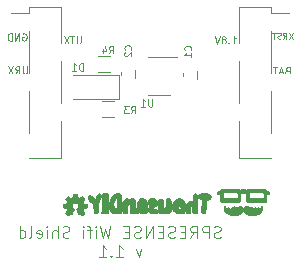
<source format=gbo>
G04 #@! TF.FileFunction,Legend,Bot*
%FSLAX46Y46*%
G04 Gerber Fmt 4.6, Leading zero omitted, Abs format (unit mm)*
G04 Created by KiCad (PCBNEW 4.0.7) date 09/29/18 01:33:36*
%MOMM*%
%LPD*%
G01*
G04 APERTURE LIST*
%ADD10C,0.100000*%
%ADD11C,0.120000*%
%ADD12C,0.002540*%
%ADD13C,0.127000*%
%ADD14R,0.900000X1.300000*%
%ADD15R,1.150000X1.200000*%
%ADD16R,2.910000X1.400000*%
%ADD17R,1.460000X1.050000*%
%ADD18R,1.300000X1.600000*%
G04 APERTURE END LIST*
D10*
D11*
X139333810Y-116244262D02*
X139190953Y-116291881D01*
X138952857Y-116291881D01*
X138857619Y-116244262D01*
X138810000Y-116196643D01*
X138762381Y-116101405D01*
X138762381Y-116006167D01*
X138810000Y-115910929D01*
X138857619Y-115863310D01*
X138952857Y-115815690D01*
X139143334Y-115768071D01*
X139238572Y-115720452D01*
X139286191Y-115672833D01*
X139333810Y-115577595D01*
X139333810Y-115482357D01*
X139286191Y-115387119D01*
X139238572Y-115339500D01*
X139143334Y-115291881D01*
X138905238Y-115291881D01*
X138762381Y-115339500D01*
X138333810Y-116291881D02*
X138333810Y-115291881D01*
X137952857Y-115291881D01*
X137857619Y-115339500D01*
X137810000Y-115387119D01*
X137762381Y-115482357D01*
X137762381Y-115625214D01*
X137810000Y-115720452D01*
X137857619Y-115768071D01*
X137952857Y-115815690D01*
X138333810Y-115815690D01*
X136762381Y-116291881D02*
X137095715Y-115815690D01*
X137333810Y-116291881D02*
X137333810Y-115291881D01*
X136952857Y-115291881D01*
X136857619Y-115339500D01*
X136810000Y-115387119D01*
X136762381Y-115482357D01*
X136762381Y-115625214D01*
X136810000Y-115720452D01*
X136857619Y-115768071D01*
X136952857Y-115815690D01*
X137333810Y-115815690D01*
X136333810Y-115768071D02*
X136000476Y-115768071D01*
X135857619Y-116291881D02*
X136333810Y-116291881D01*
X136333810Y-115291881D01*
X135857619Y-115291881D01*
X135476667Y-116244262D02*
X135333810Y-116291881D01*
X135095714Y-116291881D01*
X135000476Y-116244262D01*
X134952857Y-116196643D01*
X134905238Y-116101405D01*
X134905238Y-116006167D01*
X134952857Y-115910929D01*
X135000476Y-115863310D01*
X135095714Y-115815690D01*
X135286191Y-115768071D01*
X135381429Y-115720452D01*
X135429048Y-115672833D01*
X135476667Y-115577595D01*
X135476667Y-115482357D01*
X135429048Y-115387119D01*
X135381429Y-115339500D01*
X135286191Y-115291881D01*
X135048095Y-115291881D01*
X134905238Y-115339500D01*
X134476667Y-115768071D02*
X134143333Y-115768071D01*
X134000476Y-116291881D02*
X134476667Y-116291881D01*
X134476667Y-115291881D01*
X134000476Y-115291881D01*
X133571905Y-116291881D02*
X133571905Y-115291881D01*
X133000476Y-116291881D01*
X133000476Y-115291881D01*
X132571905Y-116244262D02*
X132429048Y-116291881D01*
X132190952Y-116291881D01*
X132095714Y-116244262D01*
X132048095Y-116196643D01*
X132000476Y-116101405D01*
X132000476Y-116006167D01*
X132048095Y-115910929D01*
X132095714Y-115863310D01*
X132190952Y-115815690D01*
X132381429Y-115768071D01*
X132476667Y-115720452D01*
X132524286Y-115672833D01*
X132571905Y-115577595D01*
X132571905Y-115482357D01*
X132524286Y-115387119D01*
X132476667Y-115339500D01*
X132381429Y-115291881D01*
X132143333Y-115291881D01*
X132000476Y-115339500D01*
X131571905Y-115768071D02*
X131238571Y-115768071D01*
X131095714Y-116291881D02*
X131571905Y-116291881D01*
X131571905Y-115291881D01*
X131095714Y-115291881D01*
X130000476Y-115291881D02*
X129762381Y-116291881D01*
X129571904Y-115577595D01*
X129381428Y-116291881D01*
X129143333Y-115291881D01*
X128762381Y-116291881D02*
X128762381Y-115625214D01*
X128762381Y-115291881D02*
X128810000Y-115339500D01*
X128762381Y-115387119D01*
X128714762Y-115339500D01*
X128762381Y-115291881D01*
X128762381Y-115387119D01*
X128429048Y-115625214D02*
X128048096Y-115625214D01*
X128286191Y-116291881D02*
X128286191Y-115434738D01*
X128238572Y-115339500D01*
X128143334Y-115291881D01*
X128048096Y-115291881D01*
X127714762Y-116291881D02*
X127714762Y-115625214D01*
X127714762Y-115291881D02*
X127762381Y-115339500D01*
X127714762Y-115387119D01*
X127667143Y-115339500D01*
X127714762Y-115291881D01*
X127714762Y-115387119D01*
X126524286Y-116244262D02*
X126381429Y-116291881D01*
X126143333Y-116291881D01*
X126048095Y-116244262D01*
X126000476Y-116196643D01*
X125952857Y-116101405D01*
X125952857Y-116006167D01*
X126000476Y-115910929D01*
X126048095Y-115863310D01*
X126143333Y-115815690D01*
X126333810Y-115768071D01*
X126429048Y-115720452D01*
X126476667Y-115672833D01*
X126524286Y-115577595D01*
X126524286Y-115482357D01*
X126476667Y-115387119D01*
X126429048Y-115339500D01*
X126333810Y-115291881D01*
X126095714Y-115291881D01*
X125952857Y-115339500D01*
X125524286Y-116291881D02*
X125524286Y-115291881D01*
X125095714Y-116291881D02*
X125095714Y-115768071D01*
X125143333Y-115672833D01*
X125238571Y-115625214D01*
X125381429Y-115625214D01*
X125476667Y-115672833D01*
X125524286Y-115720452D01*
X124619524Y-116291881D02*
X124619524Y-115625214D01*
X124619524Y-115291881D02*
X124667143Y-115339500D01*
X124619524Y-115387119D01*
X124571905Y-115339500D01*
X124619524Y-115291881D01*
X124619524Y-115387119D01*
X123762381Y-116244262D02*
X123857619Y-116291881D01*
X124048096Y-116291881D01*
X124143334Y-116244262D01*
X124190953Y-116149024D01*
X124190953Y-115768071D01*
X124143334Y-115672833D01*
X124048096Y-115625214D01*
X123857619Y-115625214D01*
X123762381Y-115672833D01*
X123714762Y-115768071D01*
X123714762Y-115863310D01*
X124190953Y-115958548D01*
X123143334Y-116291881D02*
X123238572Y-116244262D01*
X123286191Y-116149024D01*
X123286191Y-115291881D01*
X122333809Y-116291881D02*
X122333809Y-115291881D01*
X122333809Y-116244262D02*
X122429047Y-116291881D01*
X122619524Y-116291881D01*
X122714762Y-116244262D01*
X122762381Y-116196643D01*
X122810000Y-116101405D01*
X122810000Y-115815690D01*
X122762381Y-115720452D01*
X122714762Y-115672833D01*
X122619524Y-115625214D01*
X122429047Y-115625214D01*
X122333809Y-115672833D01*
X132619524Y-117245214D02*
X132381429Y-117911881D01*
X132143333Y-117245214D01*
X130476666Y-117911881D02*
X131048095Y-117911881D01*
X130762381Y-117911881D02*
X130762381Y-116911881D01*
X130857619Y-117054738D01*
X130952857Y-117149976D01*
X131048095Y-117197595D01*
X130048095Y-117816643D02*
X130000476Y-117864262D01*
X130048095Y-117911881D01*
X130095714Y-117864262D01*
X130048095Y-117816643D01*
X130048095Y-117911881D01*
X129048095Y-117911881D02*
X129619524Y-117911881D01*
X129333810Y-117911881D02*
X129333810Y-116911881D01*
X129429048Y-117054738D01*
X129524286Y-117149976D01*
X129619524Y-117197595D01*
D10*
X144968857Y-102128643D02*
X144883143Y-102157214D01*
X144854571Y-102185786D01*
X144826000Y-102242929D01*
X144826000Y-102328643D01*
X144854571Y-102385786D01*
X144883143Y-102414357D01*
X144940285Y-102442929D01*
X145168857Y-102442929D01*
X145168857Y-101842929D01*
X144968857Y-101842929D01*
X144911714Y-101871500D01*
X144883143Y-101900071D01*
X144854571Y-101957214D01*
X144854571Y-102014357D01*
X144883143Y-102071500D01*
X144911714Y-102100071D01*
X144968857Y-102128643D01*
X145168857Y-102128643D01*
X144597428Y-102271500D02*
X144311714Y-102271500D01*
X144654571Y-102442929D02*
X144454571Y-101842929D01*
X144254571Y-102442929D01*
X144140285Y-101842929D02*
X143797428Y-101842929D01*
X143968857Y-102442929D02*
X143968857Y-101842929D01*
X140277786Y-99839429D02*
X140620643Y-99839429D01*
X140449215Y-99839429D02*
X140449215Y-99239429D01*
X140506358Y-99325143D01*
X140563500Y-99382286D01*
X140620643Y-99410857D01*
X140020643Y-99782286D02*
X139992071Y-99810857D01*
X140020643Y-99839429D01*
X140049214Y-99810857D01*
X140020643Y-99782286D01*
X140020643Y-99839429D01*
X139649215Y-99496571D02*
X139706357Y-99468000D01*
X139734929Y-99439429D01*
X139763500Y-99382286D01*
X139763500Y-99353714D01*
X139734929Y-99296571D01*
X139706357Y-99268000D01*
X139649215Y-99239429D01*
X139534929Y-99239429D01*
X139477786Y-99268000D01*
X139449215Y-99296571D01*
X139420643Y-99353714D01*
X139420643Y-99382286D01*
X139449215Y-99439429D01*
X139477786Y-99468000D01*
X139534929Y-99496571D01*
X139649215Y-99496571D01*
X139706357Y-99525143D01*
X139734929Y-99553714D01*
X139763500Y-99610857D01*
X139763500Y-99725143D01*
X139734929Y-99782286D01*
X139706357Y-99810857D01*
X139649215Y-99839429D01*
X139534929Y-99839429D01*
X139477786Y-99810857D01*
X139449215Y-99782286D01*
X139420643Y-99725143D01*
X139420643Y-99610857D01*
X139449215Y-99553714D01*
X139477786Y-99525143D01*
X139534929Y-99496571D01*
X139249214Y-99239429D02*
X139049214Y-99839429D01*
X138849214Y-99239429D01*
X145434737Y-98913190D02*
X145101404Y-99413190D01*
X145101404Y-98913190D02*
X145434737Y-99413190D01*
X144625214Y-99413190D02*
X144791881Y-99175095D01*
X144910928Y-99413190D02*
X144910928Y-98913190D01*
X144720452Y-98913190D01*
X144672833Y-98937000D01*
X144649024Y-98960810D01*
X144625214Y-99008429D01*
X144625214Y-99079857D01*
X144649024Y-99127476D01*
X144672833Y-99151286D01*
X144720452Y-99175095D01*
X144910928Y-99175095D01*
X144434738Y-99389381D02*
X144363309Y-99413190D01*
X144244262Y-99413190D01*
X144196643Y-99389381D01*
X144172833Y-99365571D01*
X144149024Y-99317952D01*
X144149024Y-99270333D01*
X144172833Y-99222714D01*
X144196643Y-99198905D01*
X144244262Y-99175095D01*
X144339500Y-99151286D01*
X144387119Y-99127476D01*
X144410928Y-99103667D01*
X144434738Y-99056048D01*
X144434738Y-99008429D01*
X144410928Y-98960810D01*
X144387119Y-98937000D01*
X144339500Y-98913190D01*
X144220452Y-98913190D01*
X144149024Y-98937000D01*
X144006167Y-98913190D02*
X143720453Y-98913190D01*
X143863310Y-99413190D02*
X143863310Y-98913190D01*
X127495214Y-99239429D02*
X127495214Y-99725143D01*
X127466642Y-99782286D01*
X127438071Y-99810857D01*
X127380928Y-99839429D01*
X127266642Y-99839429D01*
X127209500Y-99810857D01*
X127180928Y-99782286D01*
X127152357Y-99725143D01*
X127152357Y-99239429D01*
X126952357Y-99239429D02*
X126609500Y-99239429D01*
X126780929Y-99839429D02*
X126780929Y-99239429D01*
X126466643Y-99239429D02*
X126066643Y-99839429D01*
X126066643Y-99239429D02*
X126466643Y-99839429D01*
X122931143Y-101779429D02*
X122931143Y-102265143D01*
X122902571Y-102322286D01*
X122874000Y-102350857D01*
X122816857Y-102379429D01*
X122702571Y-102379429D01*
X122645429Y-102350857D01*
X122616857Y-102322286D01*
X122588286Y-102265143D01*
X122588286Y-101779429D01*
X121959715Y-102379429D02*
X122159715Y-102093714D01*
X122302572Y-102379429D02*
X122302572Y-101779429D01*
X122074000Y-101779429D01*
X122016858Y-101808000D01*
X121988286Y-101836571D01*
X121959715Y-101893714D01*
X121959715Y-101979429D01*
X121988286Y-102036571D01*
X122016858Y-102065143D01*
X122074000Y-102093714D01*
X122302572Y-102093714D01*
X121759715Y-101779429D02*
X121359715Y-102379429D01*
X121359715Y-101779429D02*
X121759715Y-102379429D01*
X122567642Y-99014000D02*
X122624785Y-98985429D01*
X122710499Y-98985429D01*
X122796214Y-99014000D01*
X122853356Y-99071143D01*
X122881928Y-99128286D01*
X122910499Y-99242571D01*
X122910499Y-99328286D01*
X122881928Y-99442571D01*
X122853356Y-99499714D01*
X122796214Y-99556857D01*
X122710499Y-99585429D01*
X122653356Y-99585429D01*
X122567642Y-99556857D01*
X122539071Y-99528286D01*
X122539071Y-99328286D01*
X122653356Y-99328286D01*
X122281928Y-99585429D02*
X122281928Y-98985429D01*
X121939071Y-99585429D01*
X121939071Y-98985429D01*
X121653357Y-99585429D02*
X121653357Y-98985429D01*
X121510500Y-98985429D01*
X121424785Y-99014000D01*
X121367643Y-99071143D01*
X121339071Y-99128286D01*
X121310500Y-99242571D01*
X121310500Y-99328286D01*
X121339071Y-99442571D01*
X121367643Y-99499714D01*
X121424785Y-99556857D01*
X121510500Y-99585429D01*
X121653357Y-99585429D01*
D11*
X129294000Y-106090000D02*
X130294000Y-106090000D01*
X130294000Y-104730000D02*
X129294000Y-104730000D01*
X128976500Y-102216500D02*
X129976500Y-102216500D01*
X129976500Y-100856500D02*
X128976500Y-100856500D01*
X137315500Y-102839000D02*
X137315500Y-102139000D01*
X136115500Y-102139000D02*
X136115500Y-102839000D01*
X125790000Y-96714000D02*
X123130000Y-96714000D01*
X125790000Y-109534000D02*
X123130000Y-109534000D01*
X123130000Y-98804000D02*
X123130000Y-102364000D01*
X123130000Y-103884000D02*
X123130000Y-107444000D01*
X125790000Y-96714000D02*
X125790000Y-99824000D01*
X123130000Y-97284000D02*
X121610000Y-97284000D01*
X123130000Y-96714000D02*
X123130000Y-97284000D01*
X125790000Y-108964000D02*
X125790000Y-109534000D01*
X125790000Y-101344000D02*
X125790000Y-104904000D01*
X125790000Y-106424000D02*
X125790000Y-109534000D01*
X143570000Y-96714000D02*
X140910000Y-96714000D01*
X143570000Y-109534000D02*
X140910000Y-109534000D01*
X140910000Y-96714000D02*
X140910000Y-99824000D01*
X143570000Y-97284000D02*
X145090000Y-97284000D01*
X143570000Y-96714000D02*
X143570000Y-97284000D01*
X140910000Y-108964000D02*
X140910000Y-109534000D01*
X140910000Y-101344000D02*
X140910000Y-104904000D01*
X140910000Y-106424000D02*
X140910000Y-109534000D01*
X143570000Y-98804000D02*
X143570000Y-102364000D01*
X143570000Y-103884000D02*
X143570000Y-107444000D01*
X132108500Y-102775500D02*
X132108500Y-102075500D01*
X130908500Y-102075500D02*
X130908500Y-102775500D01*
X135012000Y-104226000D02*
X133212000Y-104226000D01*
X133212000Y-101006000D02*
X135662000Y-101006000D01*
X130710500Y-102505000D02*
X130710500Y-104505000D01*
X130710500Y-104505000D02*
X126810500Y-104505000D01*
X130710500Y-102505000D02*
X126810500Y-102505000D01*
D12*
G36*
X127604520Y-114371120D02*
X127594360Y-114366040D01*
X127571500Y-114350800D01*
X127538480Y-114330480D01*
X127497840Y-114302540D01*
X127459740Y-114277140D01*
X127426720Y-114254280D01*
X127403860Y-114239040D01*
X127393700Y-114233960D01*
X127388620Y-114236500D01*
X127370840Y-114246660D01*
X127342900Y-114259360D01*
X127327660Y-114266980D01*
X127302260Y-114279680D01*
X127289560Y-114282220D01*
X127287020Y-114277140D01*
X127276860Y-114259360D01*
X127264160Y-114226340D01*
X127243840Y-114183160D01*
X127223520Y-114132360D01*
X127200660Y-114076480D01*
X127177800Y-114020600D01*
X127154940Y-113967260D01*
X127134620Y-113919000D01*
X127119380Y-113880900D01*
X127109220Y-113852960D01*
X127104140Y-113842800D01*
X127106680Y-113840260D01*
X127119380Y-113827560D01*
X127139700Y-113812320D01*
X127187960Y-113771680D01*
X127233680Y-113713260D01*
X127264160Y-113647220D01*
X127271780Y-113573560D01*
X127264160Y-113507520D01*
X127238760Y-113444020D01*
X127193040Y-113383060D01*
X127137160Y-113339880D01*
X127071120Y-113311940D01*
X127000000Y-113304320D01*
X126931420Y-113311940D01*
X126865380Y-113337340D01*
X126804420Y-113383060D01*
X126781560Y-113411000D01*
X126746000Y-113471960D01*
X126725680Y-113532920D01*
X126725680Y-113548160D01*
X126728220Y-113619280D01*
X126748540Y-113687860D01*
X126784100Y-113746280D01*
X126837440Y-113797080D01*
X126842520Y-113802160D01*
X126867920Y-113819940D01*
X126883160Y-113830100D01*
X126895860Y-113840260D01*
X126806960Y-114056160D01*
X126791720Y-114091720D01*
X126766320Y-114150140D01*
X126746000Y-114200940D01*
X126728220Y-114241580D01*
X126715520Y-114266980D01*
X126710440Y-114279680D01*
X126710440Y-114279680D01*
X126702820Y-114279680D01*
X126687580Y-114274600D01*
X126657100Y-114259360D01*
X126636780Y-114249200D01*
X126613920Y-114239040D01*
X126603760Y-114233960D01*
X126593600Y-114239040D01*
X126573280Y-114254280D01*
X126540260Y-114274600D01*
X126502160Y-114300000D01*
X126466600Y-114325400D01*
X126431040Y-114348260D01*
X126408180Y-114363500D01*
X126395480Y-114371120D01*
X126392940Y-114371120D01*
X126382780Y-114363500D01*
X126362460Y-114348260D01*
X126334520Y-114320320D01*
X126293880Y-114279680D01*
X126286260Y-114274600D01*
X126253240Y-114239040D01*
X126225300Y-114208560D01*
X126204980Y-114188240D01*
X126199900Y-114180620D01*
X126199900Y-114180620D01*
X126204980Y-114167920D01*
X126220220Y-114142520D01*
X126243080Y-114109500D01*
X126271020Y-114068860D01*
X126342140Y-113964720D01*
X126301500Y-113868200D01*
X126291340Y-113837720D01*
X126276100Y-113802160D01*
X126263400Y-113776760D01*
X126258320Y-113764060D01*
X126248160Y-113761520D01*
X126220220Y-113753900D01*
X126182120Y-113746280D01*
X126136400Y-113738660D01*
X126090680Y-113728500D01*
X126052580Y-113720880D01*
X126022100Y-113715800D01*
X126009400Y-113713260D01*
X126006860Y-113710720D01*
X126004320Y-113705640D01*
X126001780Y-113692940D01*
X126001780Y-113667540D01*
X126001780Y-113629440D01*
X126001780Y-113573560D01*
X126001780Y-113568480D01*
X126001780Y-113515140D01*
X126001780Y-113474500D01*
X126004320Y-113449100D01*
X126006860Y-113438940D01*
X126006860Y-113438940D01*
X126019560Y-113433860D01*
X126047500Y-113428780D01*
X126085600Y-113421160D01*
X126133860Y-113411000D01*
X126136400Y-113411000D01*
X126184660Y-113403380D01*
X126222760Y-113393220D01*
X126250700Y-113388140D01*
X126263400Y-113383060D01*
X126265940Y-113380520D01*
X126276100Y-113362740D01*
X126288800Y-113332260D01*
X126304040Y-113296700D01*
X126319280Y-113261140D01*
X126334520Y-113225580D01*
X126342140Y-113202720D01*
X126344680Y-113190020D01*
X126344680Y-113190020D01*
X126337060Y-113179860D01*
X126321820Y-113154460D01*
X126298960Y-113121440D01*
X126271020Y-113080800D01*
X126268480Y-113075720D01*
X126240540Y-113037620D01*
X126220220Y-113002060D01*
X126204980Y-112979200D01*
X126199900Y-112969040D01*
X126199900Y-112966500D01*
X126207520Y-112956340D01*
X126227840Y-112933480D01*
X126258320Y-112903000D01*
X126293880Y-112867440D01*
X126304040Y-112857280D01*
X126342140Y-112819180D01*
X126370080Y-112793780D01*
X126387860Y-112781080D01*
X126395480Y-112776000D01*
X126395480Y-112778540D01*
X126408180Y-112783620D01*
X126433580Y-112801400D01*
X126466600Y-112824260D01*
X126507240Y-112852200D01*
X126509780Y-112854740D01*
X126550420Y-112880140D01*
X126583440Y-112903000D01*
X126606300Y-112918240D01*
X126616460Y-112925860D01*
X126619000Y-112925860D01*
X126634240Y-112920780D01*
X126664720Y-112910620D01*
X126697740Y-112897920D01*
X126735840Y-112882680D01*
X126768860Y-112867440D01*
X126794260Y-112857280D01*
X126806960Y-112849660D01*
X126806960Y-112849660D01*
X126812040Y-112834420D01*
X126817120Y-112803940D01*
X126827280Y-112763300D01*
X126834900Y-112715040D01*
X126837440Y-112707420D01*
X126845060Y-112659160D01*
X126852680Y-112621060D01*
X126860300Y-112593120D01*
X126862840Y-112580420D01*
X126867920Y-112580420D01*
X126893320Y-112577880D01*
X126928880Y-112577880D01*
X126972060Y-112577880D01*
X127015240Y-112577880D01*
X127058420Y-112577880D01*
X127096520Y-112580420D01*
X127121920Y-112580420D01*
X127134620Y-112582960D01*
X127134620Y-112585500D01*
X127139700Y-112598200D01*
X127144780Y-112628680D01*
X127154940Y-112669320D01*
X127162560Y-112720120D01*
X127165100Y-112727740D01*
X127172720Y-112776000D01*
X127182880Y-112814100D01*
X127187960Y-112842040D01*
X127190500Y-112852200D01*
X127195580Y-112854740D01*
X127213360Y-112862360D01*
X127246380Y-112875060D01*
X127287020Y-112892840D01*
X127378460Y-112928400D01*
X127490220Y-112852200D01*
X127500380Y-112844580D01*
X127541020Y-112816640D01*
X127574040Y-112796320D01*
X127596900Y-112781080D01*
X127607060Y-112776000D01*
X127607060Y-112776000D01*
X127617220Y-112786160D01*
X127640080Y-112806480D01*
X127670560Y-112836960D01*
X127706120Y-112869980D01*
X127731520Y-112897920D01*
X127762000Y-112928400D01*
X127782320Y-112948720D01*
X127792480Y-112963960D01*
X127797560Y-112971580D01*
X127795020Y-112976660D01*
X127789940Y-112989360D01*
X127772160Y-113012220D01*
X127749300Y-113047780D01*
X127721360Y-113085880D01*
X127698500Y-113121440D01*
X127675640Y-113157000D01*
X127660400Y-113184940D01*
X127652780Y-113197640D01*
X127655320Y-113202720D01*
X127662940Y-113225580D01*
X127675640Y-113258600D01*
X127693420Y-113299240D01*
X127731520Y-113388140D01*
X127789940Y-113398300D01*
X127825500Y-113405920D01*
X127876300Y-113413540D01*
X127922020Y-113423700D01*
X127995680Y-113438940D01*
X127998220Y-113705640D01*
X127988060Y-113710720D01*
X127975360Y-113715800D01*
X127949960Y-113720880D01*
X127909320Y-113728500D01*
X127863600Y-113736120D01*
X127825500Y-113743740D01*
X127784860Y-113751360D01*
X127756920Y-113756440D01*
X127744220Y-113758980D01*
X127741680Y-113764060D01*
X127731520Y-113784380D01*
X127716280Y-113814860D01*
X127701040Y-113850420D01*
X127685800Y-113888520D01*
X127673100Y-113924080D01*
X127662940Y-113949480D01*
X127657860Y-113964720D01*
X127662940Y-113974880D01*
X127678180Y-113997740D01*
X127701040Y-114030760D01*
X127726440Y-114068860D01*
X127754380Y-114109500D01*
X127777240Y-114142520D01*
X127792480Y-114167920D01*
X127800100Y-114178080D01*
X127795020Y-114185700D01*
X127779780Y-114203480D01*
X127751840Y-114233960D01*
X127706120Y-114279680D01*
X127698500Y-114284760D01*
X127665480Y-114320320D01*
X127635000Y-114345720D01*
X127614680Y-114366040D01*
X127604520Y-114371120D01*
X127604520Y-114371120D01*
G37*
X127604520Y-114371120D02*
X127594360Y-114366040D01*
X127571500Y-114350800D01*
X127538480Y-114330480D01*
X127497840Y-114302540D01*
X127459740Y-114277140D01*
X127426720Y-114254280D01*
X127403860Y-114239040D01*
X127393700Y-114233960D01*
X127388620Y-114236500D01*
X127370840Y-114246660D01*
X127342900Y-114259360D01*
X127327660Y-114266980D01*
X127302260Y-114279680D01*
X127289560Y-114282220D01*
X127287020Y-114277140D01*
X127276860Y-114259360D01*
X127264160Y-114226340D01*
X127243840Y-114183160D01*
X127223520Y-114132360D01*
X127200660Y-114076480D01*
X127177800Y-114020600D01*
X127154940Y-113967260D01*
X127134620Y-113919000D01*
X127119380Y-113880900D01*
X127109220Y-113852960D01*
X127104140Y-113842800D01*
X127106680Y-113840260D01*
X127119380Y-113827560D01*
X127139700Y-113812320D01*
X127187960Y-113771680D01*
X127233680Y-113713260D01*
X127264160Y-113647220D01*
X127271780Y-113573560D01*
X127264160Y-113507520D01*
X127238760Y-113444020D01*
X127193040Y-113383060D01*
X127137160Y-113339880D01*
X127071120Y-113311940D01*
X127000000Y-113304320D01*
X126931420Y-113311940D01*
X126865380Y-113337340D01*
X126804420Y-113383060D01*
X126781560Y-113411000D01*
X126746000Y-113471960D01*
X126725680Y-113532920D01*
X126725680Y-113548160D01*
X126728220Y-113619280D01*
X126748540Y-113687860D01*
X126784100Y-113746280D01*
X126837440Y-113797080D01*
X126842520Y-113802160D01*
X126867920Y-113819940D01*
X126883160Y-113830100D01*
X126895860Y-113840260D01*
X126806960Y-114056160D01*
X126791720Y-114091720D01*
X126766320Y-114150140D01*
X126746000Y-114200940D01*
X126728220Y-114241580D01*
X126715520Y-114266980D01*
X126710440Y-114279680D01*
X126710440Y-114279680D01*
X126702820Y-114279680D01*
X126687580Y-114274600D01*
X126657100Y-114259360D01*
X126636780Y-114249200D01*
X126613920Y-114239040D01*
X126603760Y-114233960D01*
X126593600Y-114239040D01*
X126573280Y-114254280D01*
X126540260Y-114274600D01*
X126502160Y-114300000D01*
X126466600Y-114325400D01*
X126431040Y-114348260D01*
X126408180Y-114363500D01*
X126395480Y-114371120D01*
X126392940Y-114371120D01*
X126382780Y-114363500D01*
X126362460Y-114348260D01*
X126334520Y-114320320D01*
X126293880Y-114279680D01*
X126286260Y-114274600D01*
X126253240Y-114239040D01*
X126225300Y-114208560D01*
X126204980Y-114188240D01*
X126199900Y-114180620D01*
X126199900Y-114180620D01*
X126204980Y-114167920D01*
X126220220Y-114142520D01*
X126243080Y-114109500D01*
X126271020Y-114068860D01*
X126342140Y-113964720D01*
X126301500Y-113868200D01*
X126291340Y-113837720D01*
X126276100Y-113802160D01*
X126263400Y-113776760D01*
X126258320Y-113764060D01*
X126248160Y-113761520D01*
X126220220Y-113753900D01*
X126182120Y-113746280D01*
X126136400Y-113738660D01*
X126090680Y-113728500D01*
X126052580Y-113720880D01*
X126022100Y-113715800D01*
X126009400Y-113713260D01*
X126006860Y-113710720D01*
X126004320Y-113705640D01*
X126001780Y-113692940D01*
X126001780Y-113667540D01*
X126001780Y-113629440D01*
X126001780Y-113573560D01*
X126001780Y-113568480D01*
X126001780Y-113515140D01*
X126001780Y-113474500D01*
X126004320Y-113449100D01*
X126006860Y-113438940D01*
X126006860Y-113438940D01*
X126019560Y-113433860D01*
X126047500Y-113428780D01*
X126085600Y-113421160D01*
X126133860Y-113411000D01*
X126136400Y-113411000D01*
X126184660Y-113403380D01*
X126222760Y-113393220D01*
X126250700Y-113388140D01*
X126263400Y-113383060D01*
X126265940Y-113380520D01*
X126276100Y-113362740D01*
X126288800Y-113332260D01*
X126304040Y-113296700D01*
X126319280Y-113261140D01*
X126334520Y-113225580D01*
X126342140Y-113202720D01*
X126344680Y-113190020D01*
X126344680Y-113190020D01*
X126337060Y-113179860D01*
X126321820Y-113154460D01*
X126298960Y-113121440D01*
X126271020Y-113080800D01*
X126268480Y-113075720D01*
X126240540Y-113037620D01*
X126220220Y-113002060D01*
X126204980Y-112979200D01*
X126199900Y-112969040D01*
X126199900Y-112966500D01*
X126207520Y-112956340D01*
X126227840Y-112933480D01*
X126258320Y-112903000D01*
X126293880Y-112867440D01*
X126304040Y-112857280D01*
X126342140Y-112819180D01*
X126370080Y-112793780D01*
X126387860Y-112781080D01*
X126395480Y-112776000D01*
X126395480Y-112778540D01*
X126408180Y-112783620D01*
X126433580Y-112801400D01*
X126466600Y-112824260D01*
X126507240Y-112852200D01*
X126509780Y-112854740D01*
X126550420Y-112880140D01*
X126583440Y-112903000D01*
X126606300Y-112918240D01*
X126616460Y-112925860D01*
X126619000Y-112925860D01*
X126634240Y-112920780D01*
X126664720Y-112910620D01*
X126697740Y-112897920D01*
X126735840Y-112882680D01*
X126768860Y-112867440D01*
X126794260Y-112857280D01*
X126806960Y-112849660D01*
X126806960Y-112849660D01*
X126812040Y-112834420D01*
X126817120Y-112803940D01*
X126827280Y-112763300D01*
X126834900Y-112715040D01*
X126837440Y-112707420D01*
X126845060Y-112659160D01*
X126852680Y-112621060D01*
X126860300Y-112593120D01*
X126862840Y-112580420D01*
X126867920Y-112580420D01*
X126893320Y-112577880D01*
X126928880Y-112577880D01*
X126972060Y-112577880D01*
X127015240Y-112577880D01*
X127058420Y-112577880D01*
X127096520Y-112580420D01*
X127121920Y-112580420D01*
X127134620Y-112582960D01*
X127134620Y-112585500D01*
X127139700Y-112598200D01*
X127144780Y-112628680D01*
X127154940Y-112669320D01*
X127162560Y-112720120D01*
X127165100Y-112727740D01*
X127172720Y-112776000D01*
X127182880Y-112814100D01*
X127187960Y-112842040D01*
X127190500Y-112852200D01*
X127195580Y-112854740D01*
X127213360Y-112862360D01*
X127246380Y-112875060D01*
X127287020Y-112892840D01*
X127378460Y-112928400D01*
X127490220Y-112852200D01*
X127500380Y-112844580D01*
X127541020Y-112816640D01*
X127574040Y-112796320D01*
X127596900Y-112781080D01*
X127607060Y-112776000D01*
X127607060Y-112776000D01*
X127617220Y-112786160D01*
X127640080Y-112806480D01*
X127670560Y-112836960D01*
X127706120Y-112869980D01*
X127731520Y-112897920D01*
X127762000Y-112928400D01*
X127782320Y-112948720D01*
X127792480Y-112963960D01*
X127797560Y-112971580D01*
X127795020Y-112976660D01*
X127789940Y-112989360D01*
X127772160Y-113012220D01*
X127749300Y-113047780D01*
X127721360Y-113085880D01*
X127698500Y-113121440D01*
X127675640Y-113157000D01*
X127660400Y-113184940D01*
X127652780Y-113197640D01*
X127655320Y-113202720D01*
X127662940Y-113225580D01*
X127675640Y-113258600D01*
X127693420Y-113299240D01*
X127731520Y-113388140D01*
X127789940Y-113398300D01*
X127825500Y-113405920D01*
X127876300Y-113413540D01*
X127922020Y-113423700D01*
X127995680Y-113438940D01*
X127998220Y-113705640D01*
X127988060Y-113710720D01*
X127975360Y-113715800D01*
X127949960Y-113720880D01*
X127909320Y-113728500D01*
X127863600Y-113736120D01*
X127825500Y-113743740D01*
X127784860Y-113751360D01*
X127756920Y-113756440D01*
X127744220Y-113758980D01*
X127741680Y-113764060D01*
X127731520Y-113784380D01*
X127716280Y-113814860D01*
X127701040Y-113850420D01*
X127685800Y-113888520D01*
X127673100Y-113924080D01*
X127662940Y-113949480D01*
X127657860Y-113964720D01*
X127662940Y-113974880D01*
X127678180Y-113997740D01*
X127701040Y-114030760D01*
X127726440Y-114068860D01*
X127754380Y-114109500D01*
X127777240Y-114142520D01*
X127792480Y-114167920D01*
X127800100Y-114178080D01*
X127795020Y-114185700D01*
X127779780Y-114203480D01*
X127751840Y-114233960D01*
X127706120Y-114279680D01*
X127698500Y-114284760D01*
X127665480Y-114320320D01*
X127635000Y-114345720D01*
X127614680Y-114366040D01*
X127604520Y-114371120D01*
D13*
X142298420Y-114320320D02*
X141765020Y-114320320D01*
X141765020Y-114320320D02*
X141765020Y-114282220D01*
X141765020Y-114282220D02*
X142298420Y-114282220D01*
X142298420Y-114282220D02*
X142298420Y-114320320D01*
X140774420Y-114320320D02*
X140202920Y-114320320D01*
X140202920Y-114320320D02*
X140202920Y-114282220D01*
X140202920Y-114282220D02*
X140774420Y-114282220D01*
X140774420Y-114282220D02*
X140774420Y-114320320D01*
X142450820Y-114282220D02*
X141650720Y-114282220D01*
X141650720Y-114282220D02*
X141650720Y-114244120D01*
X141650720Y-114244120D02*
X142450820Y-114244120D01*
X142450820Y-114244120D02*
X142450820Y-114282220D01*
X140888720Y-114282220D02*
X140088620Y-114282220D01*
X140088620Y-114282220D02*
X140088620Y-114244120D01*
X140088620Y-114244120D02*
X140888720Y-114244120D01*
X140888720Y-114244120D02*
X140888720Y-114282220D01*
X142565120Y-114244120D02*
X141574520Y-114244120D01*
X141574520Y-114244120D02*
X141574520Y-114206020D01*
X141574520Y-114206020D02*
X142565120Y-114206020D01*
X142565120Y-114206020D02*
X142565120Y-114244120D01*
X141003020Y-114244120D02*
X140012420Y-114244120D01*
X140012420Y-114244120D02*
X140012420Y-114206020D01*
X140012420Y-114206020D02*
X141003020Y-114206020D01*
X141003020Y-114206020D02*
X141003020Y-114244120D01*
X142603220Y-114206020D02*
X141498320Y-114206020D01*
X141498320Y-114206020D02*
X141498320Y-114167920D01*
X141498320Y-114167920D02*
X142603220Y-114167920D01*
X142603220Y-114167920D02*
X142603220Y-114206020D01*
X141041120Y-114206020D02*
X139936220Y-114206020D01*
X139936220Y-114206020D02*
X139936220Y-114167920D01*
X139936220Y-114167920D02*
X141041120Y-114167920D01*
X141041120Y-114167920D02*
X141041120Y-114206020D01*
X137955020Y-114206020D02*
X137840720Y-114206020D01*
X137840720Y-114206020D02*
X137840720Y-114167920D01*
X137840720Y-114167920D02*
X137955020Y-114167920D01*
X137955020Y-114167920D02*
X137955020Y-114206020D01*
X137269220Y-114206020D02*
X137078720Y-114206020D01*
X137078720Y-114206020D02*
X137078720Y-114167920D01*
X137078720Y-114167920D02*
X137269220Y-114167920D01*
X137269220Y-114167920D02*
X137269220Y-114206020D01*
X136697720Y-114206020D02*
X136507220Y-114206020D01*
X136507220Y-114206020D02*
X136507220Y-114167920D01*
X136507220Y-114167920D02*
X136697720Y-114167920D01*
X136697720Y-114167920D02*
X136697720Y-114206020D01*
X136164320Y-114206020D02*
X135821420Y-114206020D01*
X135821420Y-114206020D02*
X135821420Y-114167920D01*
X135821420Y-114167920D02*
X136164320Y-114167920D01*
X136164320Y-114167920D02*
X136164320Y-114206020D01*
X134830820Y-114206020D02*
X134754620Y-114206020D01*
X134754620Y-114206020D02*
X134754620Y-114167920D01*
X134754620Y-114167920D02*
X134830820Y-114167920D01*
X134830820Y-114167920D02*
X134830820Y-114206020D01*
X134411720Y-114206020D02*
X134221220Y-114206020D01*
X134221220Y-114206020D02*
X134221220Y-114167920D01*
X134221220Y-114167920D02*
X134411720Y-114167920D01*
X134411720Y-114167920D02*
X134411720Y-114206020D01*
X133840220Y-114206020D02*
X133497320Y-114206020D01*
X133497320Y-114206020D02*
X133497320Y-114167920D01*
X133497320Y-114167920D02*
X133840220Y-114167920D01*
X133840220Y-114167920D02*
X133840220Y-114206020D01*
X132963920Y-114206020D02*
X132621020Y-114206020D01*
X132621020Y-114206020D02*
X132621020Y-114167920D01*
X132621020Y-114167920D02*
X132963920Y-114167920D01*
X132963920Y-114167920D02*
X132963920Y-114206020D01*
X131439920Y-114206020D02*
X131173220Y-114206020D01*
X131173220Y-114206020D02*
X131173220Y-114167920D01*
X131173220Y-114167920D02*
X131439920Y-114167920D01*
X131439920Y-114167920D02*
X131439920Y-114206020D01*
X130830320Y-114206020D02*
X130258820Y-114206020D01*
X130258820Y-114206020D02*
X130258820Y-114167920D01*
X130258820Y-114167920D02*
X130830320Y-114167920D01*
X130830320Y-114167920D02*
X130830320Y-114206020D01*
X129725420Y-114206020D02*
X129344420Y-114206020D01*
X129344420Y-114206020D02*
X129344420Y-114167920D01*
X129344420Y-114167920D02*
X129725420Y-114167920D01*
X129725420Y-114167920D02*
X129725420Y-114206020D01*
X128887220Y-114206020D02*
X128772920Y-114206020D01*
X128772920Y-114206020D02*
X128772920Y-114167920D01*
X128772920Y-114167920D02*
X128887220Y-114167920D01*
X128887220Y-114167920D02*
X128887220Y-114206020D01*
X142679420Y-114167920D02*
X141460220Y-114167920D01*
X141460220Y-114167920D02*
X141460220Y-114129820D01*
X141460220Y-114129820D02*
X142679420Y-114129820D01*
X142679420Y-114129820D02*
X142679420Y-114167920D01*
X141079220Y-114167920D02*
X139898120Y-114167920D01*
X139898120Y-114167920D02*
X139898120Y-114129820D01*
X139898120Y-114129820D02*
X141079220Y-114129820D01*
X141079220Y-114129820D02*
X141079220Y-114167920D01*
X137993120Y-114167920D02*
X137802620Y-114167920D01*
X137802620Y-114167920D02*
X137802620Y-114129820D01*
X137802620Y-114129820D02*
X137993120Y-114129820D01*
X137993120Y-114129820D02*
X137993120Y-114167920D01*
X137307320Y-114167920D02*
X137040620Y-114167920D01*
X137040620Y-114167920D02*
X137040620Y-114129820D01*
X137040620Y-114129820D02*
X137307320Y-114129820D01*
X137307320Y-114129820D02*
X137307320Y-114167920D01*
X136735820Y-114167920D02*
X136469120Y-114167920D01*
X136469120Y-114167920D02*
X136469120Y-114129820D01*
X136469120Y-114129820D02*
X136735820Y-114129820D01*
X136735820Y-114129820D02*
X136735820Y-114167920D01*
X136202420Y-114167920D02*
X135630920Y-114167920D01*
X135630920Y-114167920D02*
X135630920Y-114129820D01*
X135630920Y-114129820D02*
X136202420Y-114129820D01*
X136202420Y-114129820D02*
X136202420Y-114167920D01*
X134983220Y-114167920D02*
X134564120Y-114167920D01*
X134564120Y-114167920D02*
X134564120Y-114129820D01*
X134564120Y-114129820D02*
X134983220Y-114129820D01*
X134983220Y-114129820D02*
X134983220Y-114167920D01*
X134449820Y-114167920D02*
X134183120Y-114167920D01*
X134183120Y-114167920D02*
X134183120Y-114129820D01*
X134183120Y-114129820D02*
X134449820Y-114129820D01*
X134449820Y-114129820D02*
X134449820Y-114167920D01*
X133916420Y-114167920D02*
X133421120Y-114167920D01*
X133421120Y-114167920D02*
X133421120Y-114129820D01*
X133421120Y-114129820D02*
X133916420Y-114129820D01*
X133916420Y-114129820D02*
X133916420Y-114167920D01*
X133040120Y-114167920D02*
X132582920Y-114167920D01*
X132582920Y-114167920D02*
X132582920Y-114129820D01*
X132582920Y-114129820D02*
X133040120Y-114129820D01*
X133040120Y-114129820D02*
X133040120Y-114167920D01*
X132354320Y-114167920D02*
X132201920Y-114167920D01*
X132201920Y-114167920D02*
X132201920Y-114129820D01*
X132201920Y-114129820D02*
X132354320Y-114129820D01*
X132354320Y-114129820D02*
X132354320Y-114167920D01*
X132011420Y-114167920D02*
X131782820Y-114167920D01*
X131782820Y-114167920D02*
X131782820Y-114129820D01*
X131782820Y-114129820D02*
X132011420Y-114129820D01*
X132011420Y-114129820D02*
X132011420Y-114167920D01*
X131439920Y-114167920D02*
X131173220Y-114167920D01*
X131173220Y-114167920D02*
X131173220Y-114129820D01*
X131173220Y-114129820D02*
X131439920Y-114129820D01*
X131439920Y-114129820D02*
X131439920Y-114167920D01*
X130868420Y-114167920D02*
X130182620Y-114167920D01*
X130182620Y-114167920D02*
X130182620Y-114129820D01*
X130182620Y-114129820D02*
X130868420Y-114129820D01*
X130868420Y-114129820D02*
X130868420Y-114167920D01*
X129763520Y-114167920D02*
X129306320Y-114167920D01*
X129306320Y-114167920D02*
X129306320Y-114129820D01*
X129306320Y-114129820D02*
X129763520Y-114129820D01*
X129763520Y-114129820D02*
X129763520Y-114167920D01*
X128887220Y-114167920D02*
X128734820Y-114167920D01*
X128734820Y-114167920D02*
X128734820Y-114129820D01*
X128734820Y-114129820D02*
X128887220Y-114129820D01*
X128887220Y-114129820D02*
X128887220Y-114167920D01*
X142717520Y-114129820D02*
X141422120Y-114129820D01*
X141422120Y-114129820D02*
X141422120Y-114091720D01*
X141422120Y-114091720D02*
X142717520Y-114091720D01*
X142717520Y-114091720D02*
X142717520Y-114129820D01*
X141117320Y-114129820D02*
X139821920Y-114129820D01*
X139821920Y-114129820D02*
X139821920Y-114091720D01*
X139821920Y-114091720D02*
X141117320Y-114091720D01*
X141117320Y-114091720D02*
X141117320Y-114129820D01*
X137993120Y-114129820D02*
X137802620Y-114129820D01*
X137802620Y-114129820D02*
X137802620Y-114091720D01*
X137802620Y-114091720D02*
X137993120Y-114091720D01*
X137993120Y-114091720D02*
X137993120Y-114129820D01*
X137345420Y-114129820D02*
X137002520Y-114129820D01*
X137002520Y-114129820D02*
X137002520Y-114091720D01*
X137002520Y-114091720D02*
X137345420Y-114091720D01*
X137345420Y-114091720D02*
X137345420Y-114129820D01*
X136773920Y-114129820D02*
X136469120Y-114129820D01*
X136469120Y-114129820D02*
X136469120Y-114091720D01*
X136469120Y-114091720D02*
X136773920Y-114091720D01*
X136773920Y-114091720D02*
X136773920Y-114129820D01*
X136240520Y-114129820D02*
X135554720Y-114129820D01*
X135554720Y-114129820D02*
X135554720Y-114091720D01*
X135554720Y-114091720D02*
X136240520Y-114091720D01*
X136240520Y-114091720D02*
X136240520Y-114129820D01*
X134983220Y-114129820D02*
X134145020Y-114129820D01*
X134145020Y-114129820D02*
X134145020Y-114091720D01*
X134145020Y-114091720D02*
X134983220Y-114091720D01*
X134983220Y-114091720D02*
X134983220Y-114129820D01*
X133954520Y-114129820D02*
X133383020Y-114129820D01*
X133383020Y-114129820D02*
X133383020Y-114091720D01*
X133383020Y-114091720D02*
X133954520Y-114091720D01*
X133954520Y-114091720D02*
X133954520Y-114129820D01*
X133040120Y-114129820D02*
X132544820Y-114129820D01*
X132544820Y-114129820D02*
X132544820Y-114091720D01*
X132544820Y-114091720D02*
X133040120Y-114091720D01*
X133040120Y-114091720D02*
X133040120Y-114129820D01*
X132392420Y-114129820D02*
X132201920Y-114129820D01*
X132201920Y-114129820D02*
X132201920Y-114091720D01*
X132201920Y-114091720D02*
X132392420Y-114091720D01*
X132392420Y-114091720D02*
X132392420Y-114129820D01*
X132049520Y-114129820D02*
X131782820Y-114129820D01*
X131782820Y-114129820D02*
X131782820Y-114091720D01*
X131782820Y-114091720D02*
X132049520Y-114091720D01*
X132049520Y-114091720D02*
X132049520Y-114129820D01*
X131439920Y-114129820D02*
X131135120Y-114129820D01*
X131135120Y-114129820D02*
X131135120Y-114091720D01*
X131135120Y-114091720D02*
X131439920Y-114091720D01*
X131439920Y-114091720D02*
X131439920Y-114129820D01*
X130906520Y-114129820D02*
X130144520Y-114129820D01*
X130144520Y-114129820D02*
X130144520Y-114091720D01*
X130144520Y-114091720D02*
X130906520Y-114091720D01*
X130906520Y-114091720D02*
X130906520Y-114129820D01*
X129763520Y-114129820D02*
X129306320Y-114129820D01*
X129306320Y-114129820D02*
X129306320Y-114091720D01*
X129306320Y-114091720D02*
X129763520Y-114091720D01*
X129763520Y-114091720D02*
X129763520Y-114129820D01*
X128925320Y-114129820D02*
X128696720Y-114129820D01*
X128696720Y-114129820D02*
X128696720Y-114091720D01*
X128696720Y-114091720D02*
X128925320Y-114091720D01*
X128925320Y-114091720D02*
X128925320Y-114129820D01*
X142755620Y-114091720D02*
X141384020Y-114091720D01*
X141384020Y-114091720D02*
X141384020Y-114053620D01*
X141384020Y-114053620D02*
X142755620Y-114053620D01*
X142755620Y-114053620D02*
X142755620Y-114091720D01*
X141155420Y-114091720D02*
X139821920Y-114091720D01*
X139821920Y-114091720D02*
X139821920Y-114053620D01*
X139821920Y-114053620D02*
X141155420Y-114053620D01*
X141155420Y-114053620D02*
X141155420Y-114091720D01*
X137993120Y-114091720D02*
X137764520Y-114091720D01*
X137764520Y-114091720D02*
X137764520Y-114053620D01*
X137764520Y-114053620D02*
X137993120Y-114053620D01*
X137993120Y-114053620D02*
X137993120Y-114091720D01*
X137345420Y-114091720D02*
X136964420Y-114091720D01*
X136964420Y-114091720D02*
X136964420Y-114053620D01*
X136964420Y-114053620D02*
X137345420Y-114053620D01*
X137345420Y-114053620D02*
X137345420Y-114091720D01*
X136773920Y-114091720D02*
X136469120Y-114091720D01*
X136469120Y-114091720D02*
X136469120Y-114053620D01*
X136469120Y-114053620D02*
X136773920Y-114053620D01*
X136773920Y-114053620D02*
X136773920Y-114091720D01*
X136240520Y-114091720D02*
X135516620Y-114091720D01*
X135516620Y-114091720D02*
X135516620Y-114053620D01*
X135516620Y-114053620D02*
X136240520Y-114053620D01*
X136240520Y-114053620D02*
X136240520Y-114091720D01*
X135021320Y-114091720D02*
X134145020Y-114091720D01*
X134145020Y-114091720D02*
X134145020Y-114053620D01*
X134145020Y-114053620D02*
X135021320Y-114053620D01*
X135021320Y-114053620D02*
X135021320Y-114091720D01*
X133992620Y-114091720D02*
X133383020Y-114091720D01*
X133383020Y-114091720D02*
X133383020Y-114053620D01*
X133383020Y-114053620D02*
X133992620Y-114053620D01*
X133992620Y-114053620D02*
X133992620Y-114091720D01*
X133078220Y-114091720D02*
X132506720Y-114091720D01*
X132506720Y-114091720D02*
X132506720Y-114053620D01*
X132506720Y-114053620D02*
X133078220Y-114053620D01*
X133078220Y-114053620D02*
X133078220Y-114091720D01*
X132430520Y-114091720D02*
X132240020Y-114091720D01*
X132240020Y-114091720D02*
X132240020Y-114053620D01*
X132240020Y-114053620D02*
X132430520Y-114053620D01*
X132430520Y-114053620D02*
X132430520Y-114091720D01*
X132049520Y-114091720D02*
X131744720Y-114091720D01*
X131744720Y-114091720D02*
X131744720Y-114053620D01*
X131744720Y-114053620D02*
X132049520Y-114053620D01*
X132049520Y-114053620D02*
X132049520Y-114091720D01*
X131439920Y-114091720D02*
X131135120Y-114091720D01*
X131135120Y-114091720D02*
X131135120Y-114053620D01*
X131135120Y-114053620D02*
X131439920Y-114053620D01*
X131439920Y-114053620D02*
X131439920Y-114091720D01*
X130906520Y-114091720D02*
X130106420Y-114091720D01*
X130106420Y-114091720D02*
X130106420Y-114053620D01*
X130106420Y-114053620D02*
X130906520Y-114053620D01*
X130906520Y-114053620D02*
X130906520Y-114091720D01*
X129763520Y-114091720D02*
X129344420Y-114091720D01*
X129344420Y-114091720D02*
X129344420Y-114053620D01*
X129344420Y-114053620D02*
X129763520Y-114053620D01*
X129763520Y-114053620D02*
X129763520Y-114091720D01*
X128925320Y-114091720D02*
X128696720Y-114091720D01*
X128696720Y-114091720D02*
X128696720Y-114053620D01*
X128696720Y-114053620D02*
X128925320Y-114053620D01*
X128925320Y-114053620D02*
X128925320Y-114091720D01*
X142755620Y-114053620D02*
X141345920Y-114053620D01*
X141345920Y-114053620D02*
X141345920Y-114015520D01*
X141345920Y-114015520D02*
X142755620Y-114015520D01*
X142755620Y-114015520D02*
X142755620Y-114053620D01*
X141193520Y-114053620D02*
X139783820Y-114053620D01*
X139783820Y-114053620D02*
X139783820Y-114015520D01*
X139783820Y-114015520D02*
X141193520Y-114015520D01*
X141193520Y-114015520D02*
X141193520Y-114053620D01*
X138031220Y-114053620D02*
X137764520Y-114053620D01*
X137764520Y-114053620D02*
X137764520Y-114015520D01*
X137764520Y-114015520D02*
X138031220Y-114015520D01*
X138031220Y-114015520D02*
X138031220Y-114053620D01*
X137345420Y-114053620D02*
X136964420Y-114053620D01*
X136964420Y-114053620D02*
X136964420Y-114015520D01*
X136964420Y-114015520D02*
X137345420Y-114015520D01*
X137345420Y-114015520D02*
X137345420Y-114053620D01*
X136773920Y-114053620D02*
X136469120Y-114053620D01*
X136469120Y-114053620D02*
X136469120Y-114015520D01*
X136469120Y-114015520D02*
X136773920Y-114015520D01*
X136773920Y-114015520D02*
X136773920Y-114053620D01*
X136278620Y-114053620D02*
X135478520Y-114053620D01*
X135478520Y-114053620D02*
X135478520Y-114015520D01*
X135478520Y-114015520D02*
X136278620Y-114015520D01*
X136278620Y-114015520D02*
X136278620Y-114053620D01*
X135059420Y-114053620D02*
X134145020Y-114053620D01*
X134145020Y-114053620D02*
X134145020Y-114015520D01*
X134145020Y-114015520D02*
X135059420Y-114015520D01*
X135059420Y-114015520D02*
X135059420Y-114053620D01*
X133992620Y-114053620D02*
X133344920Y-114053620D01*
X133344920Y-114053620D02*
X133344920Y-114015520D01*
X133344920Y-114015520D02*
X133992620Y-114015520D01*
X133992620Y-114015520D02*
X133992620Y-114053620D01*
X133116320Y-114053620D02*
X132240020Y-114053620D01*
X132240020Y-114053620D02*
X132240020Y-114015520D01*
X132240020Y-114015520D02*
X133116320Y-114015520D01*
X133116320Y-114015520D02*
X133116320Y-114053620D01*
X132087620Y-114053620D02*
X131744720Y-114053620D01*
X131744720Y-114053620D02*
X131744720Y-114015520D01*
X131744720Y-114015520D02*
X132087620Y-114015520D01*
X132087620Y-114015520D02*
X132087620Y-114053620D01*
X131439920Y-114053620D02*
X131097020Y-114053620D01*
X131097020Y-114053620D02*
X131097020Y-114015520D01*
X131097020Y-114015520D02*
X131439920Y-114015520D01*
X131439920Y-114015520D02*
X131439920Y-114053620D01*
X130906520Y-114053620D02*
X130068320Y-114053620D01*
X130068320Y-114053620D02*
X130068320Y-114015520D01*
X130068320Y-114015520D02*
X130906520Y-114015520D01*
X130906520Y-114015520D02*
X130906520Y-114053620D01*
X129763520Y-114053620D02*
X129344420Y-114053620D01*
X129344420Y-114053620D02*
X129344420Y-114015520D01*
X129344420Y-114015520D02*
X129763520Y-114015520D01*
X129763520Y-114015520D02*
X129763520Y-114053620D01*
X128925320Y-114053620D02*
X128696720Y-114053620D01*
X128696720Y-114053620D02*
X128696720Y-114015520D01*
X128696720Y-114015520D02*
X128925320Y-114015520D01*
X128925320Y-114015520D02*
X128925320Y-114053620D01*
X142793720Y-114015520D02*
X141307820Y-114015520D01*
X141307820Y-114015520D02*
X141307820Y-113977420D01*
X141307820Y-113977420D02*
X142793720Y-113977420D01*
X142793720Y-113977420D02*
X142793720Y-114015520D01*
X141231620Y-114015520D02*
X139745720Y-114015520D01*
X139745720Y-114015520D02*
X139745720Y-113977420D01*
X139745720Y-113977420D02*
X141231620Y-113977420D01*
X141231620Y-113977420D02*
X141231620Y-114015520D01*
X138031220Y-114015520D02*
X137764520Y-114015520D01*
X137764520Y-114015520D02*
X137764520Y-113977420D01*
X137764520Y-113977420D02*
X138031220Y-113977420D01*
X138031220Y-113977420D02*
X138031220Y-114015520D01*
X137345420Y-114015520D02*
X136964420Y-114015520D01*
X136964420Y-114015520D02*
X136964420Y-113977420D01*
X136964420Y-113977420D02*
X137345420Y-113977420D01*
X137345420Y-113977420D02*
X137345420Y-114015520D01*
X136773920Y-114015520D02*
X136469120Y-114015520D01*
X136469120Y-114015520D02*
X136469120Y-113977420D01*
X136469120Y-113977420D02*
X136773920Y-113977420D01*
X136773920Y-113977420D02*
X136773920Y-114015520D01*
X136278620Y-114015520D02*
X135440420Y-114015520D01*
X135440420Y-114015520D02*
X135440420Y-113977420D01*
X135440420Y-113977420D02*
X136278620Y-113977420D01*
X136278620Y-113977420D02*
X136278620Y-114015520D01*
X135059420Y-114015520D02*
X134145020Y-114015520D01*
X134145020Y-114015520D02*
X134145020Y-113977420D01*
X134145020Y-113977420D02*
X135059420Y-113977420D01*
X135059420Y-113977420D02*
X135059420Y-114015520D01*
X133992620Y-114015520D02*
X133344920Y-114015520D01*
X133344920Y-114015520D02*
X133344920Y-113977420D01*
X133344920Y-113977420D02*
X133992620Y-113977420D01*
X133992620Y-113977420D02*
X133992620Y-114015520D01*
X133116320Y-114015520D02*
X132849620Y-114015520D01*
X132849620Y-114015520D02*
X132849620Y-113977420D01*
X132849620Y-113977420D02*
X133116320Y-113977420D01*
X133116320Y-113977420D02*
X133116320Y-114015520D01*
X132697220Y-114015520D02*
X132240020Y-114015520D01*
X132240020Y-114015520D02*
X132240020Y-113977420D01*
X132240020Y-113977420D02*
X132697220Y-113977420D01*
X132697220Y-113977420D02*
X132697220Y-114015520D01*
X132087620Y-114015520D02*
X131744720Y-114015520D01*
X131744720Y-114015520D02*
X131744720Y-113977420D01*
X131744720Y-113977420D02*
X132087620Y-113977420D01*
X132087620Y-113977420D02*
X132087620Y-114015520D01*
X131439920Y-114015520D02*
X131097020Y-114015520D01*
X131097020Y-114015520D02*
X131097020Y-113977420D01*
X131097020Y-113977420D02*
X131439920Y-113977420D01*
X131439920Y-113977420D02*
X131439920Y-114015520D01*
X130906520Y-114015520D02*
X130068320Y-114015520D01*
X130068320Y-114015520D02*
X130068320Y-113977420D01*
X130068320Y-113977420D02*
X130906520Y-113977420D01*
X130906520Y-113977420D02*
X130906520Y-114015520D01*
X129763520Y-114015520D02*
X129344420Y-114015520D01*
X129344420Y-114015520D02*
X129344420Y-113977420D01*
X129344420Y-113977420D02*
X129763520Y-113977420D01*
X129763520Y-113977420D02*
X129763520Y-114015520D01*
X128925320Y-114015520D02*
X128658620Y-114015520D01*
X128658620Y-114015520D02*
X128658620Y-113977420D01*
X128658620Y-113977420D02*
X128925320Y-113977420D01*
X128925320Y-113977420D02*
X128925320Y-114015520D01*
X142793720Y-113977420D02*
X142565120Y-113977420D01*
X142565120Y-113977420D02*
X142565120Y-113939320D01*
X142565120Y-113939320D02*
X142793720Y-113939320D01*
X142793720Y-113939320D02*
X142793720Y-113977420D01*
X142527020Y-113977420D02*
X141307820Y-113977420D01*
X141307820Y-113977420D02*
X141307820Y-113939320D01*
X141307820Y-113939320D02*
X142527020Y-113939320D01*
X142527020Y-113939320D02*
X142527020Y-113977420D01*
X141231620Y-113977420D02*
X140012420Y-113977420D01*
X140012420Y-113977420D02*
X140012420Y-113939320D01*
X140012420Y-113939320D02*
X141231620Y-113939320D01*
X141231620Y-113939320D02*
X141231620Y-113977420D01*
X139974320Y-113977420D02*
X139745720Y-113977420D01*
X139745720Y-113977420D02*
X139745720Y-113939320D01*
X139745720Y-113939320D02*
X139974320Y-113939320D01*
X139974320Y-113939320D02*
X139974320Y-113977420D01*
X138031220Y-113977420D02*
X137764520Y-113977420D01*
X137764520Y-113977420D02*
X137764520Y-113939320D01*
X137764520Y-113939320D02*
X138031220Y-113939320D01*
X138031220Y-113939320D02*
X138031220Y-113977420D01*
X137345420Y-113977420D02*
X136964420Y-113977420D01*
X136964420Y-113977420D02*
X136964420Y-113939320D01*
X136964420Y-113939320D02*
X137345420Y-113939320D01*
X137345420Y-113939320D02*
X137345420Y-113977420D01*
X136773920Y-113977420D02*
X136469120Y-113977420D01*
X136469120Y-113977420D02*
X136469120Y-113939320D01*
X136469120Y-113939320D02*
X136773920Y-113939320D01*
X136773920Y-113939320D02*
X136773920Y-113977420D01*
X136316720Y-113977420D02*
X135402320Y-113977420D01*
X135402320Y-113977420D02*
X135402320Y-113939320D01*
X135402320Y-113939320D02*
X136316720Y-113939320D01*
X136316720Y-113939320D02*
X136316720Y-113977420D01*
X135097520Y-113977420D02*
X134145020Y-113977420D01*
X134145020Y-113977420D02*
X134145020Y-113939320D01*
X134145020Y-113939320D02*
X135097520Y-113939320D01*
X135097520Y-113939320D02*
X135097520Y-113977420D01*
X133954520Y-113977420D02*
X133725920Y-113977420D01*
X133725920Y-113977420D02*
X133725920Y-113939320D01*
X133725920Y-113939320D02*
X133954520Y-113939320D01*
X133954520Y-113939320D02*
X133954520Y-113977420D01*
X133649720Y-113977420D02*
X133306820Y-113977420D01*
X133306820Y-113977420D02*
X133306820Y-113939320D01*
X133306820Y-113939320D02*
X133649720Y-113939320D01*
X133649720Y-113939320D02*
X133649720Y-113977420D01*
X133116320Y-113977420D02*
X132887720Y-113977420D01*
X132887720Y-113977420D02*
X132887720Y-113939320D01*
X132887720Y-113939320D02*
X133116320Y-113939320D01*
X133116320Y-113939320D02*
X133116320Y-113977420D01*
X132697220Y-113977420D02*
X132240020Y-113977420D01*
X132240020Y-113977420D02*
X132240020Y-113939320D01*
X132240020Y-113939320D02*
X132697220Y-113939320D01*
X132697220Y-113939320D02*
X132697220Y-113977420D01*
X132087620Y-113977420D02*
X131744720Y-113977420D01*
X131744720Y-113977420D02*
X131744720Y-113939320D01*
X131744720Y-113939320D02*
X132087620Y-113939320D01*
X132087620Y-113939320D02*
X132087620Y-113977420D01*
X131439920Y-113977420D02*
X131097020Y-113977420D01*
X131097020Y-113977420D02*
X131097020Y-113939320D01*
X131097020Y-113939320D02*
X131439920Y-113939320D01*
X131439920Y-113939320D02*
X131439920Y-113977420D01*
X130906520Y-113977420D02*
X130030220Y-113977420D01*
X130030220Y-113977420D02*
X130030220Y-113939320D01*
X130030220Y-113939320D02*
X130906520Y-113939320D01*
X130906520Y-113939320D02*
X130906520Y-113977420D01*
X129763520Y-113977420D02*
X129344420Y-113977420D01*
X129344420Y-113977420D02*
X129344420Y-113939320D01*
X129344420Y-113939320D02*
X129763520Y-113939320D01*
X129763520Y-113939320D02*
X129763520Y-113977420D01*
X128925320Y-113977420D02*
X128658620Y-113977420D01*
X128658620Y-113977420D02*
X128658620Y-113939320D01*
X128658620Y-113939320D02*
X128925320Y-113939320D01*
X128925320Y-113939320D02*
X128925320Y-113977420D01*
X142831820Y-113939320D02*
X142641320Y-113939320D01*
X142641320Y-113939320D02*
X142641320Y-113901220D01*
X142641320Y-113901220D02*
X142831820Y-113901220D01*
X142831820Y-113901220D02*
X142831820Y-113939320D01*
X142565120Y-113939320D02*
X142298420Y-113939320D01*
X142298420Y-113939320D02*
X142298420Y-113901220D01*
X142298420Y-113901220D02*
X142565120Y-113901220D01*
X142565120Y-113901220D02*
X142565120Y-113939320D01*
X142222220Y-113939320D02*
X141307820Y-113939320D01*
X141307820Y-113939320D02*
X141307820Y-113901220D01*
X141307820Y-113901220D02*
X142222220Y-113901220D01*
X142222220Y-113901220D02*
X142222220Y-113939320D01*
X141231620Y-113939320D02*
X140355320Y-113939320D01*
X140355320Y-113939320D02*
X140355320Y-113901220D01*
X140355320Y-113901220D02*
X141231620Y-113901220D01*
X141231620Y-113901220D02*
X141231620Y-113939320D01*
X140279120Y-113939320D02*
X139974320Y-113939320D01*
X139974320Y-113939320D02*
X139974320Y-113901220D01*
X139974320Y-113901220D02*
X140279120Y-113901220D01*
X140279120Y-113901220D02*
X140279120Y-113939320D01*
X139898120Y-113939320D02*
X139707620Y-113939320D01*
X139707620Y-113939320D02*
X139707620Y-113901220D01*
X139707620Y-113901220D02*
X139898120Y-113901220D01*
X139898120Y-113901220D02*
X139898120Y-113939320D01*
X138031220Y-113939320D02*
X137764520Y-113939320D01*
X137764520Y-113939320D02*
X137764520Y-113901220D01*
X137764520Y-113901220D02*
X138031220Y-113901220D01*
X138031220Y-113901220D02*
X138031220Y-113939320D01*
X137345420Y-113939320D02*
X136964420Y-113939320D01*
X136964420Y-113939320D02*
X136964420Y-113901220D01*
X136964420Y-113901220D02*
X137345420Y-113901220D01*
X137345420Y-113901220D02*
X137345420Y-113939320D01*
X136773920Y-113939320D02*
X136469120Y-113939320D01*
X136469120Y-113939320D02*
X136469120Y-113901220D01*
X136469120Y-113901220D02*
X136773920Y-113901220D01*
X136773920Y-113901220D02*
X136773920Y-113939320D01*
X136316720Y-113939320D02*
X135973820Y-113939320D01*
X135973820Y-113939320D02*
X135973820Y-113901220D01*
X135973820Y-113901220D02*
X136316720Y-113901220D01*
X136316720Y-113901220D02*
X136316720Y-113939320D01*
X135821420Y-113939320D02*
X135364220Y-113939320D01*
X135364220Y-113939320D02*
X135364220Y-113901220D01*
X135364220Y-113901220D02*
X135821420Y-113901220D01*
X135821420Y-113901220D02*
X135821420Y-113939320D01*
X135097520Y-113939320D02*
X134145020Y-113939320D01*
X134145020Y-113939320D02*
X134145020Y-113901220D01*
X134145020Y-113901220D02*
X135097520Y-113901220D01*
X135097520Y-113901220D02*
X135097520Y-113939320D01*
X133611620Y-113939320D02*
X133306820Y-113939320D01*
X133306820Y-113939320D02*
X133306820Y-113901220D01*
X133306820Y-113901220D02*
X133611620Y-113901220D01*
X133611620Y-113901220D02*
X133611620Y-113939320D01*
X133116320Y-113939320D02*
X132849620Y-113939320D01*
X132849620Y-113939320D02*
X132849620Y-113901220D01*
X132849620Y-113901220D02*
X133116320Y-113901220D01*
X133116320Y-113901220D02*
X133116320Y-113939320D01*
X132697220Y-113939320D02*
X132240020Y-113939320D01*
X132240020Y-113939320D02*
X132240020Y-113901220D01*
X132240020Y-113901220D02*
X132697220Y-113901220D01*
X132697220Y-113901220D02*
X132697220Y-113939320D01*
X132087620Y-113939320D02*
X131744720Y-113939320D01*
X131744720Y-113939320D02*
X131744720Y-113901220D01*
X131744720Y-113901220D02*
X132087620Y-113901220D01*
X132087620Y-113901220D02*
X132087620Y-113939320D01*
X131439920Y-113939320D02*
X131097020Y-113939320D01*
X131097020Y-113939320D02*
X131097020Y-113901220D01*
X131097020Y-113901220D02*
X131439920Y-113901220D01*
X131439920Y-113901220D02*
X131439920Y-113939320D01*
X130906520Y-113939320D02*
X130030220Y-113939320D01*
X130030220Y-113939320D02*
X130030220Y-113901220D01*
X130030220Y-113901220D02*
X130906520Y-113901220D01*
X130906520Y-113901220D02*
X130906520Y-113939320D01*
X129763520Y-113939320D02*
X129344420Y-113939320D01*
X129344420Y-113939320D02*
X129344420Y-113901220D01*
X129344420Y-113901220D02*
X129763520Y-113901220D01*
X129763520Y-113901220D02*
X129763520Y-113939320D01*
X128925320Y-113939320D02*
X128658620Y-113939320D01*
X128658620Y-113939320D02*
X128658620Y-113901220D01*
X128658620Y-113901220D02*
X128925320Y-113901220D01*
X128925320Y-113901220D02*
X128925320Y-113939320D01*
X142831820Y-113901220D02*
X142679420Y-113901220D01*
X142679420Y-113901220D02*
X142679420Y-113863120D01*
X142679420Y-113863120D02*
X142831820Y-113863120D01*
X142831820Y-113863120D02*
X142831820Y-113901220D01*
X142603220Y-113901220D02*
X142412720Y-113901220D01*
X142412720Y-113901220D02*
X142412720Y-113863120D01*
X142412720Y-113863120D02*
X142603220Y-113863120D01*
X142603220Y-113863120D02*
X142603220Y-113901220D01*
X142222220Y-113901220D02*
X142069820Y-113901220D01*
X142069820Y-113901220D02*
X142069820Y-113863120D01*
X142069820Y-113863120D02*
X142222220Y-113863120D01*
X142222220Y-113863120D02*
X142222220Y-113901220D01*
X141917420Y-113901220D02*
X141307820Y-113901220D01*
X141307820Y-113901220D02*
X141307820Y-113863120D01*
X141307820Y-113863120D02*
X141917420Y-113863120D01*
X141917420Y-113863120D02*
X141917420Y-113901220D01*
X141231620Y-113901220D02*
X140622020Y-113901220D01*
X140622020Y-113901220D02*
X140622020Y-113863120D01*
X140622020Y-113863120D02*
X141231620Y-113863120D01*
X141231620Y-113863120D02*
X141231620Y-113901220D01*
X140469620Y-113901220D02*
X140317220Y-113901220D01*
X140317220Y-113901220D02*
X140317220Y-113863120D01*
X140317220Y-113863120D02*
X140469620Y-113863120D01*
X140469620Y-113863120D02*
X140469620Y-113901220D01*
X140164820Y-113901220D02*
X139974320Y-113901220D01*
X139974320Y-113901220D02*
X139974320Y-113863120D01*
X139974320Y-113863120D02*
X140164820Y-113863120D01*
X140164820Y-113863120D02*
X140164820Y-113901220D01*
X139860020Y-113901220D02*
X139707620Y-113901220D01*
X139707620Y-113901220D02*
X139707620Y-113863120D01*
X139707620Y-113863120D02*
X139860020Y-113863120D01*
X139860020Y-113863120D02*
X139860020Y-113901220D01*
X138031220Y-113901220D02*
X137764520Y-113901220D01*
X137764520Y-113901220D02*
X137764520Y-113863120D01*
X137764520Y-113863120D02*
X138031220Y-113863120D01*
X138031220Y-113863120D02*
X138031220Y-113901220D01*
X137345420Y-113901220D02*
X136964420Y-113901220D01*
X136964420Y-113901220D02*
X136964420Y-113863120D01*
X136964420Y-113863120D02*
X137345420Y-113863120D01*
X137345420Y-113863120D02*
X137345420Y-113901220D01*
X136773920Y-113901220D02*
X136469120Y-113901220D01*
X136469120Y-113901220D02*
X136469120Y-113863120D01*
X136469120Y-113863120D02*
X136773920Y-113863120D01*
X136773920Y-113863120D02*
X136773920Y-113901220D01*
X136316720Y-113901220D02*
X136011920Y-113901220D01*
X136011920Y-113901220D02*
X136011920Y-113863120D01*
X136011920Y-113863120D02*
X136316720Y-113863120D01*
X136316720Y-113863120D02*
X136316720Y-113901220D01*
X135783320Y-113901220D02*
X135364220Y-113901220D01*
X135364220Y-113901220D02*
X135364220Y-113863120D01*
X135364220Y-113863120D02*
X135783320Y-113863120D01*
X135783320Y-113863120D02*
X135783320Y-113901220D01*
X135097520Y-113901220D02*
X134145020Y-113901220D01*
X134145020Y-113901220D02*
X134145020Y-113863120D01*
X134145020Y-113863120D02*
X135097520Y-113863120D01*
X135097520Y-113863120D02*
X135097520Y-113901220D01*
X133573520Y-113901220D02*
X133306820Y-113901220D01*
X133306820Y-113901220D02*
X133306820Y-113863120D01*
X133306820Y-113863120D02*
X133573520Y-113863120D01*
X133573520Y-113863120D02*
X133573520Y-113901220D01*
X133116320Y-113901220D02*
X132811520Y-113901220D01*
X132811520Y-113901220D02*
X132811520Y-113863120D01*
X132811520Y-113863120D02*
X133116320Y-113863120D01*
X133116320Y-113863120D02*
X133116320Y-113901220D01*
X132735320Y-113901220D02*
X132278120Y-113901220D01*
X132278120Y-113901220D02*
X132278120Y-113863120D01*
X132278120Y-113863120D02*
X132735320Y-113863120D01*
X132735320Y-113863120D02*
X132735320Y-113901220D01*
X132087620Y-113901220D02*
X131706620Y-113901220D01*
X131706620Y-113901220D02*
X131706620Y-113863120D01*
X131706620Y-113863120D02*
X132087620Y-113863120D01*
X132087620Y-113863120D02*
X132087620Y-113901220D01*
X131401820Y-113901220D02*
X131097020Y-113901220D01*
X131097020Y-113901220D02*
X131097020Y-113863120D01*
X131097020Y-113863120D02*
X131401820Y-113863120D01*
X131401820Y-113863120D02*
X131401820Y-113901220D01*
X130906520Y-113901220D02*
X130030220Y-113901220D01*
X130030220Y-113901220D02*
X130030220Y-113863120D01*
X130030220Y-113863120D02*
X130906520Y-113863120D01*
X130906520Y-113863120D02*
X130906520Y-113901220D01*
X129763520Y-113901220D02*
X129344420Y-113901220D01*
X129344420Y-113901220D02*
X129344420Y-113863120D01*
X129344420Y-113863120D02*
X129763520Y-113863120D01*
X129763520Y-113863120D02*
X129763520Y-113901220D01*
X128925320Y-113901220D02*
X128658620Y-113901220D01*
X128658620Y-113901220D02*
X128658620Y-113863120D01*
X128658620Y-113863120D02*
X128925320Y-113863120D01*
X128925320Y-113863120D02*
X128925320Y-113901220D01*
X142869920Y-113863120D02*
X142717520Y-113863120D01*
X142717520Y-113863120D02*
X142717520Y-113825020D01*
X142717520Y-113825020D02*
X142869920Y-113825020D01*
X142869920Y-113825020D02*
X142869920Y-113863120D01*
X142603220Y-113863120D02*
X142450820Y-113863120D01*
X142450820Y-113863120D02*
X142450820Y-113825020D01*
X142450820Y-113825020D02*
X142603220Y-113825020D01*
X142603220Y-113825020D02*
X142603220Y-113863120D01*
X142260320Y-113863120D02*
X142146020Y-113863120D01*
X142146020Y-113863120D02*
X142146020Y-113825020D01*
X142146020Y-113825020D02*
X142260320Y-113825020D01*
X142260320Y-113825020D02*
X142260320Y-113863120D01*
X141955520Y-113863120D02*
X141307820Y-113863120D01*
X141307820Y-113863120D02*
X141307820Y-113825020D01*
X141307820Y-113825020D02*
X141955520Y-113825020D01*
X141955520Y-113825020D02*
X141955520Y-113863120D01*
X141231620Y-113863120D02*
X140583920Y-113863120D01*
X140583920Y-113863120D02*
X140583920Y-113825020D01*
X140583920Y-113825020D02*
X141231620Y-113825020D01*
X141231620Y-113825020D02*
X141231620Y-113863120D01*
X140393420Y-113863120D02*
X140279120Y-113863120D01*
X140279120Y-113863120D02*
X140279120Y-113825020D01*
X140279120Y-113825020D02*
X140393420Y-113825020D01*
X140393420Y-113825020D02*
X140393420Y-113863120D01*
X140088620Y-113863120D02*
X139936220Y-113863120D01*
X139936220Y-113863120D02*
X139936220Y-113825020D01*
X139936220Y-113825020D02*
X140088620Y-113825020D01*
X140088620Y-113825020D02*
X140088620Y-113863120D01*
X139821920Y-113863120D02*
X139669520Y-113863120D01*
X139669520Y-113863120D02*
X139669520Y-113825020D01*
X139669520Y-113825020D02*
X139821920Y-113825020D01*
X139821920Y-113825020D02*
X139821920Y-113863120D01*
X138069320Y-113863120D02*
X137764520Y-113863120D01*
X137764520Y-113863120D02*
X137764520Y-113825020D01*
X137764520Y-113825020D02*
X138069320Y-113825020D01*
X138069320Y-113825020D02*
X138069320Y-113863120D01*
X137345420Y-113863120D02*
X136964420Y-113863120D01*
X136964420Y-113863120D02*
X136964420Y-113825020D01*
X136964420Y-113825020D02*
X137345420Y-113825020D01*
X137345420Y-113825020D02*
X137345420Y-113863120D01*
X136773920Y-113863120D02*
X136469120Y-113863120D01*
X136469120Y-113863120D02*
X136469120Y-113825020D01*
X136469120Y-113825020D02*
X136773920Y-113825020D01*
X136773920Y-113825020D02*
X136773920Y-113863120D01*
X136316720Y-113863120D02*
X136011920Y-113863120D01*
X136011920Y-113863120D02*
X136011920Y-113825020D01*
X136011920Y-113825020D02*
X136316720Y-113825020D01*
X136316720Y-113825020D02*
X136316720Y-113863120D01*
X135745220Y-113863120D02*
X135326120Y-113863120D01*
X135326120Y-113863120D02*
X135326120Y-113825020D01*
X135326120Y-113825020D02*
X135745220Y-113825020D01*
X135745220Y-113825020D02*
X135745220Y-113863120D01*
X135135620Y-113863120D02*
X134145020Y-113863120D01*
X134145020Y-113863120D02*
X134145020Y-113825020D01*
X134145020Y-113825020D02*
X135135620Y-113825020D01*
X135135620Y-113825020D02*
X135135620Y-113863120D01*
X133573520Y-113863120D02*
X133306820Y-113863120D01*
X133306820Y-113863120D02*
X133306820Y-113825020D01*
X133306820Y-113825020D02*
X133573520Y-113825020D01*
X133573520Y-113825020D02*
X133573520Y-113863120D01*
X133116320Y-113863120D02*
X132278120Y-113863120D01*
X132278120Y-113863120D02*
X132278120Y-113825020D01*
X132278120Y-113825020D02*
X133116320Y-113825020D01*
X133116320Y-113825020D02*
X133116320Y-113863120D01*
X132087620Y-113863120D02*
X131706620Y-113863120D01*
X131706620Y-113863120D02*
X131706620Y-113825020D01*
X131706620Y-113825020D02*
X132087620Y-113825020D01*
X132087620Y-113825020D02*
X132087620Y-113863120D01*
X131401820Y-113863120D02*
X131058920Y-113863120D01*
X131058920Y-113863120D02*
X131058920Y-113825020D01*
X131058920Y-113825020D02*
X131401820Y-113825020D01*
X131401820Y-113825020D02*
X131401820Y-113863120D01*
X130906520Y-113863120D02*
X130601720Y-113863120D01*
X130601720Y-113863120D02*
X130601720Y-113825020D01*
X130601720Y-113825020D02*
X130906520Y-113825020D01*
X130906520Y-113825020D02*
X130906520Y-113863120D01*
X130449320Y-113863120D02*
X129992120Y-113863120D01*
X129992120Y-113863120D02*
X129992120Y-113825020D01*
X129992120Y-113825020D02*
X130449320Y-113825020D01*
X130449320Y-113825020D02*
X130449320Y-113863120D01*
X129763520Y-113863120D02*
X129344420Y-113863120D01*
X129344420Y-113863120D02*
X129344420Y-113825020D01*
X129344420Y-113825020D02*
X129763520Y-113825020D01*
X129763520Y-113825020D02*
X129763520Y-113863120D01*
X128925320Y-113863120D02*
X128658620Y-113863120D01*
X128658620Y-113863120D02*
X128658620Y-113825020D01*
X128658620Y-113825020D02*
X128925320Y-113825020D01*
X128925320Y-113825020D02*
X128925320Y-113863120D01*
X142869920Y-113825020D02*
X142755620Y-113825020D01*
X142755620Y-113825020D02*
X142755620Y-113786920D01*
X142755620Y-113786920D02*
X142869920Y-113786920D01*
X142869920Y-113786920D02*
X142869920Y-113825020D01*
X142603220Y-113825020D02*
X142527020Y-113825020D01*
X142527020Y-113825020D02*
X142527020Y-113786920D01*
X142527020Y-113786920D02*
X142603220Y-113786920D01*
X142603220Y-113786920D02*
X142603220Y-113825020D01*
X142298420Y-113825020D02*
X142222220Y-113825020D01*
X142222220Y-113825020D02*
X142222220Y-113786920D01*
X142222220Y-113786920D02*
X142298420Y-113786920D01*
X142298420Y-113786920D02*
X142298420Y-113825020D01*
X141993620Y-113825020D02*
X141307820Y-113825020D01*
X141307820Y-113825020D02*
X141307820Y-113786920D01*
X141307820Y-113786920D02*
X141993620Y-113786920D01*
X141993620Y-113786920D02*
X141993620Y-113825020D01*
X141231620Y-113825020D02*
X140545820Y-113825020D01*
X140545820Y-113825020D02*
X140545820Y-113786920D01*
X140545820Y-113786920D02*
X141231620Y-113786920D01*
X141231620Y-113786920D02*
X141231620Y-113825020D01*
X140355320Y-113825020D02*
X140279120Y-113825020D01*
X140279120Y-113825020D02*
X140279120Y-113786920D01*
X140279120Y-113786920D02*
X140355320Y-113786920D01*
X140355320Y-113786920D02*
X140355320Y-113825020D01*
X140012420Y-113825020D02*
X139936220Y-113825020D01*
X139936220Y-113825020D02*
X139936220Y-113786920D01*
X139936220Y-113786920D02*
X140012420Y-113786920D01*
X140012420Y-113786920D02*
X140012420Y-113825020D01*
X139783820Y-113825020D02*
X139669520Y-113825020D01*
X139669520Y-113825020D02*
X139669520Y-113786920D01*
X139669520Y-113786920D02*
X139783820Y-113786920D01*
X139783820Y-113786920D02*
X139783820Y-113825020D01*
X138069320Y-113825020D02*
X137764520Y-113825020D01*
X137764520Y-113825020D02*
X137764520Y-113786920D01*
X137764520Y-113786920D02*
X138069320Y-113786920D01*
X138069320Y-113786920D02*
X138069320Y-113825020D01*
X137345420Y-113825020D02*
X137002520Y-113825020D01*
X137002520Y-113825020D02*
X137002520Y-113786920D01*
X137002520Y-113786920D02*
X137345420Y-113786920D01*
X137345420Y-113786920D02*
X137345420Y-113825020D01*
X136773920Y-113825020D02*
X136469120Y-113825020D01*
X136469120Y-113825020D02*
X136469120Y-113786920D01*
X136469120Y-113786920D02*
X136773920Y-113786920D01*
X136773920Y-113786920D02*
X136773920Y-113825020D01*
X136316720Y-113825020D02*
X136050020Y-113825020D01*
X136050020Y-113825020D02*
X136050020Y-113786920D01*
X136050020Y-113786920D02*
X136316720Y-113786920D01*
X136316720Y-113786920D02*
X136316720Y-113825020D01*
X135745220Y-113825020D02*
X135326120Y-113825020D01*
X135326120Y-113825020D02*
X135326120Y-113786920D01*
X135326120Y-113786920D02*
X135745220Y-113786920D01*
X135745220Y-113786920D02*
X135745220Y-113825020D01*
X135135620Y-113825020D02*
X134640320Y-113825020D01*
X134640320Y-113825020D02*
X134640320Y-113786920D01*
X134640320Y-113786920D02*
X135135620Y-113786920D01*
X135135620Y-113786920D02*
X135135620Y-113825020D01*
X134526020Y-113825020D02*
X134145020Y-113825020D01*
X134145020Y-113825020D02*
X134145020Y-113786920D01*
X134145020Y-113786920D02*
X134526020Y-113786920D01*
X134526020Y-113786920D02*
X134526020Y-113825020D01*
X133573520Y-113825020D02*
X133306820Y-113825020D01*
X133306820Y-113825020D02*
X133306820Y-113786920D01*
X133306820Y-113786920D02*
X133573520Y-113786920D01*
X133573520Y-113786920D02*
X133573520Y-113825020D01*
X133116320Y-113825020D02*
X132278120Y-113825020D01*
X132278120Y-113825020D02*
X132278120Y-113786920D01*
X132278120Y-113786920D02*
X133116320Y-113786920D01*
X133116320Y-113786920D02*
X133116320Y-113825020D01*
X132087620Y-113825020D02*
X131706620Y-113825020D01*
X131706620Y-113825020D02*
X131706620Y-113786920D01*
X131706620Y-113786920D02*
X132087620Y-113786920D01*
X132087620Y-113786920D02*
X132087620Y-113825020D01*
X131401820Y-113825020D02*
X131058920Y-113825020D01*
X131058920Y-113825020D02*
X131058920Y-113786920D01*
X131058920Y-113786920D02*
X131401820Y-113786920D01*
X131401820Y-113786920D02*
X131401820Y-113825020D01*
X130906520Y-113825020D02*
X130639820Y-113825020D01*
X130639820Y-113825020D02*
X130639820Y-113786920D01*
X130639820Y-113786920D02*
X130906520Y-113786920D01*
X130906520Y-113786920D02*
X130906520Y-113825020D01*
X130373120Y-113825020D02*
X129992120Y-113825020D01*
X129992120Y-113825020D02*
X129992120Y-113786920D01*
X129992120Y-113786920D02*
X130373120Y-113786920D01*
X130373120Y-113786920D02*
X130373120Y-113825020D01*
X129763520Y-113825020D02*
X129344420Y-113825020D01*
X129344420Y-113825020D02*
X129344420Y-113786920D01*
X129344420Y-113786920D02*
X129763520Y-113786920D01*
X129763520Y-113786920D02*
X129763520Y-113825020D01*
X128925320Y-113825020D02*
X128658620Y-113825020D01*
X128658620Y-113825020D02*
X128658620Y-113786920D01*
X128658620Y-113786920D02*
X128925320Y-113786920D01*
X128925320Y-113786920D02*
X128925320Y-113825020D01*
X142869920Y-113786920D02*
X142793720Y-113786920D01*
X142793720Y-113786920D02*
X142793720Y-113748820D01*
X142793720Y-113748820D02*
X142869920Y-113748820D01*
X142869920Y-113748820D02*
X142869920Y-113786920D01*
X142603220Y-113786920D02*
X142565120Y-113786920D01*
X142565120Y-113786920D02*
X142565120Y-113748820D01*
X142565120Y-113748820D02*
X142603220Y-113748820D01*
X142603220Y-113748820D02*
X142603220Y-113786920D01*
X141993620Y-113786920D02*
X141879320Y-113786920D01*
X141879320Y-113786920D02*
X141879320Y-113748820D01*
X141879320Y-113748820D02*
X141993620Y-113748820D01*
X141993620Y-113748820D02*
X141993620Y-113786920D01*
X141803120Y-113786920D02*
X141345920Y-113786920D01*
X141345920Y-113786920D02*
X141345920Y-113748820D01*
X141345920Y-113748820D02*
X141803120Y-113748820D01*
X141803120Y-113748820D02*
X141803120Y-113786920D01*
X141193520Y-113786920D02*
X140698220Y-113786920D01*
X140698220Y-113786920D02*
X140698220Y-113748820D01*
X140698220Y-113748820D02*
X141193520Y-113748820D01*
X141193520Y-113748820D02*
X141193520Y-113786920D01*
X140660120Y-113786920D02*
X140545820Y-113786920D01*
X140545820Y-113786920D02*
X140545820Y-113748820D01*
X140545820Y-113748820D02*
X140660120Y-113748820D01*
X140660120Y-113748820D02*
X140660120Y-113786920D01*
X139974320Y-113786920D02*
X139936220Y-113786920D01*
X139936220Y-113786920D02*
X139936220Y-113748820D01*
X139936220Y-113748820D02*
X139974320Y-113748820D01*
X139974320Y-113748820D02*
X139974320Y-113786920D01*
X139745720Y-113786920D02*
X139669520Y-113786920D01*
X139669520Y-113786920D02*
X139669520Y-113748820D01*
X139669520Y-113748820D02*
X139745720Y-113748820D01*
X139745720Y-113748820D02*
X139745720Y-113786920D01*
X138069320Y-113786920D02*
X137764520Y-113786920D01*
X137764520Y-113786920D02*
X137764520Y-113748820D01*
X137764520Y-113748820D02*
X138069320Y-113748820D01*
X138069320Y-113748820D02*
X138069320Y-113786920D01*
X137345420Y-113786920D02*
X137002520Y-113786920D01*
X137002520Y-113786920D02*
X137002520Y-113748820D01*
X137002520Y-113748820D02*
X137345420Y-113748820D01*
X137345420Y-113748820D02*
X137345420Y-113786920D01*
X136773920Y-113786920D02*
X136469120Y-113786920D01*
X136469120Y-113786920D02*
X136469120Y-113748820D01*
X136469120Y-113748820D02*
X136773920Y-113748820D01*
X136773920Y-113748820D02*
X136773920Y-113786920D01*
X136316720Y-113786920D02*
X136050020Y-113786920D01*
X136050020Y-113786920D02*
X136050020Y-113748820D01*
X136050020Y-113748820D02*
X136316720Y-113748820D01*
X136316720Y-113748820D02*
X136316720Y-113786920D01*
X135707120Y-113786920D02*
X135288020Y-113786920D01*
X135288020Y-113786920D02*
X135288020Y-113748820D01*
X135288020Y-113748820D02*
X135707120Y-113748820D01*
X135707120Y-113748820D02*
X135707120Y-113786920D01*
X135135620Y-113786920D02*
X134716520Y-113786920D01*
X134716520Y-113786920D02*
X134716520Y-113748820D01*
X134716520Y-113748820D02*
X135135620Y-113748820D01*
X135135620Y-113748820D02*
X135135620Y-113786920D01*
X134487920Y-113786920D02*
X134145020Y-113786920D01*
X134145020Y-113786920D02*
X134145020Y-113748820D01*
X134145020Y-113748820D02*
X134487920Y-113748820D01*
X134487920Y-113748820D02*
X134487920Y-113786920D01*
X133611620Y-113786920D02*
X133306820Y-113786920D01*
X133306820Y-113786920D02*
X133306820Y-113748820D01*
X133306820Y-113748820D02*
X133611620Y-113748820D01*
X133611620Y-113748820D02*
X133611620Y-113786920D01*
X133078220Y-113786920D02*
X132316220Y-113786920D01*
X132316220Y-113786920D02*
X132316220Y-113748820D01*
X132316220Y-113748820D02*
X133078220Y-113748820D01*
X133078220Y-113748820D02*
X133078220Y-113786920D01*
X132087620Y-113786920D02*
X131706620Y-113786920D01*
X131706620Y-113786920D02*
X131706620Y-113748820D01*
X131706620Y-113748820D02*
X132087620Y-113748820D01*
X132087620Y-113748820D02*
X132087620Y-113786920D01*
X131401820Y-113786920D02*
X131058920Y-113786920D01*
X131058920Y-113786920D02*
X131058920Y-113748820D01*
X131058920Y-113748820D02*
X131401820Y-113748820D01*
X131401820Y-113748820D02*
X131401820Y-113786920D01*
X130906520Y-113786920D02*
X130677920Y-113786920D01*
X130677920Y-113786920D02*
X130677920Y-113748820D01*
X130677920Y-113748820D02*
X130906520Y-113748820D01*
X130906520Y-113748820D02*
X130906520Y-113786920D01*
X130335020Y-113786920D02*
X129992120Y-113786920D01*
X129992120Y-113786920D02*
X129992120Y-113748820D01*
X129992120Y-113748820D02*
X130335020Y-113748820D01*
X130335020Y-113748820D02*
X130335020Y-113786920D01*
X129763520Y-113786920D02*
X129344420Y-113786920D01*
X129344420Y-113786920D02*
X129344420Y-113748820D01*
X129344420Y-113748820D02*
X129763520Y-113748820D01*
X129763520Y-113748820D02*
X129763520Y-113786920D01*
X128925320Y-113786920D02*
X128620520Y-113786920D01*
X128620520Y-113786920D02*
X128620520Y-113748820D01*
X128620520Y-113748820D02*
X128925320Y-113748820D01*
X128925320Y-113748820D02*
X128925320Y-113786920D01*
X142869920Y-113748820D02*
X142831820Y-113748820D01*
X142831820Y-113748820D02*
X142831820Y-113710720D01*
X142831820Y-113710720D02*
X142869920Y-113710720D01*
X142869920Y-113710720D02*
X142869920Y-113748820D01*
X142031720Y-113748820D02*
X141993620Y-113748820D01*
X141993620Y-113748820D02*
X141993620Y-113710720D01*
X141993620Y-113710720D02*
X142031720Y-113710720D01*
X142031720Y-113710720D02*
X142031720Y-113748820D01*
X141726920Y-113748820D02*
X141384020Y-113748820D01*
X141384020Y-113748820D02*
X141384020Y-113710720D01*
X141384020Y-113710720D02*
X141726920Y-113710720D01*
X141726920Y-113710720D02*
X141726920Y-113748820D01*
X141155420Y-113748820D02*
X140850620Y-113748820D01*
X140850620Y-113748820D02*
X140850620Y-113710720D01*
X140850620Y-113710720D02*
X141155420Y-113710720D01*
X141155420Y-113710720D02*
X141155420Y-113748820D01*
X140583920Y-113748820D02*
X140507720Y-113748820D01*
X140507720Y-113748820D02*
X140507720Y-113710720D01*
X140507720Y-113710720D02*
X140583920Y-113710720D01*
X140583920Y-113710720D02*
X140583920Y-113748820D01*
X139745720Y-113748820D02*
X139669520Y-113748820D01*
X139669520Y-113748820D02*
X139669520Y-113710720D01*
X139669520Y-113710720D02*
X139745720Y-113710720D01*
X139745720Y-113710720D02*
X139745720Y-113748820D01*
X138069320Y-113748820D02*
X137764520Y-113748820D01*
X137764520Y-113748820D02*
X137764520Y-113710720D01*
X137764520Y-113710720D02*
X138069320Y-113710720D01*
X138069320Y-113710720D02*
X138069320Y-113748820D01*
X137345420Y-113748820D02*
X137002520Y-113748820D01*
X137002520Y-113748820D02*
X137002520Y-113710720D01*
X137002520Y-113710720D02*
X137345420Y-113710720D01*
X137345420Y-113710720D02*
X137345420Y-113748820D01*
X136773920Y-113748820D02*
X136469120Y-113748820D01*
X136469120Y-113748820D02*
X136469120Y-113710720D01*
X136469120Y-113710720D02*
X136773920Y-113710720D01*
X136773920Y-113710720D02*
X136773920Y-113748820D01*
X136316720Y-113748820D02*
X136050020Y-113748820D01*
X136050020Y-113748820D02*
X136050020Y-113710720D01*
X136050020Y-113710720D02*
X136316720Y-113710720D01*
X136316720Y-113710720D02*
X136316720Y-113748820D01*
X135707120Y-113748820D02*
X135288020Y-113748820D01*
X135288020Y-113748820D02*
X135288020Y-113710720D01*
X135288020Y-113710720D02*
X135707120Y-113710720D01*
X135707120Y-113710720D02*
X135707120Y-113748820D01*
X135135620Y-113748820D02*
X134754620Y-113748820D01*
X134754620Y-113748820D02*
X134754620Y-113710720D01*
X134754620Y-113710720D02*
X135135620Y-113710720D01*
X135135620Y-113710720D02*
X135135620Y-113748820D01*
X134487920Y-113748820D02*
X134145020Y-113748820D01*
X134145020Y-113748820D02*
X134145020Y-113710720D01*
X134145020Y-113710720D02*
X134487920Y-113710720D01*
X134487920Y-113710720D02*
X134487920Y-113748820D01*
X133611620Y-113748820D02*
X133344920Y-113748820D01*
X133344920Y-113748820D02*
X133344920Y-113710720D01*
X133344920Y-113710720D02*
X133611620Y-113710720D01*
X133611620Y-113710720D02*
X133611620Y-113748820D01*
X133078220Y-113748820D02*
X132316220Y-113748820D01*
X132316220Y-113748820D02*
X132316220Y-113710720D01*
X132316220Y-113710720D02*
X133078220Y-113710720D01*
X133078220Y-113710720D02*
X133078220Y-113748820D01*
X132087620Y-113748820D02*
X131706620Y-113748820D01*
X131706620Y-113748820D02*
X131706620Y-113710720D01*
X131706620Y-113710720D02*
X132087620Y-113710720D01*
X132087620Y-113710720D02*
X132087620Y-113748820D01*
X131401820Y-113748820D02*
X131058920Y-113748820D01*
X131058920Y-113748820D02*
X131058920Y-113710720D01*
X131058920Y-113710720D02*
X131401820Y-113710720D01*
X131401820Y-113710720D02*
X131401820Y-113748820D01*
X130906520Y-113748820D02*
X130677920Y-113748820D01*
X130677920Y-113748820D02*
X130677920Y-113710720D01*
X130677920Y-113710720D02*
X130906520Y-113710720D01*
X130906520Y-113710720D02*
X130906520Y-113748820D01*
X130335020Y-113748820D02*
X129992120Y-113748820D01*
X129992120Y-113748820D02*
X129992120Y-113710720D01*
X129992120Y-113710720D02*
X130335020Y-113710720D01*
X130335020Y-113710720D02*
X130335020Y-113748820D01*
X129763520Y-113748820D02*
X129344420Y-113748820D01*
X129344420Y-113748820D02*
X129344420Y-113710720D01*
X129344420Y-113710720D02*
X129763520Y-113710720D01*
X129763520Y-113710720D02*
X129763520Y-113748820D01*
X128925320Y-113748820D02*
X128620520Y-113748820D01*
X128620520Y-113748820D02*
X128620520Y-113710720D01*
X128620520Y-113710720D02*
X128925320Y-113710720D01*
X128925320Y-113710720D02*
X128925320Y-113748820D01*
X142869920Y-113710720D02*
X142831820Y-113710720D01*
X142831820Y-113710720D02*
X142831820Y-113672620D01*
X142831820Y-113672620D02*
X142869920Y-113672620D01*
X142869920Y-113672620D02*
X142869920Y-113710720D01*
X139707620Y-113710720D02*
X139669520Y-113710720D01*
X139669520Y-113710720D02*
X139669520Y-113672620D01*
X139669520Y-113672620D02*
X139707620Y-113672620D01*
X139707620Y-113672620D02*
X139707620Y-113710720D01*
X138069320Y-113710720D02*
X137764520Y-113710720D01*
X137764520Y-113710720D02*
X137764520Y-113672620D01*
X137764520Y-113672620D02*
X138069320Y-113672620D01*
X138069320Y-113672620D02*
X138069320Y-113710720D01*
X137345420Y-113710720D02*
X137002520Y-113710720D01*
X137002520Y-113710720D02*
X137002520Y-113672620D01*
X137002520Y-113672620D02*
X137345420Y-113672620D01*
X137345420Y-113672620D02*
X137345420Y-113710720D01*
X136773920Y-113710720D02*
X136469120Y-113710720D01*
X136469120Y-113710720D02*
X136469120Y-113672620D01*
X136469120Y-113672620D02*
X136773920Y-113672620D01*
X136773920Y-113672620D02*
X136773920Y-113710720D01*
X136316720Y-113710720D02*
X136011920Y-113710720D01*
X136011920Y-113710720D02*
X136011920Y-113672620D01*
X136011920Y-113672620D02*
X136316720Y-113672620D01*
X136316720Y-113672620D02*
X136316720Y-113710720D01*
X135707120Y-113710720D02*
X135288020Y-113710720D01*
X135288020Y-113710720D02*
X135288020Y-113672620D01*
X135288020Y-113672620D02*
X135707120Y-113672620D01*
X135707120Y-113672620D02*
X135707120Y-113710720D01*
X135135620Y-113710720D02*
X134754620Y-113710720D01*
X134754620Y-113710720D02*
X134754620Y-113672620D01*
X134754620Y-113672620D02*
X135135620Y-113672620D01*
X135135620Y-113672620D02*
X135135620Y-113710720D01*
X134487920Y-113710720D02*
X134145020Y-113710720D01*
X134145020Y-113710720D02*
X134145020Y-113672620D01*
X134145020Y-113672620D02*
X134487920Y-113672620D01*
X134487920Y-113672620D02*
X134487920Y-113710720D01*
X133649720Y-113710720D02*
X133344920Y-113710720D01*
X133344920Y-113710720D02*
X133344920Y-113672620D01*
X133344920Y-113672620D02*
X133649720Y-113672620D01*
X133649720Y-113672620D02*
X133649720Y-113710720D01*
X133040120Y-113710720D02*
X132316220Y-113710720D01*
X132316220Y-113710720D02*
X132316220Y-113672620D01*
X132316220Y-113672620D02*
X133040120Y-113672620D01*
X133040120Y-113672620D02*
X133040120Y-113710720D01*
X132087620Y-113710720D02*
X131706620Y-113710720D01*
X131706620Y-113710720D02*
X131706620Y-113672620D01*
X131706620Y-113672620D02*
X132087620Y-113672620D01*
X132087620Y-113672620D02*
X132087620Y-113710720D01*
X131401820Y-113710720D02*
X131058920Y-113710720D01*
X131058920Y-113710720D02*
X131058920Y-113672620D01*
X131058920Y-113672620D02*
X131401820Y-113672620D01*
X131401820Y-113672620D02*
X131401820Y-113710720D01*
X130906520Y-113710720D02*
X130677920Y-113710720D01*
X130677920Y-113710720D02*
X130677920Y-113672620D01*
X130677920Y-113672620D02*
X130906520Y-113672620D01*
X130906520Y-113672620D02*
X130906520Y-113710720D01*
X130296920Y-113710720D02*
X129992120Y-113710720D01*
X129992120Y-113710720D02*
X129992120Y-113672620D01*
X129992120Y-113672620D02*
X130296920Y-113672620D01*
X130296920Y-113672620D02*
X130296920Y-113710720D01*
X129763520Y-113710720D02*
X129382520Y-113710720D01*
X129382520Y-113710720D02*
X129382520Y-113672620D01*
X129382520Y-113672620D02*
X129763520Y-113672620D01*
X129763520Y-113672620D02*
X129763520Y-113710720D01*
X128925320Y-113710720D02*
X128620520Y-113710720D01*
X128620520Y-113710720D02*
X128620520Y-113672620D01*
X128620520Y-113672620D02*
X128925320Y-113672620D01*
X128925320Y-113672620D02*
X128925320Y-113710720D01*
X142869920Y-113672620D02*
X142831820Y-113672620D01*
X142831820Y-113672620D02*
X142831820Y-113634520D01*
X142831820Y-113634520D02*
X142869920Y-113634520D01*
X142869920Y-113634520D02*
X142869920Y-113672620D01*
X139707620Y-113672620D02*
X139669520Y-113672620D01*
X139669520Y-113672620D02*
X139669520Y-113634520D01*
X139669520Y-113634520D02*
X139707620Y-113634520D01*
X139707620Y-113634520D02*
X139707620Y-113672620D01*
X138069320Y-113672620D02*
X137764520Y-113672620D01*
X137764520Y-113672620D02*
X137764520Y-113634520D01*
X137764520Y-113634520D02*
X138069320Y-113634520D01*
X138069320Y-113634520D02*
X138069320Y-113672620D01*
X137345420Y-113672620D02*
X137002520Y-113672620D01*
X137002520Y-113672620D02*
X137002520Y-113634520D01*
X137002520Y-113634520D02*
X137345420Y-113634520D01*
X137345420Y-113634520D02*
X137345420Y-113672620D01*
X136773920Y-113672620D02*
X136469120Y-113672620D01*
X136469120Y-113672620D02*
X136469120Y-113634520D01*
X136469120Y-113634520D02*
X136773920Y-113634520D01*
X136773920Y-113634520D02*
X136773920Y-113672620D01*
X136316720Y-113672620D02*
X136011920Y-113672620D01*
X136011920Y-113672620D02*
X136011920Y-113634520D01*
X136011920Y-113634520D02*
X136316720Y-113634520D01*
X136316720Y-113634520D02*
X136316720Y-113672620D01*
X135707120Y-113672620D02*
X135288020Y-113672620D01*
X135288020Y-113672620D02*
X135288020Y-113634520D01*
X135288020Y-113634520D02*
X135707120Y-113634520D01*
X135707120Y-113634520D02*
X135707120Y-113672620D01*
X135135620Y-113672620D02*
X134792720Y-113672620D01*
X134792720Y-113672620D02*
X134792720Y-113634520D01*
X134792720Y-113634520D02*
X135135620Y-113634520D01*
X135135620Y-113634520D02*
X135135620Y-113672620D01*
X134487920Y-113672620D02*
X134145020Y-113672620D01*
X134145020Y-113672620D02*
X134145020Y-113634520D01*
X134145020Y-113634520D02*
X134487920Y-113634520D01*
X134487920Y-113634520D02*
X134487920Y-113672620D01*
X133687820Y-113672620D02*
X133383020Y-113672620D01*
X133383020Y-113672620D02*
X133383020Y-113634520D01*
X133383020Y-113634520D02*
X133687820Y-113634520D01*
X133687820Y-113634520D02*
X133687820Y-113672620D01*
X132963920Y-113672620D02*
X132316220Y-113672620D01*
X132316220Y-113672620D02*
X132316220Y-113634520D01*
X132316220Y-113634520D02*
X132963920Y-113634520D01*
X132963920Y-113634520D02*
X132963920Y-113672620D01*
X132087620Y-113672620D02*
X131706620Y-113672620D01*
X131706620Y-113672620D02*
X131706620Y-113634520D01*
X131706620Y-113634520D02*
X132087620Y-113634520D01*
X132087620Y-113634520D02*
X132087620Y-113672620D01*
X131401820Y-113672620D02*
X131058920Y-113672620D01*
X131058920Y-113672620D02*
X131058920Y-113634520D01*
X131058920Y-113634520D02*
X131401820Y-113634520D01*
X131401820Y-113634520D02*
X131401820Y-113672620D01*
X130906520Y-113672620D02*
X130677920Y-113672620D01*
X130677920Y-113672620D02*
X130677920Y-113634520D01*
X130677920Y-113634520D02*
X130906520Y-113634520D01*
X130906520Y-113634520D02*
X130906520Y-113672620D01*
X130296920Y-113672620D02*
X129992120Y-113672620D01*
X129992120Y-113672620D02*
X129992120Y-113634520D01*
X129992120Y-113634520D02*
X130296920Y-113634520D01*
X130296920Y-113634520D02*
X130296920Y-113672620D01*
X129763520Y-113672620D02*
X129382520Y-113672620D01*
X129382520Y-113672620D02*
X129382520Y-113634520D01*
X129382520Y-113634520D02*
X129763520Y-113634520D01*
X129763520Y-113634520D02*
X129763520Y-113672620D01*
X128925320Y-113672620D02*
X128620520Y-113672620D01*
X128620520Y-113672620D02*
X128620520Y-113634520D01*
X128620520Y-113634520D02*
X128925320Y-113634520D01*
X128925320Y-113634520D02*
X128925320Y-113672620D01*
X142869920Y-113634520D02*
X142831820Y-113634520D01*
X142831820Y-113634520D02*
X142831820Y-113596420D01*
X142831820Y-113596420D02*
X142869920Y-113596420D01*
X142869920Y-113596420D02*
X142869920Y-113634520D01*
X139707620Y-113634520D02*
X139669520Y-113634520D01*
X139669520Y-113634520D02*
X139669520Y-113596420D01*
X139669520Y-113596420D02*
X139707620Y-113596420D01*
X139707620Y-113596420D02*
X139707620Y-113634520D01*
X138069320Y-113634520D02*
X137764520Y-113634520D01*
X137764520Y-113634520D02*
X137764520Y-113596420D01*
X137764520Y-113596420D02*
X138069320Y-113596420D01*
X138069320Y-113596420D02*
X138069320Y-113634520D01*
X137345420Y-113634520D02*
X137002520Y-113634520D01*
X137002520Y-113634520D02*
X137002520Y-113596420D01*
X137002520Y-113596420D02*
X137345420Y-113596420D01*
X137345420Y-113596420D02*
X137345420Y-113634520D01*
X136812020Y-113634520D02*
X136507220Y-113634520D01*
X136507220Y-113634520D02*
X136507220Y-113596420D01*
X136507220Y-113596420D02*
X136812020Y-113596420D01*
X136812020Y-113596420D02*
X136812020Y-113634520D01*
X136316720Y-113634520D02*
X135973820Y-113634520D01*
X135973820Y-113634520D02*
X135973820Y-113596420D01*
X135973820Y-113596420D02*
X136316720Y-113596420D01*
X136316720Y-113596420D02*
X136316720Y-113634520D01*
X135745220Y-113634520D02*
X135288020Y-113634520D01*
X135288020Y-113634520D02*
X135288020Y-113596420D01*
X135288020Y-113596420D02*
X135745220Y-113596420D01*
X135745220Y-113596420D02*
X135745220Y-113634520D01*
X135135620Y-113634520D02*
X134792720Y-113634520D01*
X134792720Y-113634520D02*
X134792720Y-113596420D01*
X134792720Y-113596420D02*
X135135620Y-113596420D01*
X135135620Y-113596420D02*
X135135620Y-113634520D01*
X134487920Y-113634520D02*
X134145020Y-113634520D01*
X134145020Y-113634520D02*
X134145020Y-113596420D01*
X134145020Y-113596420D02*
X134487920Y-113596420D01*
X134487920Y-113596420D02*
X134487920Y-113634520D01*
X133725920Y-113634520D02*
X133421120Y-113634520D01*
X133421120Y-113634520D02*
X133421120Y-113596420D01*
X133421120Y-113596420D02*
X133725920Y-113596420D01*
X133725920Y-113596420D02*
X133725920Y-113634520D01*
X132697220Y-113634520D02*
X132354320Y-113634520D01*
X132354320Y-113634520D02*
X132354320Y-113596420D01*
X132354320Y-113596420D02*
X132697220Y-113596420D01*
X132697220Y-113596420D02*
X132697220Y-113634520D01*
X132087620Y-113634520D02*
X131706620Y-113634520D01*
X131706620Y-113634520D02*
X131706620Y-113596420D01*
X131706620Y-113596420D02*
X132087620Y-113596420D01*
X132087620Y-113596420D02*
X132087620Y-113634520D01*
X131439920Y-113634520D02*
X131058920Y-113634520D01*
X131058920Y-113634520D02*
X131058920Y-113596420D01*
X131058920Y-113596420D02*
X131439920Y-113596420D01*
X131439920Y-113596420D02*
X131439920Y-113634520D01*
X130906520Y-113634520D02*
X130677920Y-113634520D01*
X130677920Y-113634520D02*
X130677920Y-113596420D01*
X130677920Y-113596420D02*
X130906520Y-113596420D01*
X130906520Y-113596420D02*
X130906520Y-113634520D01*
X130296920Y-113634520D02*
X129992120Y-113634520D01*
X129992120Y-113634520D02*
X129992120Y-113596420D01*
X129992120Y-113596420D02*
X130296920Y-113596420D01*
X130296920Y-113596420D02*
X130296920Y-113634520D01*
X129763520Y-113634520D02*
X129382520Y-113634520D01*
X129382520Y-113634520D02*
X129382520Y-113596420D01*
X129382520Y-113596420D02*
X129763520Y-113596420D01*
X129763520Y-113596420D02*
X129763520Y-113634520D01*
X128925320Y-113634520D02*
X128620520Y-113634520D01*
X128620520Y-113634520D02*
X128620520Y-113596420D01*
X128620520Y-113596420D02*
X128925320Y-113596420D01*
X128925320Y-113596420D02*
X128925320Y-113634520D01*
X138069320Y-113596420D02*
X137802620Y-113596420D01*
X137802620Y-113596420D02*
X137802620Y-113558320D01*
X137802620Y-113558320D02*
X138069320Y-113558320D01*
X138069320Y-113558320D02*
X138069320Y-113596420D01*
X137345420Y-113596420D02*
X137002520Y-113596420D01*
X137002520Y-113596420D02*
X137002520Y-113558320D01*
X137002520Y-113558320D02*
X137345420Y-113558320D01*
X137345420Y-113558320D02*
X137345420Y-113596420D01*
X136812020Y-113596420D02*
X136507220Y-113596420D01*
X136507220Y-113596420D02*
X136507220Y-113558320D01*
X136507220Y-113558320D02*
X136812020Y-113558320D01*
X136812020Y-113558320D02*
X136812020Y-113596420D01*
X136316720Y-113596420D02*
X135859520Y-113596420D01*
X135859520Y-113596420D02*
X135859520Y-113558320D01*
X135859520Y-113558320D02*
X136316720Y-113558320D01*
X136316720Y-113558320D02*
X136316720Y-113596420D01*
X135821420Y-113596420D02*
X135326120Y-113596420D01*
X135326120Y-113596420D02*
X135326120Y-113558320D01*
X135326120Y-113558320D02*
X135821420Y-113558320D01*
X135821420Y-113558320D02*
X135821420Y-113596420D01*
X135135620Y-113596420D02*
X134792720Y-113596420D01*
X134792720Y-113596420D02*
X134792720Y-113558320D01*
X134792720Y-113558320D02*
X135135620Y-113558320D01*
X135135620Y-113558320D02*
X135135620Y-113596420D01*
X134487920Y-113596420D02*
X134145020Y-113596420D01*
X134145020Y-113596420D02*
X134145020Y-113558320D01*
X134145020Y-113558320D02*
X134487920Y-113558320D01*
X134487920Y-113558320D02*
X134487920Y-113596420D01*
X133802120Y-113596420D02*
X133459220Y-113596420D01*
X133459220Y-113596420D02*
X133459220Y-113558320D01*
X133459220Y-113558320D02*
X133802120Y-113558320D01*
X133802120Y-113558320D02*
X133802120Y-113596420D01*
X132621020Y-113596420D02*
X132354320Y-113596420D01*
X132354320Y-113596420D02*
X132354320Y-113558320D01*
X132354320Y-113558320D02*
X132621020Y-113558320D01*
X132621020Y-113558320D02*
X132621020Y-113596420D01*
X132087620Y-113596420D02*
X131706620Y-113596420D01*
X131706620Y-113596420D02*
X131706620Y-113558320D01*
X131706620Y-113558320D02*
X132087620Y-113558320D01*
X132087620Y-113558320D02*
X132087620Y-113596420D01*
X131439920Y-113596420D02*
X131058920Y-113596420D01*
X131058920Y-113596420D02*
X131058920Y-113558320D01*
X131058920Y-113558320D02*
X131439920Y-113558320D01*
X131439920Y-113558320D02*
X131439920Y-113596420D01*
X130906520Y-113596420D02*
X130677920Y-113596420D01*
X130677920Y-113596420D02*
X130677920Y-113558320D01*
X130677920Y-113558320D02*
X130906520Y-113558320D01*
X130906520Y-113558320D02*
X130906520Y-113596420D01*
X130258820Y-113596420D02*
X129992120Y-113596420D01*
X129992120Y-113596420D02*
X129992120Y-113558320D01*
X129992120Y-113558320D02*
X130258820Y-113558320D01*
X130258820Y-113558320D02*
X130258820Y-113596420D01*
X129763520Y-113596420D02*
X129382520Y-113596420D01*
X129382520Y-113596420D02*
X129382520Y-113558320D01*
X129382520Y-113558320D02*
X129763520Y-113558320D01*
X129763520Y-113558320D02*
X129763520Y-113596420D01*
X128925320Y-113596420D02*
X128620520Y-113596420D01*
X128620520Y-113596420D02*
X128620520Y-113558320D01*
X128620520Y-113558320D02*
X128925320Y-113558320D01*
X128925320Y-113558320D02*
X128925320Y-113596420D01*
X138069320Y-113558320D02*
X137802620Y-113558320D01*
X137802620Y-113558320D02*
X137802620Y-113520220D01*
X137802620Y-113520220D02*
X138069320Y-113520220D01*
X138069320Y-113520220D02*
X138069320Y-113558320D01*
X137345420Y-113558320D02*
X137002520Y-113558320D01*
X137002520Y-113558320D02*
X137002520Y-113520220D01*
X137002520Y-113520220D02*
X137345420Y-113520220D01*
X137345420Y-113520220D02*
X137345420Y-113558320D01*
X136850120Y-113558320D02*
X136507220Y-113558320D01*
X136507220Y-113558320D02*
X136507220Y-113520220D01*
X136507220Y-113520220D02*
X136850120Y-113520220D01*
X136850120Y-113520220D02*
X136850120Y-113558320D01*
X136316720Y-113558320D02*
X135326120Y-113558320D01*
X135326120Y-113558320D02*
X135326120Y-113520220D01*
X135326120Y-113520220D02*
X136316720Y-113520220D01*
X136316720Y-113520220D02*
X136316720Y-113558320D01*
X135135620Y-113558320D02*
X134792720Y-113558320D01*
X134792720Y-113558320D02*
X134792720Y-113520220D01*
X134792720Y-113520220D02*
X135135620Y-113520220D01*
X135135620Y-113520220D02*
X135135620Y-113558320D01*
X134487920Y-113558320D02*
X134145020Y-113558320D01*
X134145020Y-113558320D02*
X134145020Y-113520220D01*
X134145020Y-113520220D02*
X134487920Y-113520220D01*
X134487920Y-113520220D02*
X134487920Y-113558320D01*
X133840220Y-113558320D02*
X133535420Y-113558320D01*
X133535420Y-113558320D02*
X133535420Y-113520220D01*
X133535420Y-113520220D02*
X133840220Y-113520220D01*
X133840220Y-113520220D02*
X133840220Y-113558320D01*
X133078220Y-113558320D02*
X132925820Y-113558320D01*
X132925820Y-113558320D02*
X132925820Y-113520220D01*
X132925820Y-113520220D02*
X133078220Y-113520220D01*
X133078220Y-113520220D02*
X133078220Y-113558320D01*
X132621020Y-113558320D02*
X132354320Y-113558320D01*
X132354320Y-113558320D02*
X132354320Y-113520220D01*
X132354320Y-113520220D02*
X132621020Y-113520220D01*
X132621020Y-113520220D02*
X132621020Y-113558320D01*
X132087620Y-113558320D02*
X131706620Y-113558320D01*
X131706620Y-113558320D02*
X131706620Y-113520220D01*
X131706620Y-113520220D02*
X132087620Y-113520220D01*
X132087620Y-113520220D02*
X132087620Y-113558320D01*
X131439920Y-113558320D02*
X131058920Y-113558320D01*
X131058920Y-113558320D02*
X131058920Y-113520220D01*
X131058920Y-113520220D02*
X131439920Y-113520220D01*
X131439920Y-113520220D02*
X131439920Y-113558320D01*
X130906520Y-113558320D02*
X130677920Y-113558320D01*
X130677920Y-113558320D02*
X130677920Y-113520220D01*
X130677920Y-113520220D02*
X130906520Y-113520220D01*
X130906520Y-113520220D02*
X130906520Y-113558320D01*
X130258820Y-113558320D02*
X129992120Y-113558320D01*
X129992120Y-113558320D02*
X129992120Y-113520220D01*
X129992120Y-113520220D02*
X130258820Y-113520220D01*
X130258820Y-113520220D02*
X130258820Y-113558320D01*
X129763520Y-113558320D02*
X129382520Y-113558320D01*
X129382520Y-113558320D02*
X129382520Y-113520220D01*
X129382520Y-113520220D02*
X129763520Y-113520220D01*
X129763520Y-113520220D02*
X129763520Y-113558320D01*
X128925320Y-113558320D02*
X128620520Y-113558320D01*
X128620520Y-113558320D02*
X128620520Y-113520220D01*
X128620520Y-113520220D02*
X128925320Y-113520220D01*
X128925320Y-113520220D02*
X128925320Y-113558320D01*
X138069320Y-113520220D02*
X137802620Y-113520220D01*
X137802620Y-113520220D02*
X137802620Y-113482120D01*
X137802620Y-113482120D02*
X138069320Y-113482120D01*
X138069320Y-113482120D02*
X138069320Y-113520220D01*
X137345420Y-113520220D02*
X136507220Y-113520220D01*
X136507220Y-113520220D02*
X136507220Y-113482120D01*
X136507220Y-113482120D02*
X137345420Y-113482120D01*
X137345420Y-113482120D02*
X137345420Y-113520220D01*
X136278620Y-113520220D02*
X135326120Y-113520220D01*
X135326120Y-113520220D02*
X135326120Y-113482120D01*
X135326120Y-113482120D02*
X136278620Y-113482120D01*
X136278620Y-113482120D02*
X136278620Y-113520220D01*
X135135620Y-113520220D02*
X134792720Y-113520220D01*
X134792720Y-113520220D02*
X134792720Y-113482120D01*
X134792720Y-113482120D02*
X135135620Y-113482120D01*
X135135620Y-113482120D02*
X135135620Y-113520220D01*
X134487920Y-113520220D02*
X134145020Y-113520220D01*
X134145020Y-113520220D02*
X134145020Y-113482120D01*
X134145020Y-113482120D02*
X134487920Y-113482120D01*
X134487920Y-113482120D02*
X134487920Y-113520220D01*
X133878320Y-113520220D02*
X133573520Y-113520220D01*
X133573520Y-113520220D02*
X133573520Y-113482120D01*
X133573520Y-113482120D02*
X133878320Y-113482120D01*
X133878320Y-113482120D02*
X133878320Y-113520220D01*
X133116320Y-113520220D02*
X132849620Y-113520220D01*
X132849620Y-113520220D02*
X132849620Y-113482120D01*
X132849620Y-113482120D02*
X133116320Y-113482120D01*
X133116320Y-113482120D02*
X133116320Y-113520220D01*
X132582920Y-113520220D02*
X132354320Y-113520220D01*
X132354320Y-113520220D02*
X132354320Y-113482120D01*
X132354320Y-113482120D02*
X132582920Y-113482120D01*
X132582920Y-113482120D02*
X132582920Y-113520220D01*
X132087620Y-113520220D02*
X131706620Y-113520220D01*
X131706620Y-113520220D02*
X131706620Y-113482120D01*
X131706620Y-113482120D02*
X132087620Y-113482120D01*
X132087620Y-113482120D02*
X132087620Y-113520220D01*
X131478020Y-113520220D02*
X131058920Y-113520220D01*
X131058920Y-113520220D02*
X131058920Y-113482120D01*
X131058920Y-113482120D02*
X131478020Y-113482120D01*
X131478020Y-113482120D02*
X131478020Y-113520220D01*
X130906520Y-113520220D02*
X130677920Y-113520220D01*
X130677920Y-113520220D02*
X130677920Y-113482120D01*
X130677920Y-113482120D02*
X130906520Y-113482120D01*
X130906520Y-113482120D02*
X130906520Y-113520220D01*
X130258820Y-113520220D02*
X129992120Y-113520220D01*
X129992120Y-113520220D02*
X129992120Y-113482120D01*
X129992120Y-113482120D02*
X130258820Y-113482120D01*
X130258820Y-113482120D02*
X130258820Y-113520220D01*
X129763520Y-113520220D02*
X129382520Y-113520220D01*
X129382520Y-113520220D02*
X129382520Y-113482120D01*
X129382520Y-113482120D02*
X129763520Y-113482120D01*
X129763520Y-113482120D02*
X129763520Y-113520220D01*
X128925320Y-113520220D02*
X128582420Y-113520220D01*
X128582420Y-113520220D02*
X128582420Y-113482120D01*
X128582420Y-113482120D02*
X128925320Y-113482120D01*
X128925320Y-113482120D02*
X128925320Y-113520220D01*
X138069320Y-113482120D02*
X137802620Y-113482120D01*
X137802620Y-113482120D02*
X137802620Y-113444020D01*
X137802620Y-113444020D02*
X138069320Y-113444020D01*
X138069320Y-113444020D02*
X138069320Y-113482120D01*
X137345420Y-113482120D02*
X136507220Y-113482120D01*
X136507220Y-113482120D02*
X136507220Y-113444020D01*
X136507220Y-113444020D02*
X137345420Y-113444020D01*
X137345420Y-113444020D02*
X137345420Y-113482120D01*
X136278620Y-113482120D02*
X135326120Y-113482120D01*
X135326120Y-113482120D02*
X135326120Y-113444020D01*
X135326120Y-113444020D02*
X136278620Y-113444020D01*
X136278620Y-113444020D02*
X136278620Y-113482120D01*
X135135620Y-113482120D02*
X134792720Y-113482120D01*
X134792720Y-113482120D02*
X134792720Y-113444020D01*
X134792720Y-113444020D02*
X135135620Y-113444020D01*
X135135620Y-113444020D02*
X135135620Y-113482120D01*
X134487920Y-113482120D02*
X134145020Y-113482120D01*
X134145020Y-113482120D02*
X134145020Y-113444020D01*
X134145020Y-113444020D02*
X134487920Y-113444020D01*
X134487920Y-113444020D02*
X134487920Y-113482120D01*
X133916420Y-113482120D02*
X133611620Y-113482120D01*
X133611620Y-113482120D02*
X133611620Y-113444020D01*
X133611620Y-113444020D02*
X133916420Y-113444020D01*
X133916420Y-113444020D02*
X133916420Y-113482120D01*
X133459220Y-113482120D02*
X133344920Y-113482120D01*
X133344920Y-113482120D02*
X133344920Y-113444020D01*
X133344920Y-113444020D02*
X133459220Y-113444020D01*
X133459220Y-113444020D02*
X133459220Y-113482120D01*
X133116320Y-113482120D02*
X132849620Y-113482120D01*
X132849620Y-113482120D02*
X132849620Y-113444020D01*
X132849620Y-113444020D02*
X133116320Y-113444020D01*
X133116320Y-113444020D02*
X133116320Y-113482120D01*
X132582920Y-113482120D02*
X132354320Y-113482120D01*
X132354320Y-113482120D02*
X132354320Y-113444020D01*
X132354320Y-113444020D02*
X132582920Y-113444020D01*
X132582920Y-113444020D02*
X132582920Y-113482120D01*
X132087620Y-113482120D02*
X131706620Y-113482120D01*
X131706620Y-113482120D02*
X131706620Y-113444020D01*
X131706620Y-113444020D02*
X132087620Y-113444020D01*
X132087620Y-113444020D02*
X132087620Y-113482120D01*
X131516120Y-113482120D02*
X131058920Y-113482120D01*
X131058920Y-113482120D02*
X131058920Y-113444020D01*
X131058920Y-113444020D02*
X131516120Y-113444020D01*
X131516120Y-113444020D02*
X131516120Y-113482120D01*
X130906520Y-113482120D02*
X130677920Y-113482120D01*
X130677920Y-113482120D02*
X130677920Y-113444020D01*
X130677920Y-113444020D02*
X130906520Y-113444020D01*
X130906520Y-113444020D02*
X130906520Y-113482120D01*
X130258820Y-113482120D02*
X129992120Y-113482120D01*
X129992120Y-113482120D02*
X129992120Y-113444020D01*
X129992120Y-113444020D02*
X130258820Y-113444020D01*
X130258820Y-113444020D02*
X130258820Y-113482120D01*
X129763520Y-113482120D02*
X129382520Y-113482120D01*
X129382520Y-113482120D02*
X129382520Y-113444020D01*
X129382520Y-113444020D02*
X129763520Y-113444020D01*
X129763520Y-113444020D02*
X129763520Y-113482120D01*
X128925320Y-113482120D02*
X128582420Y-113482120D01*
X128582420Y-113482120D02*
X128582420Y-113444020D01*
X128582420Y-113444020D02*
X128925320Y-113444020D01*
X128925320Y-113444020D02*
X128925320Y-113482120D01*
X138069320Y-113444020D02*
X137802620Y-113444020D01*
X137802620Y-113444020D02*
X137802620Y-113405920D01*
X137802620Y-113405920D02*
X138069320Y-113405920D01*
X138069320Y-113405920D02*
X138069320Y-113444020D01*
X137345420Y-113444020D02*
X136545320Y-113444020D01*
X136545320Y-113444020D02*
X136545320Y-113405920D01*
X136545320Y-113405920D02*
X137345420Y-113405920D01*
X137345420Y-113405920D02*
X137345420Y-113444020D01*
X136278620Y-113444020D02*
X135364220Y-113444020D01*
X135364220Y-113444020D02*
X135364220Y-113405920D01*
X135364220Y-113405920D02*
X136278620Y-113405920D01*
X136278620Y-113405920D02*
X136278620Y-113444020D01*
X135135620Y-113444020D02*
X134792720Y-113444020D01*
X134792720Y-113444020D02*
X134792720Y-113405920D01*
X134792720Y-113405920D02*
X135135620Y-113405920D01*
X135135620Y-113405920D02*
X135135620Y-113444020D01*
X134487920Y-113444020D02*
X134145020Y-113444020D01*
X134145020Y-113444020D02*
X134145020Y-113405920D01*
X134145020Y-113405920D02*
X134487920Y-113405920D01*
X134487920Y-113405920D02*
X134487920Y-113444020D01*
X133916420Y-113444020D02*
X133611620Y-113444020D01*
X133611620Y-113444020D02*
X133611620Y-113405920D01*
X133611620Y-113405920D02*
X133916420Y-113405920D01*
X133916420Y-113405920D02*
X133916420Y-113444020D01*
X133497320Y-113444020D02*
X133306820Y-113444020D01*
X133306820Y-113444020D02*
X133306820Y-113405920D01*
X133306820Y-113405920D02*
X133497320Y-113405920D01*
X133497320Y-113405920D02*
X133497320Y-113444020D01*
X133154420Y-113444020D02*
X132811520Y-113444020D01*
X132811520Y-113444020D02*
X132811520Y-113405920D01*
X132811520Y-113405920D02*
X133154420Y-113405920D01*
X133154420Y-113405920D02*
X133154420Y-113444020D01*
X132621020Y-113444020D02*
X132354320Y-113444020D01*
X132354320Y-113444020D02*
X132354320Y-113405920D01*
X132354320Y-113405920D02*
X132621020Y-113405920D01*
X132621020Y-113405920D02*
X132621020Y-113444020D01*
X132087620Y-113444020D02*
X131668520Y-113444020D01*
X131668520Y-113444020D02*
X131668520Y-113405920D01*
X131668520Y-113405920D02*
X132087620Y-113405920D01*
X132087620Y-113405920D02*
X132087620Y-113444020D01*
X131554220Y-113444020D02*
X131097020Y-113444020D01*
X131097020Y-113444020D02*
X131097020Y-113405920D01*
X131097020Y-113405920D02*
X131554220Y-113405920D01*
X131554220Y-113405920D02*
X131554220Y-113444020D01*
X130906520Y-113444020D02*
X130677920Y-113444020D01*
X130677920Y-113444020D02*
X130677920Y-113405920D01*
X130677920Y-113405920D02*
X130906520Y-113405920D01*
X130906520Y-113405920D02*
X130906520Y-113444020D01*
X130258820Y-113444020D02*
X129992120Y-113444020D01*
X129992120Y-113444020D02*
X129992120Y-113405920D01*
X129992120Y-113405920D02*
X130258820Y-113405920D01*
X130258820Y-113405920D02*
X130258820Y-113444020D01*
X129763520Y-113444020D02*
X129382520Y-113444020D01*
X129382520Y-113444020D02*
X129382520Y-113405920D01*
X129382520Y-113405920D02*
X129763520Y-113405920D01*
X129763520Y-113405920D02*
X129763520Y-113444020D01*
X128925320Y-113444020D02*
X128582420Y-113444020D01*
X128582420Y-113444020D02*
X128582420Y-113405920D01*
X128582420Y-113405920D02*
X128925320Y-113405920D01*
X128925320Y-113405920D02*
X128925320Y-113444020D01*
X138069320Y-113405920D02*
X137802620Y-113405920D01*
X137802620Y-113405920D02*
X137802620Y-113367820D01*
X137802620Y-113367820D02*
X138069320Y-113367820D01*
X138069320Y-113367820D02*
X138069320Y-113405920D01*
X137345420Y-113405920D02*
X136545320Y-113405920D01*
X136545320Y-113405920D02*
X136545320Y-113367820D01*
X136545320Y-113367820D02*
X137345420Y-113367820D01*
X137345420Y-113367820D02*
X137345420Y-113405920D01*
X136278620Y-113405920D02*
X135364220Y-113405920D01*
X135364220Y-113405920D02*
X135364220Y-113367820D01*
X135364220Y-113367820D02*
X136278620Y-113367820D01*
X136278620Y-113367820D02*
X136278620Y-113405920D01*
X135135620Y-113405920D02*
X134792720Y-113405920D01*
X134792720Y-113405920D02*
X134792720Y-113367820D01*
X134792720Y-113367820D02*
X135135620Y-113367820D01*
X135135620Y-113367820D02*
X135135620Y-113405920D01*
X134487920Y-113405920D02*
X134145020Y-113405920D01*
X134145020Y-113405920D02*
X134145020Y-113367820D01*
X134145020Y-113367820D02*
X134487920Y-113367820D01*
X134487920Y-113367820D02*
X134487920Y-113405920D01*
X133954520Y-113405920D02*
X133611620Y-113405920D01*
X133611620Y-113405920D02*
X133611620Y-113367820D01*
X133611620Y-113367820D02*
X133954520Y-113367820D01*
X133954520Y-113367820D02*
X133954520Y-113405920D01*
X133535420Y-113405920D02*
X133306820Y-113405920D01*
X133306820Y-113405920D02*
X133306820Y-113367820D01*
X133306820Y-113367820D02*
X133535420Y-113367820D01*
X133535420Y-113367820D02*
X133535420Y-113405920D01*
X133116320Y-113405920D02*
X132773420Y-113405920D01*
X132773420Y-113405920D02*
X132773420Y-113367820D01*
X132773420Y-113367820D02*
X133116320Y-113367820D01*
X133116320Y-113367820D02*
X133116320Y-113405920D01*
X132621020Y-113405920D02*
X132354320Y-113405920D01*
X132354320Y-113405920D02*
X132354320Y-113367820D01*
X132354320Y-113367820D02*
X132621020Y-113367820D01*
X132621020Y-113367820D02*
X132621020Y-113405920D01*
X132087620Y-113405920D02*
X131097020Y-113405920D01*
X131097020Y-113405920D02*
X131097020Y-113367820D01*
X131097020Y-113367820D02*
X132087620Y-113367820D01*
X132087620Y-113367820D02*
X132087620Y-113405920D01*
X130906520Y-113405920D02*
X130677920Y-113405920D01*
X130677920Y-113405920D02*
X130677920Y-113367820D01*
X130677920Y-113367820D02*
X130906520Y-113367820D01*
X130906520Y-113367820D02*
X130906520Y-113405920D01*
X130258820Y-113405920D02*
X129992120Y-113405920D01*
X129992120Y-113405920D02*
X129992120Y-113367820D01*
X129992120Y-113367820D02*
X130258820Y-113367820D01*
X130258820Y-113367820D02*
X130258820Y-113405920D01*
X129763520Y-113405920D02*
X129382520Y-113405920D01*
X129382520Y-113405920D02*
X129382520Y-113367820D01*
X129382520Y-113367820D02*
X129763520Y-113367820D01*
X129763520Y-113367820D02*
X129763520Y-113405920D01*
X128925320Y-113405920D02*
X128582420Y-113405920D01*
X128582420Y-113405920D02*
X128582420Y-113367820D01*
X128582420Y-113367820D02*
X128925320Y-113367820D01*
X128925320Y-113367820D02*
X128925320Y-113405920D01*
X138069320Y-113367820D02*
X137802620Y-113367820D01*
X137802620Y-113367820D02*
X137802620Y-113329720D01*
X137802620Y-113329720D02*
X138069320Y-113329720D01*
X138069320Y-113329720D02*
X138069320Y-113367820D01*
X137345420Y-113367820D02*
X136583420Y-113367820D01*
X136583420Y-113367820D02*
X136583420Y-113329720D01*
X136583420Y-113329720D02*
X137345420Y-113329720D01*
X137345420Y-113329720D02*
X137345420Y-113367820D01*
X136240520Y-113367820D02*
X135364220Y-113367820D01*
X135364220Y-113367820D02*
X135364220Y-113329720D01*
X135364220Y-113329720D02*
X136240520Y-113329720D01*
X136240520Y-113329720D02*
X136240520Y-113367820D01*
X135135620Y-113367820D02*
X134792720Y-113367820D01*
X134792720Y-113367820D02*
X134792720Y-113329720D01*
X134792720Y-113329720D02*
X135135620Y-113329720D01*
X135135620Y-113329720D02*
X135135620Y-113367820D01*
X134487920Y-113367820D02*
X134145020Y-113367820D01*
X134145020Y-113367820D02*
X134145020Y-113329720D01*
X134145020Y-113329720D02*
X134487920Y-113329720D01*
X134487920Y-113329720D02*
X134487920Y-113367820D01*
X133954520Y-113367820D02*
X133268720Y-113367820D01*
X133268720Y-113367820D02*
X133268720Y-113329720D01*
X133268720Y-113329720D02*
X133954520Y-113329720D01*
X133954520Y-113329720D02*
X133954520Y-113367820D01*
X133116320Y-113367820D02*
X132354320Y-113367820D01*
X132354320Y-113367820D02*
X132354320Y-113329720D01*
X132354320Y-113329720D02*
X133116320Y-113329720D01*
X133116320Y-113329720D02*
X133116320Y-113367820D01*
X132087620Y-113367820D02*
X131097020Y-113367820D01*
X131097020Y-113367820D02*
X131097020Y-113329720D01*
X131097020Y-113329720D02*
X132087620Y-113329720D01*
X132087620Y-113329720D02*
X132087620Y-113367820D01*
X130906520Y-113367820D02*
X130677920Y-113367820D01*
X130677920Y-113367820D02*
X130677920Y-113329720D01*
X130677920Y-113329720D02*
X130906520Y-113329720D01*
X130906520Y-113329720D02*
X130906520Y-113367820D01*
X130258820Y-113367820D02*
X129992120Y-113367820D01*
X129992120Y-113367820D02*
X129992120Y-113329720D01*
X129992120Y-113329720D02*
X130258820Y-113329720D01*
X130258820Y-113329720D02*
X130258820Y-113367820D01*
X129763520Y-113367820D02*
X129382520Y-113367820D01*
X129382520Y-113367820D02*
X129382520Y-113329720D01*
X129382520Y-113329720D02*
X129763520Y-113329720D01*
X129763520Y-113329720D02*
X129763520Y-113367820D01*
X128963420Y-113367820D02*
X128544320Y-113367820D01*
X128544320Y-113367820D02*
X128544320Y-113329720D01*
X128544320Y-113329720D02*
X128963420Y-113329720D01*
X128963420Y-113329720D02*
X128963420Y-113367820D01*
X138069320Y-113329720D02*
X137802620Y-113329720D01*
X137802620Y-113329720D02*
X137802620Y-113291620D01*
X137802620Y-113291620D02*
X138069320Y-113291620D01*
X138069320Y-113291620D02*
X138069320Y-113329720D01*
X137345420Y-113329720D02*
X136621520Y-113329720D01*
X136621520Y-113329720D02*
X136621520Y-113291620D01*
X136621520Y-113291620D02*
X137345420Y-113291620D01*
X137345420Y-113291620D02*
X137345420Y-113329720D01*
X136240520Y-113329720D02*
X135402320Y-113329720D01*
X135402320Y-113329720D02*
X135402320Y-113291620D01*
X135402320Y-113291620D02*
X136240520Y-113291620D01*
X136240520Y-113291620D02*
X136240520Y-113329720D01*
X135135620Y-113329720D02*
X134792720Y-113329720D01*
X134792720Y-113329720D02*
X134792720Y-113291620D01*
X134792720Y-113291620D02*
X135135620Y-113291620D01*
X135135620Y-113291620D02*
X135135620Y-113329720D01*
X134487920Y-113329720D02*
X134145020Y-113329720D01*
X134145020Y-113329720D02*
X134145020Y-113291620D01*
X134145020Y-113291620D02*
X134487920Y-113291620D01*
X134487920Y-113291620D02*
X134487920Y-113329720D01*
X133954520Y-113329720D02*
X133268720Y-113329720D01*
X133268720Y-113329720D02*
X133268720Y-113291620D01*
X133268720Y-113291620D02*
X133954520Y-113291620D01*
X133954520Y-113291620D02*
X133954520Y-113329720D01*
X133116320Y-113329720D02*
X132354320Y-113329720D01*
X132354320Y-113329720D02*
X132354320Y-113291620D01*
X132354320Y-113291620D02*
X133116320Y-113291620D01*
X133116320Y-113291620D02*
X133116320Y-113329720D01*
X132087620Y-113329720D02*
X131097020Y-113329720D01*
X131097020Y-113329720D02*
X131097020Y-113291620D01*
X131097020Y-113291620D02*
X132087620Y-113291620D01*
X132087620Y-113291620D02*
X132087620Y-113329720D01*
X130906520Y-113329720D02*
X130677920Y-113329720D01*
X130677920Y-113329720D02*
X130677920Y-113291620D01*
X130677920Y-113291620D02*
X130906520Y-113291620D01*
X130906520Y-113291620D02*
X130906520Y-113329720D01*
X130258820Y-113329720D02*
X129992120Y-113329720D01*
X129992120Y-113329720D02*
X129992120Y-113291620D01*
X129992120Y-113291620D02*
X130258820Y-113291620D01*
X130258820Y-113291620D02*
X130258820Y-113329720D01*
X129763520Y-113329720D02*
X129382520Y-113329720D01*
X129382520Y-113329720D02*
X129382520Y-113291620D01*
X129382520Y-113291620D02*
X129763520Y-113291620D01*
X129763520Y-113291620D02*
X129763520Y-113329720D01*
X128963420Y-113329720D02*
X128506220Y-113329720D01*
X128506220Y-113329720D02*
X128506220Y-113291620D01*
X128506220Y-113291620D02*
X128963420Y-113291620D01*
X128963420Y-113291620D02*
X128963420Y-113329720D01*
X138069320Y-113291620D02*
X137802620Y-113291620D01*
X137802620Y-113291620D02*
X137802620Y-113253520D01*
X137802620Y-113253520D02*
X138069320Y-113253520D01*
X138069320Y-113253520D02*
X138069320Y-113291620D01*
X137345420Y-113291620D02*
X136659620Y-113291620D01*
X136659620Y-113291620D02*
X136659620Y-113253520D01*
X136659620Y-113253520D02*
X137345420Y-113253520D01*
X137345420Y-113253520D02*
X137345420Y-113291620D01*
X136240520Y-113291620D02*
X135440420Y-113291620D01*
X135440420Y-113291620D02*
X135440420Y-113253520D01*
X135440420Y-113253520D02*
X136240520Y-113253520D01*
X136240520Y-113253520D02*
X136240520Y-113291620D01*
X135135620Y-113291620D02*
X134792720Y-113291620D01*
X134792720Y-113291620D02*
X134792720Y-113253520D01*
X134792720Y-113253520D02*
X135135620Y-113253520D01*
X135135620Y-113253520D02*
X135135620Y-113291620D01*
X134487920Y-113291620D02*
X134145020Y-113291620D01*
X134145020Y-113291620D02*
X134145020Y-113253520D01*
X134145020Y-113253520D02*
X134487920Y-113253520D01*
X134487920Y-113253520D02*
X134487920Y-113291620D01*
X133916420Y-113291620D02*
X133268720Y-113291620D01*
X133268720Y-113291620D02*
X133268720Y-113253520D01*
X133268720Y-113253520D02*
X133916420Y-113253520D01*
X133916420Y-113253520D02*
X133916420Y-113291620D01*
X133078220Y-113291620D02*
X132354320Y-113291620D01*
X132354320Y-113291620D02*
X132354320Y-113253520D01*
X132354320Y-113253520D02*
X133078220Y-113253520D01*
X133078220Y-113253520D02*
X133078220Y-113291620D01*
X132087620Y-113291620D02*
X131135120Y-113291620D01*
X131135120Y-113291620D02*
X131135120Y-113253520D01*
X131135120Y-113253520D02*
X132087620Y-113253520D01*
X132087620Y-113253520D02*
X132087620Y-113291620D01*
X130906520Y-113291620D02*
X130677920Y-113291620D01*
X130677920Y-113291620D02*
X130677920Y-113253520D01*
X130677920Y-113253520D02*
X130906520Y-113253520D01*
X130906520Y-113253520D02*
X130906520Y-113291620D01*
X130296920Y-113291620D02*
X129992120Y-113291620D01*
X129992120Y-113291620D02*
X129992120Y-113253520D01*
X129992120Y-113253520D02*
X130296920Y-113253520D01*
X130296920Y-113253520D02*
X130296920Y-113291620D01*
X129763520Y-113291620D02*
X129382520Y-113291620D01*
X129382520Y-113291620D02*
X129382520Y-113253520D01*
X129382520Y-113253520D02*
X129763520Y-113253520D01*
X129763520Y-113253520D02*
X129763520Y-113291620D01*
X128963420Y-113291620D02*
X128468120Y-113291620D01*
X128468120Y-113291620D02*
X128468120Y-113253520D01*
X128468120Y-113253520D02*
X128963420Y-113253520D01*
X128963420Y-113253520D02*
X128963420Y-113291620D01*
X138069320Y-113253520D02*
X137802620Y-113253520D01*
X137802620Y-113253520D02*
X137802620Y-113215420D01*
X137802620Y-113215420D02*
X138069320Y-113215420D01*
X138069320Y-113215420D02*
X138069320Y-113253520D01*
X137345420Y-113253520D02*
X136735820Y-113253520D01*
X136735820Y-113253520D02*
X136735820Y-113215420D01*
X136735820Y-113215420D02*
X137345420Y-113215420D01*
X137345420Y-113215420D02*
X137345420Y-113253520D01*
X136202420Y-113253520D02*
X135440420Y-113253520D01*
X135440420Y-113253520D02*
X135440420Y-113215420D01*
X135440420Y-113215420D02*
X136202420Y-113215420D01*
X136202420Y-113215420D02*
X136202420Y-113253520D01*
X135097520Y-113253520D02*
X134754620Y-113253520D01*
X134754620Y-113253520D02*
X134754620Y-113215420D01*
X134754620Y-113215420D02*
X135097520Y-113215420D01*
X135097520Y-113215420D02*
X135097520Y-113253520D01*
X134487920Y-113253520D02*
X134145020Y-113253520D01*
X134145020Y-113253520D02*
X134145020Y-113215420D01*
X134145020Y-113215420D02*
X134487920Y-113215420D01*
X134487920Y-113215420D02*
X134487920Y-113253520D01*
X133916420Y-113253520D02*
X133268720Y-113253520D01*
X133268720Y-113253520D02*
X133268720Y-113215420D01*
X133268720Y-113215420D02*
X133916420Y-113215420D01*
X133916420Y-113215420D02*
X133916420Y-113253520D01*
X133078220Y-113253520D02*
X132392420Y-113253520D01*
X132392420Y-113253520D02*
X132392420Y-113215420D01*
X132392420Y-113215420D02*
X133078220Y-113215420D01*
X133078220Y-113215420D02*
X133078220Y-113253520D01*
X132087620Y-113253520D02*
X131135120Y-113253520D01*
X131135120Y-113253520D02*
X131135120Y-113215420D01*
X131135120Y-113215420D02*
X132087620Y-113215420D01*
X132087620Y-113215420D02*
X132087620Y-113253520D01*
X130906520Y-113253520D02*
X130677920Y-113253520D01*
X130677920Y-113253520D02*
X130677920Y-113215420D01*
X130677920Y-113215420D02*
X130906520Y-113215420D01*
X130906520Y-113215420D02*
X130906520Y-113253520D01*
X130296920Y-113253520D02*
X129992120Y-113253520D01*
X129992120Y-113253520D02*
X129992120Y-113215420D01*
X129992120Y-113215420D02*
X130296920Y-113215420D01*
X130296920Y-113215420D02*
X130296920Y-113253520D01*
X129763520Y-113253520D02*
X129382520Y-113253520D01*
X129382520Y-113253520D02*
X129382520Y-113215420D01*
X129382520Y-113215420D02*
X129763520Y-113215420D01*
X129763520Y-113215420D02*
X129763520Y-113253520D01*
X129001520Y-113253520D02*
X128430020Y-113253520D01*
X128430020Y-113253520D02*
X128430020Y-113215420D01*
X128430020Y-113215420D02*
X129001520Y-113215420D01*
X129001520Y-113215420D02*
X129001520Y-113253520D01*
X143136620Y-113215420D02*
X141650720Y-113215420D01*
X141650720Y-113215420D02*
X141650720Y-113177320D01*
X141650720Y-113177320D02*
X143136620Y-113177320D01*
X143136620Y-113177320D02*
X143136620Y-113215420D01*
X140888720Y-113215420D02*
X139440920Y-113215420D01*
X139440920Y-113215420D02*
X139440920Y-113177320D01*
X139440920Y-113177320D02*
X140888720Y-113177320D01*
X140888720Y-113177320D02*
X140888720Y-113215420D01*
X138069320Y-113215420D02*
X137802620Y-113215420D01*
X137802620Y-113215420D02*
X137802620Y-113177320D01*
X137802620Y-113177320D02*
X138069320Y-113177320D01*
X138069320Y-113177320D02*
X138069320Y-113215420D01*
X137345420Y-113215420D02*
X137040620Y-113215420D01*
X137040620Y-113215420D02*
X137040620Y-113177320D01*
X137040620Y-113177320D02*
X137345420Y-113177320D01*
X137345420Y-113177320D02*
X137345420Y-113215420D01*
X136202420Y-113215420D02*
X135478520Y-113215420D01*
X135478520Y-113215420D02*
X135478520Y-113177320D01*
X135478520Y-113177320D02*
X136202420Y-113177320D01*
X136202420Y-113177320D02*
X136202420Y-113215420D01*
X135097520Y-113215420D02*
X134754620Y-113215420D01*
X134754620Y-113215420D02*
X134754620Y-113177320D01*
X134754620Y-113177320D02*
X135097520Y-113177320D01*
X135097520Y-113177320D02*
X135097520Y-113215420D01*
X134449820Y-113215420D02*
X134145020Y-113215420D01*
X134145020Y-113215420D02*
X134145020Y-113177320D01*
X134145020Y-113177320D02*
X134449820Y-113177320D01*
X134449820Y-113177320D02*
X134449820Y-113215420D01*
X133916420Y-113215420D02*
X133268720Y-113215420D01*
X133268720Y-113215420D02*
X133268720Y-113177320D01*
X133268720Y-113177320D02*
X133916420Y-113177320D01*
X133916420Y-113177320D02*
X133916420Y-113215420D01*
X133040120Y-113215420D02*
X132392420Y-113215420D01*
X132392420Y-113215420D02*
X132392420Y-113177320D01*
X132392420Y-113177320D02*
X133040120Y-113177320D01*
X133040120Y-113177320D02*
X133040120Y-113215420D01*
X132087620Y-113215420D02*
X131173220Y-113215420D01*
X131173220Y-113215420D02*
X131173220Y-113177320D01*
X131173220Y-113177320D02*
X132087620Y-113177320D01*
X132087620Y-113177320D02*
X132087620Y-113215420D01*
X130906520Y-113215420D02*
X130677920Y-113215420D01*
X130677920Y-113215420D02*
X130677920Y-113177320D01*
X130677920Y-113177320D02*
X130906520Y-113177320D01*
X130906520Y-113177320D02*
X130906520Y-113215420D01*
X130296920Y-113215420D02*
X130030220Y-113215420D01*
X130030220Y-113215420D02*
X130030220Y-113177320D01*
X130030220Y-113177320D02*
X130296920Y-113177320D01*
X130296920Y-113177320D02*
X130296920Y-113215420D01*
X129763520Y-113215420D02*
X129382520Y-113215420D01*
X129382520Y-113215420D02*
X129382520Y-113177320D01*
X129382520Y-113177320D02*
X129763520Y-113177320D01*
X129763520Y-113177320D02*
X129763520Y-113215420D01*
X129001520Y-113215420D02*
X128391920Y-113215420D01*
X128391920Y-113215420D02*
X128391920Y-113177320D01*
X128391920Y-113177320D02*
X129001520Y-113177320D01*
X129001520Y-113177320D02*
X129001520Y-113215420D01*
X143174720Y-113177320D02*
X141574520Y-113177320D01*
X141574520Y-113177320D02*
X141574520Y-113139220D01*
X141574520Y-113139220D02*
X143174720Y-113139220D01*
X143174720Y-113139220D02*
X143174720Y-113177320D01*
X140964920Y-113177320D02*
X139364720Y-113177320D01*
X139364720Y-113177320D02*
X139364720Y-113139220D01*
X139364720Y-113139220D02*
X140964920Y-113139220D01*
X140964920Y-113139220D02*
X140964920Y-113177320D01*
X138069320Y-113177320D02*
X137802620Y-113177320D01*
X137802620Y-113177320D02*
X137802620Y-113139220D01*
X137802620Y-113139220D02*
X138069320Y-113139220D01*
X138069320Y-113139220D02*
X138069320Y-113177320D01*
X137345420Y-113177320D02*
X137040620Y-113177320D01*
X137040620Y-113177320D02*
X137040620Y-113139220D01*
X137040620Y-113139220D02*
X137345420Y-113139220D01*
X137345420Y-113139220D02*
X137345420Y-113177320D01*
X136164320Y-113177320D02*
X135516620Y-113177320D01*
X135516620Y-113177320D02*
X135516620Y-113139220D01*
X135516620Y-113139220D02*
X136164320Y-113139220D01*
X136164320Y-113139220D02*
X136164320Y-113177320D01*
X135097520Y-113177320D02*
X134754620Y-113177320D01*
X134754620Y-113177320D02*
X134754620Y-113139220D01*
X134754620Y-113139220D02*
X135097520Y-113139220D01*
X135097520Y-113139220D02*
X135097520Y-113177320D01*
X134449820Y-113177320D02*
X134145020Y-113177320D01*
X134145020Y-113177320D02*
X134145020Y-113139220D01*
X134145020Y-113139220D02*
X134449820Y-113139220D01*
X134449820Y-113139220D02*
X134449820Y-113177320D01*
X133916420Y-113177320D02*
X133306820Y-113177320D01*
X133306820Y-113177320D02*
X133306820Y-113139220D01*
X133306820Y-113139220D02*
X133916420Y-113139220D01*
X133916420Y-113139220D02*
X133916420Y-113177320D01*
X133002020Y-113177320D02*
X132430520Y-113177320D01*
X132430520Y-113177320D02*
X132430520Y-113139220D01*
X132430520Y-113139220D02*
X133002020Y-113139220D01*
X133002020Y-113139220D02*
X133002020Y-113177320D01*
X132049520Y-113177320D02*
X131173220Y-113177320D01*
X131173220Y-113177320D02*
X131173220Y-113139220D01*
X131173220Y-113139220D02*
X132049520Y-113139220D01*
X132049520Y-113139220D02*
X132049520Y-113177320D01*
X130906520Y-113177320D02*
X130677920Y-113177320D01*
X130677920Y-113177320D02*
X130677920Y-113139220D01*
X130677920Y-113139220D02*
X130906520Y-113139220D01*
X130906520Y-113139220D02*
X130906520Y-113177320D01*
X130296920Y-113177320D02*
X130030220Y-113177320D01*
X130030220Y-113177320D02*
X130030220Y-113139220D01*
X130030220Y-113139220D02*
X130296920Y-113139220D01*
X130296920Y-113139220D02*
X130296920Y-113177320D01*
X129763520Y-113177320D02*
X129382520Y-113177320D01*
X129382520Y-113177320D02*
X129382520Y-113139220D01*
X129382520Y-113139220D02*
X129763520Y-113139220D01*
X129763520Y-113139220D02*
X129763520Y-113177320D01*
X129039620Y-113177320D02*
X128353820Y-113177320D01*
X128353820Y-113177320D02*
X128353820Y-113139220D01*
X128353820Y-113139220D02*
X129039620Y-113139220D01*
X129039620Y-113139220D02*
X129039620Y-113177320D01*
X143212820Y-113139220D02*
X141574520Y-113139220D01*
X141574520Y-113139220D02*
X141574520Y-113101120D01*
X141574520Y-113101120D02*
X143212820Y-113101120D01*
X143212820Y-113101120D02*
X143212820Y-113139220D01*
X141003020Y-113139220D02*
X139364720Y-113139220D01*
X139364720Y-113139220D02*
X139364720Y-113101120D01*
X139364720Y-113101120D02*
X141003020Y-113101120D01*
X141003020Y-113101120D02*
X141003020Y-113139220D01*
X138069320Y-113139220D02*
X137802620Y-113139220D01*
X137802620Y-113139220D02*
X137802620Y-113101120D01*
X137802620Y-113101120D02*
X138069320Y-113101120D01*
X138069320Y-113101120D02*
X138069320Y-113139220D01*
X137345420Y-113139220D02*
X137040620Y-113139220D01*
X137040620Y-113139220D02*
X137040620Y-113101120D01*
X137040620Y-113101120D02*
X137345420Y-113101120D01*
X137345420Y-113101120D02*
X137345420Y-113139220D01*
X136126220Y-113139220D02*
X135554720Y-113139220D01*
X135554720Y-113139220D02*
X135554720Y-113101120D01*
X135554720Y-113101120D02*
X136126220Y-113101120D01*
X136126220Y-113101120D02*
X136126220Y-113139220D01*
X135059420Y-113139220D02*
X134754620Y-113139220D01*
X134754620Y-113139220D02*
X134754620Y-113101120D01*
X134754620Y-113101120D02*
X135059420Y-113101120D01*
X135059420Y-113101120D02*
X135059420Y-113139220D01*
X134449820Y-113139220D02*
X134145020Y-113139220D01*
X134145020Y-113139220D02*
X134145020Y-113101120D01*
X134145020Y-113101120D02*
X134449820Y-113101120D01*
X134449820Y-113101120D02*
X134449820Y-113139220D01*
X133878320Y-113139220D02*
X133306820Y-113139220D01*
X133306820Y-113139220D02*
X133306820Y-113101120D01*
X133306820Y-113101120D02*
X133878320Y-113101120D01*
X133878320Y-113101120D02*
X133878320Y-113139220D01*
X133002020Y-113139220D02*
X132468620Y-113139220D01*
X132468620Y-113139220D02*
X132468620Y-113101120D01*
X132468620Y-113101120D02*
X133002020Y-113101120D01*
X133002020Y-113101120D02*
X133002020Y-113139220D01*
X132049520Y-113139220D02*
X131744720Y-113139220D01*
X131744720Y-113139220D02*
X131744720Y-113101120D01*
X131744720Y-113101120D02*
X132049520Y-113101120D01*
X132049520Y-113101120D02*
X132049520Y-113139220D01*
X131706620Y-113139220D02*
X131211320Y-113139220D01*
X131211320Y-113139220D02*
X131211320Y-113101120D01*
X131211320Y-113101120D02*
X131706620Y-113101120D01*
X131706620Y-113101120D02*
X131706620Y-113139220D01*
X130906520Y-113139220D02*
X130677920Y-113139220D01*
X130677920Y-113139220D02*
X130677920Y-113101120D01*
X130677920Y-113101120D02*
X130906520Y-113101120D01*
X130906520Y-113101120D02*
X130906520Y-113139220D01*
X130335020Y-113139220D02*
X130030220Y-113139220D01*
X130030220Y-113139220D02*
X130030220Y-113101120D01*
X130030220Y-113101120D02*
X130335020Y-113101120D01*
X130335020Y-113101120D02*
X130335020Y-113139220D01*
X129763520Y-113139220D02*
X129382520Y-113139220D01*
X129382520Y-113139220D02*
X129382520Y-113101120D01*
X129382520Y-113101120D02*
X129763520Y-113101120D01*
X129763520Y-113101120D02*
X129763520Y-113139220D01*
X129039620Y-113139220D02*
X128734820Y-113139220D01*
X128734820Y-113139220D02*
X128734820Y-113101120D01*
X128734820Y-113101120D02*
X129039620Y-113101120D01*
X129039620Y-113101120D02*
X129039620Y-113139220D01*
X128696720Y-113139220D02*
X128315720Y-113139220D01*
X128315720Y-113139220D02*
X128315720Y-113101120D01*
X128315720Y-113101120D02*
X128696720Y-113101120D01*
X128696720Y-113101120D02*
X128696720Y-113139220D01*
X143212820Y-113101120D02*
X141536420Y-113101120D01*
X141536420Y-113101120D02*
X141536420Y-113063020D01*
X141536420Y-113063020D02*
X143212820Y-113063020D01*
X143212820Y-113063020D02*
X143212820Y-113101120D01*
X141003020Y-113101120D02*
X139326620Y-113101120D01*
X139326620Y-113101120D02*
X139326620Y-113063020D01*
X139326620Y-113063020D02*
X141003020Y-113063020D01*
X141003020Y-113063020D02*
X141003020Y-113101120D01*
X138069320Y-113101120D02*
X137802620Y-113101120D01*
X137802620Y-113101120D02*
X137802620Y-113063020D01*
X137802620Y-113063020D02*
X138069320Y-113063020D01*
X138069320Y-113063020D02*
X138069320Y-113101120D01*
X137345420Y-113101120D02*
X137040620Y-113101120D01*
X137040620Y-113101120D02*
X137040620Y-113063020D01*
X137040620Y-113063020D02*
X137345420Y-113063020D01*
X137345420Y-113063020D02*
X137345420Y-113101120D01*
X136088120Y-113101120D02*
X135592820Y-113101120D01*
X135592820Y-113101120D02*
X135592820Y-113063020D01*
X135592820Y-113063020D02*
X136088120Y-113063020D01*
X136088120Y-113063020D02*
X136088120Y-113101120D01*
X135059420Y-113101120D02*
X134754620Y-113101120D01*
X134754620Y-113101120D02*
X134754620Y-113063020D01*
X134754620Y-113063020D02*
X135059420Y-113063020D01*
X135059420Y-113063020D02*
X135059420Y-113101120D01*
X134411720Y-113101120D02*
X134183120Y-113101120D01*
X134183120Y-113101120D02*
X134183120Y-113063020D01*
X134183120Y-113063020D02*
X134411720Y-113063020D01*
X134411720Y-113063020D02*
X134411720Y-113101120D01*
X133840220Y-113101120D02*
X133306820Y-113101120D01*
X133306820Y-113101120D02*
X133306820Y-113063020D01*
X133306820Y-113063020D02*
X133840220Y-113063020D01*
X133840220Y-113063020D02*
X133840220Y-113101120D01*
X132963920Y-113101120D02*
X132506720Y-113101120D01*
X132506720Y-113101120D02*
X132506720Y-113063020D01*
X132506720Y-113063020D02*
X132963920Y-113063020D01*
X132963920Y-113063020D02*
X132963920Y-113101120D01*
X132049520Y-113101120D02*
X131744720Y-113101120D01*
X131744720Y-113101120D02*
X131744720Y-113063020D01*
X131744720Y-113063020D02*
X132049520Y-113063020D01*
X132049520Y-113063020D02*
X132049520Y-113101120D01*
X131668520Y-113101120D02*
X131249420Y-113101120D01*
X131249420Y-113101120D02*
X131249420Y-113063020D01*
X131249420Y-113063020D02*
X131668520Y-113063020D01*
X131668520Y-113063020D02*
X131668520Y-113101120D01*
X130906520Y-113101120D02*
X130677920Y-113101120D01*
X130677920Y-113101120D02*
X130677920Y-113063020D01*
X130677920Y-113063020D02*
X130906520Y-113063020D01*
X130906520Y-113063020D02*
X130906520Y-113101120D01*
X130335020Y-113101120D02*
X130068320Y-113101120D01*
X130068320Y-113101120D02*
X130068320Y-113063020D01*
X130068320Y-113063020D02*
X130335020Y-113063020D01*
X130335020Y-113063020D02*
X130335020Y-113101120D01*
X129763520Y-113101120D02*
X129382520Y-113101120D01*
X129382520Y-113101120D02*
X129382520Y-113063020D01*
X129382520Y-113063020D02*
X129763520Y-113063020D01*
X129763520Y-113063020D02*
X129763520Y-113101120D01*
X129077720Y-113101120D02*
X128772920Y-113101120D01*
X128772920Y-113101120D02*
X128772920Y-113063020D01*
X128772920Y-113063020D02*
X129077720Y-113063020D01*
X129077720Y-113063020D02*
X129077720Y-113101120D01*
X128658620Y-113101120D02*
X128277620Y-113101120D01*
X128277620Y-113101120D02*
X128277620Y-113063020D01*
X128277620Y-113063020D02*
X128658620Y-113063020D01*
X128658620Y-113063020D02*
X128658620Y-113101120D01*
X143212820Y-113063020D02*
X141536420Y-113063020D01*
X141536420Y-113063020D02*
X141536420Y-113024920D01*
X141536420Y-113024920D02*
X143212820Y-113024920D01*
X143212820Y-113024920D02*
X143212820Y-113063020D01*
X141003020Y-113063020D02*
X139326620Y-113063020D01*
X139326620Y-113063020D02*
X139326620Y-113024920D01*
X139326620Y-113024920D02*
X141003020Y-113024920D01*
X141003020Y-113024920D02*
X141003020Y-113063020D01*
X138259820Y-113063020D02*
X138145520Y-113063020D01*
X138145520Y-113063020D02*
X138145520Y-113024920D01*
X138145520Y-113024920D02*
X138259820Y-113024920D01*
X138259820Y-113024920D02*
X138259820Y-113063020D01*
X138107420Y-113063020D02*
X137802620Y-113063020D01*
X137802620Y-113063020D02*
X137802620Y-113024920D01*
X137802620Y-113024920D02*
X138107420Y-113024920D01*
X138107420Y-113024920D02*
X138107420Y-113063020D01*
X137345420Y-113063020D02*
X137040620Y-113063020D01*
X137040620Y-113063020D02*
X137040620Y-113024920D01*
X137040620Y-113024920D02*
X137345420Y-113024920D01*
X137345420Y-113024920D02*
X137345420Y-113063020D01*
X135973820Y-113063020D02*
X135707120Y-113063020D01*
X135707120Y-113063020D02*
X135707120Y-113024920D01*
X135707120Y-113024920D02*
X135973820Y-113024920D01*
X135973820Y-113024920D02*
X135973820Y-113063020D01*
X135021320Y-113063020D02*
X134792720Y-113063020D01*
X134792720Y-113063020D02*
X134792720Y-113024920D01*
X134792720Y-113024920D02*
X135021320Y-113024920D01*
X135021320Y-113024920D02*
X135021320Y-113063020D01*
X133764020Y-113063020D02*
X133383020Y-113063020D01*
X133383020Y-113063020D02*
X133383020Y-113024920D01*
X133383020Y-113024920D02*
X133764020Y-113024920D01*
X133764020Y-113024920D02*
X133764020Y-113063020D01*
X132887720Y-113063020D02*
X132544820Y-113063020D01*
X132544820Y-113063020D02*
X132544820Y-113024920D01*
X132544820Y-113024920D02*
X132887720Y-113024920D01*
X132887720Y-113024920D02*
X132887720Y-113063020D01*
X132011420Y-113063020D02*
X131782820Y-113063020D01*
X131782820Y-113063020D02*
X131782820Y-113024920D01*
X131782820Y-113024920D02*
X132011420Y-113024920D01*
X132011420Y-113024920D02*
X132011420Y-113063020D01*
X131516120Y-113063020D02*
X131325620Y-113063020D01*
X131325620Y-113063020D02*
X131325620Y-113024920D01*
X131325620Y-113024920D02*
X131516120Y-113024920D01*
X131516120Y-113024920D02*
X131516120Y-113063020D01*
X130906520Y-113063020D02*
X130677920Y-113063020D01*
X130677920Y-113063020D02*
X130677920Y-113024920D01*
X130677920Y-113024920D02*
X130906520Y-113024920D01*
X130906520Y-113024920D02*
X130906520Y-113063020D01*
X130373120Y-113063020D02*
X130068320Y-113063020D01*
X130068320Y-113063020D02*
X130068320Y-113024920D01*
X130068320Y-113024920D02*
X130373120Y-113024920D01*
X130373120Y-113024920D02*
X130373120Y-113063020D01*
X129763520Y-113063020D02*
X129382520Y-113063020D01*
X129382520Y-113063020D02*
X129382520Y-113024920D01*
X129382520Y-113024920D02*
X129763520Y-113024920D01*
X129763520Y-113024920D02*
X129763520Y-113063020D01*
X129077720Y-113063020D02*
X128772920Y-113063020D01*
X128772920Y-113063020D02*
X128772920Y-113024920D01*
X128772920Y-113024920D02*
X129077720Y-113024920D01*
X129077720Y-113024920D02*
X129077720Y-113063020D01*
X128620520Y-113063020D02*
X128239520Y-113063020D01*
X128239520Y-113063020D02*
X128239520Y-113024920D01*
X128239520Y-113024920D02*
X128620520Y-113024920D01*
X128620520Y-113024920D02*
X128620520Y-113063020D01*
X143212820Y-113024920D02*
X142984220Y-113024920D01*
X142984220Y-113024920D02*
X142984220Y-112986820D01*
X142984220Y-112986820D02*
X143212820Y-112986820D01*
X143212820Y-112986820D02*
X143212820Y-113024920D01*
X141765020Y-113024920D02*
X141536420Y-113024920D01*
X141536420Y-113024920D02*
X141536420Y-112986820D01*
X141536420Y-112986820D02*
X141765020Y-112986820D01*
X141765020Y-112986820D02*
X141765020Y-113024920D01*
X141003020Y-113024920D02*
X140774420Y-113024920D01*
X140774420Y-113024920D02*
X140774420Y-112986820D01*
X140774420Y-112986820D02*
X141003020Y-112986820D01*
X141003020Y-112986820D02*
X141003020Y-113024920D01*
X139555220Y-113024920D02*
X139326620Y-113024920D01*
X139326620Y-113024920D02*
X139326620Y-112986820D01*
X139326620Y-112986820D02*
X139555220Y-112986820D01*
X139555220Y-112986820D02*
X139555220Y-113024920D01*
X138336020Y-113024920D02*
X137802620Y-113024920D01*
X137802620Y-113024920D02*
X137802620Y-112986820D01*
X137802620Y-112986820D02*
X138336020Y-112986820D01*
X138336020Y-112986820D02*
X138336020Y-113024920D01*
X137345420Y-113024920D02*
X137040620Y-113024920D01*
X137040620Y-113024920D02*
X137040620Y-112986820D01*
X137040620Y-112986820D02*
X137345420Y-112986820D01*
X137345420Y-112986820D02*
X137345420Y-113024920D01*
X133611620Y-113024920D02*
X133421120Y-113024920D01*
X133421120Y-113024920D02*
X133421120Y-112986820D01*
X133421120Y-112986820D02*
X133611620Y-112986820D01*
X133611620Y-112986820D02*
X133611620Y-113024920D01*
X130906520Y-113024920D02*
X130677920Y-113024920D01*
X130677920Y-113024920D02*
X130677920Y-112986820D01*
X130677920Y-112986820D02*
X130906520Y-112986820D01*
X130906520Y-112986820D02*
X130906520Y-113024920D01*
X130373120Y-113024920D02*
X130106420Y-113024920D01*
X130106420Y-113024920D02*
X130106420Y-112986820D01*
X130106420Y-112986820D02*
X130373120Y-112986820D01*
X130373120Y-112986820D02*
X130373120Y-113024920D01*
X129763520Y-113024920D02*
X129382520Y-113024920D01*
X129382520Y-113024920D02*
X129382520Y-112986820D01*
X129382520Y-112986820D02*
X129763520Y-112986820D01*
X129763520Y-112986820D02*
X129763520Y-113024920D01*
X129115820Y-113024920D02*
X128811020Y-113024920D01*
X128811020Y-113024920D02*
X128811020Y-112986820D01*
X128811020Y-112986820D02*
X129115820Y-112986820D01*
X129115820Y-112986820D02*
X129115820Y-113024920D01*
X128620520Y-113024920D02*
X128201420Y-113024920D01*
X128201420Y-113024920D02*
X128201420Y-112986820D01*
X128201420Y-112986820D02*
X128620520Y-112986820D01*
X128620520Y-112986820D02*
X128620520Y-113024920D01*
X143212820Y-112986820D02*
X143022320Y-112986820D01*
X143022320Y-112986820D02*
X143022320Y-112948720D01*
X143022320Y-112948720D02*
X143212820Y-112948720D01*
X143212820Y-112948720D02*
X143212820Y-112986820D01*
X141726920Y-112986820D02*
X141536420Y-112986820D01*
X141536420Y-112986820D02*
X141536420Y-112948720D01*
X141536420Y-112948720D02*
X141726920Y-112948720D01*
X141726920Y-112948720D02*
X141726920Y-112986820D01*
X141003020Y-112986820D02*
X140812520Y-112986820D01*
X140812520Y-112986820D02*
X140812520Y-112948720D01*
X140812520Y-112948720D02*
X141003020Y-112948720D01*
X141003020Y-112948720D02*
X141003020Y-112986820D01*
X139517120Y-112986820D02*
X139326620Y-112986820D01*
X139326620Y-112986820D02*
X139326620Y-112948720D01*
X139326620Y-112948720D02*
X139517120Y-112948720D01*
X139517120Y-112948720D02*
X139517120Y-112986820D01*
X138412220Y-112986820D02*
X137688320Y-112986820D01*
X137688320Y-112986820D02*
X137688320Y-112948720D01*
X137688320Y-112948720D02*
X138412220Y-112948720D01*
X138412220Y-112948720D02*
X138412220Y-112986820D01*
X137345420Y-112986820D02*
X137040620Y-112986820D01*
X137040620Y-112986820D02*
X137040620Y-112948720D01*
X137040620Y-112948720D02*
X137345420Y-112948720D01*
X137345420Y-112948720D02*
X137345420Y-112986820D01*
X130906520Y-112986820D02*
X130677920Y-112986820D01*
X130677920Y-112986820D02*
X130677920Y-112948720D01*
X130677920Y-112948720D02*
X130906520Y-112948720D01*
X130906520Y-112948720D02*
X130906520Y-112986820D01*
X130411220Y-112986820D02*
X130106420Y-112986820D01*
X130106420Y-112986820D02*
X130106420Y-112948720D01*
X130106420Y-112948720D02*
X130411220Y-112948720D01*
X130411220Y-112948720D02*
X130411220Y-112986820D01*
X129763520Y-112986820D02*
X129382520Y-112986820D01*
X129382520Y-112986820D02*
X129382520Y-112948720D01*
X129382520Y-112948720D02*
X129763520Y-112948720D01*
X129763520Y-112948720D02*
X129763520Y-112986820D01*
X129115820Y-112986820D02*
X128849120Y-112986820D01*
X128849120Y-112986820D02*
X128849120Y-112948720D01*
X128849120Y-112948720D02*
X129115820Y-112948720D01*
X129115820Y-112948720D02*
X129115820Y-112986820D01*
X128582420Y-112986820D02*
X128201420Y-112986820D01*
X128201420Y-112986820D02*
X128201420Y-112948720D01*
X128201420Y-112948720D02*
X128582420Y-112948720D01*
X128582420Y-112948720D02*
X128582420Y-112986820D01*
X143212820Y-112948720D02*
X143022320Y-112948720D01*
X143022320Y-112948720D02*
X143022320Y-112910620D01*
X143022320Y-112910620D02*
X143212820Y-112910620D01*
X143212820Y-112910620D02*
X143212820Y-112948720D01*
X141726920Y-112948720D02*
X141536420Y-112948720D01*
X141536420Y-112948720D02*
X141536420Y-112910620D01*
X141536420Y-112910620D02*
X141726920Y-112910620D01*
X141726920Y-112910620D02*
X141726920Y-112948720D01*
X141003020Y-112948720D02*
X140850620Y-112948720D01*
X140850620Y-112948720D02*
X140850620Y-112910620D01*
X140850620Y-112910620D02*
X141003020Y-112910620D01*
X141003020Y-112910620D02*
X141003020Y-112948720D01*
X139517120Y-112948720D02*
X139326620Y-112948720D01*
X139326620Y-112948720D02*
X139326620Y-112910620D01*
X139326620Y-112910620D02*
X139517120Y-112910620D01*
X139517120Y-112910620D02*
X139517120Y-112948720D01*
X138450320Y-112948720D02*
X137535920Y-112948720D01*
X137535920Y-112948720D02*
X137535920Y-112910620D01*
X137535920Y-112910620D02*
X138450320Y-112910620D01*
X138450320Y-112910620D02*
X138450320Y-112948720D01*
X137345420Y-112948720D02*
X137040620Y-112948720D01*
X137040620Y-112948720D02*
X137040620Y-112910620D01*
X137040620Y-112910620D02*
X137345420Y-112910620D01*
X137345420Y-112910620D02*
X137345420Y-112948720D01*
X130906520Y-112948720D02*
X130677920Y-112948720D01*
X130677920Y-112948720D02*
X130677920Y-112910620D01*
X130677920Y-112910620D02*
X130906520Y-112910620D01*
X130906520Y-112910620D02*
X130906520Y-112948720D01*
X130487420Y-112948720D02*
X130144520Y-112948720D01*
X130144520Y-112948720D02*
X130144520Y-112910620D01*
X130144520Y-112910620D02*
X130487420Y-112910620D01*
X130487420Y-112910620D02*
X130487420Y-112948720D01*
X129763520Y-112948720D02*
X129382520Y-112948720D01*
X129382520Y-112948720D02*
X129382520Y-112910620D01*
X129382520Y-112910620D02*
X129763520Y-112910620D01*
X129763520Y-112910620D02*
X129763520Y-112948720D01*
X129115820Y-112948720D02*
X128849120Y-112948720D01*
X128849120Y-112948720D02*
X128849120Y-112910620D01*
X128849120Y-112910620D02*
X129115820Y-112910620D01*
X129115820Y-112910620D02*
X129115820Y-112948720D01*
X128544320Y-112948720D02*
X128163320Y-112948720D01*
X128163320Y-112948720D02*
X128163320Y-112910620D01*
X128163320Y-112910620D02*
X128544320Y-112910620D01*
X128544320Y-112910620D02*
X128544320Y-112948720D01*
X143212820Y-112910620D02*
X143060420Y-112910620D01*
X143060420Y-112910620D02*
X143060420Y-112872520D01*
X143060420Y-112872520D02*
X143212820Y-112872520D01*
X143212820Y-112872520D02*
X143212820Y-112910620D01*
X141726920Y-112910620D02*
X141536420Y-112910620D01*
X141536420Y-112910620D02*
X141536420Y-112872520D01*
X141536420Y-112872520D02*
X141726920Y-112872520D01*
X141726920Y-112872520D02*
X141726920Y-112910620D01*
X141003020Y-112910620D02*
X140850620Y-112910620D01*
X140850620Y-112910620D02*
X140850620Y-112872520D01*
X140850620Y-112872520D02*
X141003020Y-112872520D01*
X141003020Y-112872520D02*
X141003020Y-112910620D01*
X139517120Y-112910620D02*
X139326620Y-112910620D01*
X139326620Y-112910620D02*
X139326620Y-112872520D01*
X139326620Y-112872520D02*
X139517120Y-112872520D01*
X139517120Y-112872520D02*
X139517120Y-112910620D01*
X138450320Y-112910620D02*
X137497820Y-112910620D01*
X137497820Y-112910620D02*
X137497820Y-112872520D01*
X137497820Y-112872520D02*
X138450320Y-112872520D01*
X138450320Y-112872520D02*
X138450320Y-112910620D01*
X137345420Y-112910620D02*
X137040620Y-112910620D01*
X137040620Y-112910620D02*
X137040620Y-112872520D01*
X137040620Y-112872520D02*
X137345420Y-112872520D01*
X137345420Y-112872520D02*
X137345420Y-112910620D01*
X130906520Y-112910620D02*
X130639820Y-112910620D01*
X130639820Y-112910620D02*
X130639820Y-112872520D01*
X130639820Y-112872520D02*
X130906520Y-112872520D01*
X130906520Y-112872520D02*
X130906520Y-112910620D01*
X130563620Y-112910620D02*
X130144520Y-112910620D01*
X130144520Y-112910620D02*
X130144520Y-112872520D01*
X130144520Y-112872520D02*
X130563620Y-112872520D01*
X130563620Y-112872520D02*
X130563620Y-112910620D01*
X129801620Y-112910620D02*
X129344420Y-112910620D01*
X129344420Y-112910620D02*
X129344420Y-112872520D01*
X129344420Y-112872520D02*
X129801620Y-112872520D01*
X129801620Y-112872520D02*
X129801620Y-112910620D01*
X129115820Y-112910620D02*
X128849120Y-112910620D01*
X128849120Y-112910620D02*
X128849120Y-112872520D01*
X128849120Y-112872520D02*
X129115820Y-112872520D01*
X129115820Y-112872520D02*
X129115820Y-112910620D01*
X128506220Y-112910620D02*
X128163320Y-112910620D01*
X128163320Y-112910620D02*
X128163320Y-112872520D01*
X128163320Y-112872520D02*
X128506220Y-112872520D01*
X128506220Y-112872520D02*
X128506220Y-112910620D01*
X143212820Y-112872520D02*
X143060420Y-112872520D01*
X143060420Y-112872520D02*
X143060420Y-112834420D01*
X143060420Y-112834420D02*
X143212820Y-112834420D01*
X143212820Y-112834420D02*
X143212820Y-112872520D01*
X141726920Y-112872520D02*
X141536420Y-112872520D01*
X141536420Y-112872520D02*
X141536420Y-112834420D01*
X141536420Y-112834420D02*
X141726920Y-112834420D01*
X141726920Y-112834420D02*
X141726920Y-112872520D01*
X141003020Y-112872520D02*
X140850620Y-112872520D01*
X140850620Y-112872520D02*
X140850620Y-112834420D01*
X140850620Y-112834420D02*
X141003020Y-112834420D01*
X141003020Y-112834420D02*
X141003020Y-112872520D01*
X139517120Y-112872520D02*
X139326620Y-112872520D01*
X139326620Y-112872520D02*
X139326620Y-112834420D01*
X139326620Y-112834420D02*
X139517120Y-112834420D01*
X139517120Y-112834420D02*
X139517120Y-112872520D01*
X138488420Y-112872520D02*
X137497820Y-112872520D01*
X137497820Y-112872520D02*
X137497820Y-112834420D01*
X137497820Y-112834420D02*
X138488420Y-112834420D01*
X138488420Y-112834420D02*
X138488420Y-112872520D01*
X137345420Y-112872520D02*
X137040620Y-112872520D01*
X137040620Y-112872520D02*
X137040620Y-112834420D01*
X137040620Y-112834420D02*
X137345420Y-112834420D01*
X137345420Y-112834420D02*
X137345420Y-112872520D01*
X130906520Y-112872520D02*
X130182620Y-112872520D01*
X130182620Y-112872520D02*
X130182620Y-112834420D01*
X130182620Y-112834420D02*
X130906520Y-112834420D01*
X130906520Y-112834420D02*
X130906520Y-112872520D01*
X129801620Y-112872520D02*
X129306320Y-112872520D01*
X129306320Y-112872520D02*
X129306320Y-112834420D01*
X129306320Y-112834420D02*
X129801620Y-112834420D01*
X129801620Y-112834420D02*
X129801620Y-112872520D01*
X129153920Y-112872520D02*
X128887220Y-112872520D01*
X128887220Y-112872520D02*
X128887220Y-112834420D01*
X128887220Y-112834420D02*
X129153920Y-112834420D01*
X129153920Y-112834420D02*
X129153920Y-112872520D01*
X128468120Y-112872520D02*
X128163320Y-112872520D01*
X128163320Y-112872520D02*
X128163320Y-112834420D01*
X128163320Y-112834420D02*
X128468120Y-112834420D01*
X128468120Y-112834420D02*
X128468120Y-112872520D01*
X143212820Y-112834420D02*
X143060420Y-112834420D01*
X143060420Y-112834420D02*
X143060420Y-112796320D01*
X143060420Y-112796320D02*
X143212820Y-112796320D01*
X143212820Y-112796320D02*
X143212820Y-112834420D01*
X141726920Y-112834420D02*
X141536420Y-112834420D01*
X141536420Y-112834420D02*
X141536420Y-112796320D01*
X141536420Y-112796320D02*
X141726920Y-112796320D01*
X141726920Y-112796320D02*
X141726920Y-112834420D01*
X141003020Y-112834420D02*
X140850620Y-112834420D01*
X140850620Y-112834420D02*
X140850620Y-112796320D01*
X140850620Y-112796320D02*
X141003020Y-112796320D01*
X141003020Y-112796320D02*
X141003020Y-112834420D01*
X139517120Y-112834420D02*
X139326620Y-112834420D01*
X139326620Y-112834420D02*
X139326620Y-112796320D01*
X139326620Y-112796320D02*
X139517120Y-112796320D01*
X139517120Y-112796320D02*
X139517120Y-112834420D01*
X138488420Y-112834420D02*
X137497820Y-112834420D01*
X137497820Y-112834420D02*
X137497820Y-112796320D01*
X137497820Y-112796320D02*
X138488420Y-112796320D01*
X138488420Y-112796320D02*
X138488420Y-112834420D01*
X137345420Y-112834420D02*
X137078720Y-112834420D01*
X137078720Y-112834420D02*
X137078720Y-112796320D01*
X137078720Y-112796320D02*
X137345420Y-112796320D01*
X137345420Y-112796320D02*
X137345420Y-112834420D01*
X130906520Y-112834420D02*
X130182620Y-112834420D01*
X130182620Y-112834420D02*
X130182620Y-112796320D01*
X130182620Y-112796320D02*
X130906520Y-112796320D01*
X130906520Y-112796320D02*
X130906520Y-112834420D01*
X129839720Y-112834420D02*
X129306320Y-112834420D01*
X129306320Y-112834420D02*
X129306320Y-112796320D01*
X129306320Y-112796320D02*
X129839720Y-112796320D01*
X129839720Y-112796320D02*
X129839720Y-112834420D01*
X129153920Y-112834420D02*
X128887220Y-112834420D01*
X128887220Y-112834420D02*
X128887220Y-112796320D01*
X128887220Y-112796320D02*
X129153920Y-112796320D01*
X129153920Y-112796320D02*
X129153920Y-112834420D01*
X128468120Y-112834420D02*
X128201420Y-112834420D01*
X128201420Y-112834420D02*
X128201420Y-112796320D01*
X128201420Y-112796320D02*
X128468120Y-112796320D01*
X128468120Y-112796320D02*
X128468120Y-112834420D01*
X143212820Y-112796320D02*
X143060420Y-112796320D01*
X143060420Y-112796320D02*
X143060420Y-112758220D01*
X143060420Y-112758220D02*
X143212820Y-112758220D01*
X143212820Y-112758220D02*
X143212820Y-112796320D01*
X141726920Y-112796320D02*
X141536420Y-112796320D01*
X141536420Y-112796320D02*
X141536420Y-112758220D01*
X141536420Y-112758220D02*
X141726920Y-112758220D01*
X141726920Y-112758220D02*
X141726920Y-112796320D01*
X141003020Y-112796320D02*
X140850620Y-112796320D01*
X140850620Y-112796320D02*
X140850620Y-112758220D01*
X140850620Y-112758220D02*
X141003020Y-112758220D01*
X141003020Y-112758220D02*
X141003020Y-112796320D01*
X139517120Y-112796320D02*
X139326620Y-112796320D01*
X139326620Y-112796320D02*
X139326620Y-112758220D01*
X139326620Y-112758220D02*
X139517120Y-112758220D01*
X139517120Y-112758220D02*
X139517120Y-112796320D01*
X138488420Y-112796320D02*
X137497820Y-112796320D01*
X137497820Y-112796320D02*
X137497820Y-112758220D01*
X137497820Y-112758220D02*
X138488420Y-112758220D01*
X138488420Y-112758220D02*
X138488420Y-112796320D01*
X137345420Y-112796320D02*
X137078720Y-112796320D01*
X137078720Y-112796320D02*
X137078720Y-112758220D01*
X137078720Y-112758220D02*
X137345420Y-112758220D01*
X137345420Y-112758220D02*
X137345420Y-112796320D01*
X130906520Y-112796320D02*
X130220720Y-112796320D01*
X130220720Y-112796320D02*
X130220720Y-112758220D01*
X130220720Y-112758220D02*
X130906520Y-112758220D01*
X130906520Y-112758220D02*
X130906520Y-112796320D01*
X129839720Y-112796320D02*
X129306320Y-112796320D01*
X129306320Y-112796320D02*
X129306320Y-112758220D01*
X129306320Y-112758220D02*
X129839720Y-112758220D01*
X129839720Y-112758220D02*
X129839720Y-112796320D01*
X129153920Y-112796320D02*
X128887220Y-112796320D01*
X128887220Y-112796320D02*
X128887220Y-112758220D01*
X128887220Y-112758220D02*
X129153920Y-112758220D01*
X129153920Y-112758220D02*
X129153920Y-112796320D01*
X128391920Y-112796320D02*
X128201420Y-112796320D01*
X128201420Y-112796320D02*
X128201420Y-112758220D01*
X128201420Y-112758220D02*
X128391920Y-112758220D01*
X128391920Y-112758220D02*
X128391920Y-112796320D01*
X143212820Y-112758220D02*
X143060420Y-112758220D01*
X143060420Y-112758220D02*
X143060420Y-112720120D01*
X143060420Y-112720120D02*
X143212820Y-112720120D01*
X143212820Y-112720120D02*
X143212820Y-112758220D01*
X141726920Y-112758220D02*
X141536420Y-112758220D01*
X141536420Y-112758220D02*
X141536420Y-112720120D01*
X141536420Y-112720120D02*
X141726920Y-112720120D01*
X141726920Y-112720120D02*
X141726920Y-112758220D01*
X141003020Y-112758220D02*
X140850620Y-112758220D01*
X140850620Y-112758220D02*
X140850620Y-112720120D01*
X140850620Y-112720120D02*
X141003020Y-112720120D01*
X141003020Y-112720120D02*
X141003020Y-112758220D01*
X139517120Y-112758220D02*
X139326620Y-112758220D01*
X139326620Y-112758220D02*
X139326620Y-112720120D01*
X139326620Y-112720120D02*
X139517120Y-112720120D01*
X139517120Y-112720120D02*
X139517120Y-112758220D01*
X138488420Y-112758220D02*
X137497820Y-112758220D01*
X137497820Y-112758220D02*
X137497820Y-112720120D01*
X137497820Y-112720120D02*
X138488420Y-112720120D01*
X138488420Y-112720120D02*
X138488420Y-112758220D01*
X137307320Y-112758220D02*
X137078720Y-112758220D01*
X137078720Y-112758220D02*
X137078720Y-112720120D01*
X137078720Y-112720120D02*
X137307320Y-112720120D01*
X137307320Y-112720120D02*
X137307320Y-112758220D01*
X130906520Y-112758220D02*
X130258820Y-112758220D01*
X130258820Y-112758220D02*
X130258820Y-112720120D01*
X130258820Y-112720120D02*
X130906520Y-112720120D01*
X130906520Y-112720120D02*
X130906520Y-112758220D01*
X129839720Y-112758220D02*
X129306320Y-112758220D01*
X129306320Y-112758220D02*
X129306320Y-112720120D01*
X129306320Y-112720120D02*
X129839720Y-112720120D01*
X129839720Y-112720120D02*
X129839720Y-112758220D01*
X129153920Y-112758220D02*
X128925320Y-112758220D01*
X128925320Y-112758220D02*
X128925320Y-112720120D01*
X128925320Y-112720120D02*
X129153920Y-112720120D01*
X129153920Y-112720120D02*
X129153920Y-112758220D01*
X128353820Y-112758220D02*
X128201420Y-112758220D01*
X128201420Y-112758220D02*
X128201420Y-112720120D01*
X128201420Y-112720120D02*
X128353820Y-112720120D01*
X128353820Y-112720120D02*
X128353820Y-112758220D01*
X143212820Y-112720120D02*
X143060420Y-112720120D01*
X143060420Y-112720120D02*
X143060420Y-112682020D01*
X143060420Y-112682020D02*
X143212820Y-112682020D01*
X143212820Y-112682020D02*
X143212820Y-112720120D01*
X141726920Y-112720120D02*
X141536420Y-112720120D01*
X141536420Y-112720120D02*
X141536420Y-112682020D01*
X141536420Y-112682020D02*
X141726920Y-112682020D01*
X141726920Y-112682020D02*
X141726920Y-112720120D01*
X141003020Y-112720120D02*
X140850620Y-112720120D01*
X140850620Y-112720120D02*
X140850620Y-112682020D01*
X140850620Y-112682020D02*
X141003020Y-112682020D01*
X141003020Y-112682020D02*
X141003020Y-112720120D01*
X139517120Y-112720120D02*
X139326620Y-112720120D01*
X139326620Y-112720120D02*
X139326620Y-112682020D01*
X139326620Y-112682020D02*
X139517120Y-112682020D01*
X139517120Y-112682020D02*
X139517120Y-112720120D01*
X138450320Y-112720120D02*
X137535920Y-112720120D01*
X137535920Y-112720120D02*
X137535920Y-112682020D01*
X137535920Y-112682020D02*
X138450320Y-112682020D01*
X138450320Y-112682020D02*
X138450320Y-112720120D01*
X137307320Y-112720120D02*
X137078720Y-112720120D01*
X137078720Y-112720120D02*
X137078720Y-112682020D01*
X137078720Y-112682020D02*
X137307320Y-112682020D01*
X137307320Y-112682020D02*
X137307320Y-112720120D01*
X130906520Y-112720120D02*
X130335020Y-112720120D01*
X130335020Y-112720120D02*
X130335020Y-112682020D01*
X130335020Y-112682020D02*
X130906520Y-112682020D01*
X130906520Y-112682020D02*
X130906520Y-112720120D01*
X129839720Y-112720120D02*
X129306320Y-112720120D01*
X129306320Y-112720120D02*
X129306320Y-112682020D01*
X129306320Y-112682020D02*
X129839720Y-112682020D01*
X129839720Y-112682020D02*
X129839720Y-112720120D01*
X129192020Y-112720120D02*
X128925320Y-112720120D01*
X128925320Y-112720120D02*
X128925320Y-112682020D01*
X128925320Y-112682020D02*
X129192020Y-112682020D01*
X129192020Y-112682020D02*
X129192020Y-112720120D01*
X143212820Y-112682020D02*
X143060420Y-112682020D01*
X143060420Y-112682020D02*
X143060420Y-112643920D01*
X143060420Y-112643920D02*
X143212820Y-112643920D01*
X143212820Y-112643920D02*
X143212820Y-112682020D01*
X141726920Y-112682020D02*
X141536420Y-112682020D01*
X141536420Y-112682020D02*
X141536420Y-112643920D01*
X141536420Y-112643920D02*
X141726920Y-112643920D01*
X141726920Y-112643920D02*
X141726920Y-112682020D01*
X141003020Y-112682020D02*
X140850620Y-112682020D01*
X140850620Y-112682020D02*
X140850620Y-112643920D01*
X140850620Y-112643920D02*
X141003020Y-112643920D01*
X141003020Y-112643920D02*
X141003020Y-112682020D01*
X139517120Y-112682020D02*
X139326620Y-112682020D01*
X139326620Y-112682020D02*
X139326620Y-112643920D01*
X139326620Y-112643920D02*
X139517120Y-112643920D01*
X139517120Y-112643920D02*
X139517120Y-112682020D01*
X138412220Y-112682020D02*
X137574020Y-112682020D01*
X137574020Y-112682020D02*
X137574020Y-112643920D01*
X137574020Y-112643920D02*
X138412220Y-112643920D01*
X138412220Y-112643920D02*
X138412220Y-112682020D01*
X137307320Y-112682020D02*
X137116820Y-112682020D01*
X137116820Y-112682020D02*
X137116820Y-112643920D01*
X137116820Y-112643920D02*
X137307320Y-112643920D01*
X137307320Y-112643920D02*
X137307320Y-112682020D01*
X130868420Y-112682020D02*
X130373120Y-112682020D01*
X130373120Y-112682020D02*
X130373120Y-112643920D01*
X130373120Y-112643920D02*
X130868420Y-112643920D01*
X130868420Y-112643920D02*
X130868420Y-112682020D01*
X129801620Y-112682020D02*
X129344420Y-112682020D01*
X129344420Y-112682020D02*
X129344420Y-112643920D01*
X129344420Y-112643920D02*
X129801620Y-112643920D01*
X129801620Y-112643920D02*
X129801620Y-112682020D01*
X129153920Y-112682020D02*
X128963420Y-112682020D01*
X128963420Y-112682020D02*
X128963420Y-112643920D01*
X128963420Y-112643920D02*
X129153920Y-112643920D01*
X129153920Y-112643920D02*
X129153920Y-112682020D01*
X143212820Y-112643920D02*
X143060420Y-112643920D01*
X143060420Y-112643920D02*
X143060420Y-112605820D01*
X143060420Y-112605820D02*
X143212820Y-112605820D01*
X143212820Y-112605820D02*
X143212820Y-112643920D01*
X141726920Y-112643920D02*
X141536420Y-112643920D01*
X141536420Y-112643920D02*
X141536420Y-112605820D01*
X141536420Y-112605820D02*
X141726920Y-112605820D01*
X141726920Y-112605820D02*
X141726920Y-112643920D01*
X141003020Y-112643920D02*
X140850620Y-112643920D01*
X140850620Y-112643920D02*
X140850620Y-112605820D01*
X140850620Y-112605820D02*
X141003020Y-112605820D01*
X141003020Y-112605820D02*
X141003020Y-112643920D01*
X139517120Y-112643920D02*
X139326620Y-112643920D01*
X139326620Y-112643920D02*
X139326620Y-112605820D01*
X139326620Y-112605820D02*
X139517120Y-112605820D01*
X139517120Y-112605820D02*
X139517120Y-112643920D01*
X138297920Y-112643920D02*
X137650220Y-112643920D01*
X137650220Y-112643920D02*
X137650220Y-112605820D01*
X137650220Y-112605820D02*
X138297920Y-112605820D01*
X138297920Y-112605820D02*
X138297920Y-112643920D01*
X137269220Y-112643920D02*
X137154920Y-112643920D01*
X137154920Y-112643920D02*
X137154920Y-112605820D01*
X137154920Y-112605820D02*
X137269220Y-112605820D01*
X137269220Y-112605820D02*
X137269220Y-112643920D01*
X130792220Y-112643920D02*
X130487420Y-112643920D01*
X130487420Y-112643920D02*
X130487420Y-112605820D01*
X130487420Y-112605820D02*
X130792220Y-112605820D01*
X130792220Y-112605820D02*
X130792220Y-112643920D01*
X129763520Y-112643920D02*
X129382520Y-112643920D01*
X129382520Y-112643920D02*
X129382520Y-112605820D01*
X129382520Y-112605820D02*
X129763520Y-112605820D01*
X129763520Y-112605820D02*
X129763520Y-112643920D01*
X129153920Y-112643920D02*
X129039620Y-112643920D01*
X129039620Y-112643920D02*
X129039620Y-112605820D01*
X129039620Y-112605820D02*
X129153920Y-112605820D01*
X129153920Y-112605820D02*
X129153920Y-112643920D01*
X143403320Y-112605820D02*
X143250920Y-112605820D01*
X143250920Y-112605820D02*
X143250920Y-112567720D01*
X143250920Y-112567720D02*
X143403320Y-112567720D01*
X143403320Y-112567720D02*
X143403320Y-112605820D01*
X143212820Y-112605820D02*
X143060420Y-112605820D01*
X143060420Y-112605820D02*
X143060420Y-112567720D01*
X143060420Y-112567720D02*
X143212820Y-112567720D01*
X143212820Y-112567720D02*
X143212820Y-112605820D01*
X141726920Y-112605820D02*
X141536420Y-112605820D01*
X141536420Y-112605820D02*
X141536420Y-112567720D01*
X141536420Y-112567720D02*
X141726920Y-112567720D01*
X141726920Y-112567720D02*
X141726920Y-112605820D01*
X141003020Y-112605820D02*
X140850620Y-112605820D01*
X140850620Y-112605820D02*
X140850620Y-112567720D01*
X140850620Y-112567720D02*
X141003020Y-112567720D01*
X141003020Y-112567720D02*
X141003020Y-112605820D01*
X139517120Y-112605820D02*
X139326620Y-112605820D01*
X139326620Y-112605820D02*
X139326620Y-112567720D01*
X139326620Y-112567720D02*
X139517120Y-112567720D01*
X139517120Y-112567720D02*
X139517120Y-112605820D01*
X139288520Y-112605820D02*
X139136120Y-112605820D01*
X139136120Y-112605820D02*
X139136120Y-112567720D01*
X139136120Y-112567720D02*
X139288520Y-112567720D01*
X139288520Y-112567720D02*
X139288520Y-112605820D01*
X143403320Y-112567720D02*
X143250920Y-112567720D01*
X143250920Y-112567720D02*
X143250920Y-112529620D01*
X143250920Y-112529620D02*
X143403320Y-112529620D01*
X143403320Y-112529620D02*
X143403320Y-112567720D01*
X143212820Y-112567720D02*
X143060420Y-112567720D01*
X143060420Y-112567720D02*
X143060420Y-112529620D01*
X143060420Y-112529620D02*
X143212820Y-112529620D01*
X143212820Y-112529620D02*
X143212820Y-112567720D01*
X141726920Y-112567720D02*
X141536420Y-112567720D01*
X141536420Y-112567720D02*
X141536420Y-112529620D01*
X141536420Y-112529620D02*
X141726920Y-112529620D01*
X141726920Y-112529620D02*
X141726920Y-112567720D01*
X141003020Y-112567720D02*
X140850620Y-112567720D01*
X140850620Y-112567720D02*
X140850620Y-112529620D01*
X140850620Y-112529620D02*
X141003020Y-112529620D01*
X141003020Y-112529620D02*
X141003020Y-112567720D01*
X139517120Y-112567720D02*
X139326620Y-112567720D01*
X139326620Y-112567720D02*
X139326620Y-112529620D01*
X139326620Y-112529620D02*
X139517120Y-112529620D01*
X139517120Y-112529620D02*
X139517120Y-112567720D01*
X139288520Y-112567720D02*
X139136120Y-112567720D01*
X139136120Y-112567720D02*
X139136120Y-112529620D01*
X139136120Y-112529620D02*
X139288520Y-112529620D01*
X139288520Y-112529620D02*
X139288520Y-112567720D01*
X143403320Y-112529620D02*
X143250920Y-112529620D01*
X143250920Y-112529620D02*
X143250920Y-112491520D01*
X143250920Y-112491520D02*
X143403320Y-112491520D01*
X143403320Y-112491520D02*
X143403320Y-112529620D01*
X143212820Y-112529620D02*
X143060420Y-112529620D01*
X143060420Y-112529620D02*
X143060420Y-112491520D01*
X143060420Y-112491520D02*
X143212820Y-112491520D01*
X143212820Y-112491520D02*
X143212820Y-112529620D01*
X141726920Y-112529620D02*
X141536420Y-112529620D01*
X141536420Y-112529620D02*
X141536420Y-112491520D01*
X141536420Y-112491520D02*
X141726920Y-112491520D01*
X141726920Y-112491520D02*
X141726920Y-112529620D01*
X141003020Y-112529620D02*
X140850620Y-112529620D01*
X140850620Y-112529620D02*
X140850620Y-112491520D01*
X140850620Y-112491520D02*
X141003020Y-112491520D01*
X141003020Y-112491520D02*
X141003020Y-112529620D01*
X139517120Y-112529620D02*
X139326620Y-112529620D01*
X139326620Y-112529620D02*
X139326620Y-112491520D01*
X139326620Y-112491520D02*
X139517120Y-112491520D01*
X139517120Y-112491520D02*
X139517120Y-112529620D01*
X139288520Y-112529620D02*
X139136120Y-112529620D01*
X139136120Y-112529620D02*
X139136120Y-112491520D01*
X139136120Y-112491520D02*
X139288520Y-112491520D01*
X139288520Y-112491520D02*
X139288520Y-112529620D01*
X143403320Y-112491520D02*
X143250920Y-112491520D01*
X143250920Y-112491520D02*
X143250920Y-112453420D01*
X143250920Y-112453420D02*
X143403320Y-112453420D01*
X143403320Y-112453420D02*
X143403320Y-112491520D01*
X143212820Y-112491520D02*
X143060420Y-112491520D01*
X143060420Y-112491520D02*
X143060420Y-112453420D01*
X143060420Y-112453420D02*
X143212820Y-112453420D01*
X143212820Y-112453420D02*
X143212820Y-112491520D01*
X141726920Y-112491520D02*
X141536420Y-112491520D01*
X141536420Y-112491520D02*
X141536420Y-112453420D01*
X141536420Y-112453420D02*
X141726920Y-112453420D01*
X141726920Y-112453420D02*
X141726920Y-112491520D01*
X141003020Y-112491520D02*
X140850620Y-112491520D01*
X140850620Y-112491520D02*
X140850620Y-112453420D01*
X140850620Y-112453420D02*
X141003020Y-112453420D01*
X141003020Y-112453420D02*
X141003020Y-112491520D01*
X139517120Y-112491520D02*
X139326620Y-112491520D01*
X139326620Y-112491520D02*
X139326620Y-112453420D01*
X139326620Y-112453420D02*
X139517120Y-112453420D01*
X139517120Y-112453420D02*
X139517120Y-112491520D01*
X139288520Y-112491520D02*
X139136120Y-112491520D01*
X139136120Y-112491520D02*
X139136120Y-112453420D01*
X139136120Y-112453420D02*
X139288520Y-112453420D01*
X139288520Y-112453420D02*
X139288520Y-112491520D01*
X143403320Y-112453420D02*
X143250920Y-112453420D01*
X143250920Y-112453420D02*
X143250920Y-112415320D01*
X143250920Y-112415320D02*
X143403320Y-112415320D01*
X143403320Y-112415320D02*
X143403320Y-112453420D01*
X143212820Y-112453420D02*
X143022320Y-112453420D01*
X143022320Y-112453420D02*
X143022320Y-112415320D01*
X143022320Y-112415320D02*
X143212820Y-112415320D01*
X143212820Y-112415320D02*
X143212820Y-112453420D01*
X141726920Y-112453420D02*
X141536420Y-112453420D01*
X141536420Y-112453420D02*
X141536420Y-112415320D01*
X141536420Y-112415320D02*
X141726920Y-112415320D01*
X141726920Y-112415320D02*
X141726920Y-112453420D01*
X141498320Y-112453420D02*
X141041120Y-112453420D01*
X141041120Y-112453420D02*
X141041120Y-112415320D01*
X141041120Y-112415320D02*
X141498320Y-112415320D01*
X141498320Y-112415320D02*
X141498320Y-112453420D01*
X141003020Y-112453420D02*
X140812520Y-112453420D01*
X140812520Y-112453420D02*
X140812520Y-112415320D01*
X140812520Y-112415320D02*
X141003020Y-112415320D01*
X141003020Y-112415320D02*
X141003020Y-112453420D01*
X139517120Y-112453420D02*
X139326620Y-112453420D01*
X139326620Y-112453420D02*
X139326620Y-112415320D01*
X139326620Y-112415320D02*
X139517120Y-112415320D01*
X139517120Y-112415320D02*
X139517120Y-112453420D01*
X139288520Y-112453420D02*
X139136120Y-112453420D01*
X139136120Y-112453420D02*
X139136120Y-112415320D01*
X139136120Y-112415320D02*
X139288520Y-112415320D01*
X139288520Y-112415320D02*
X139288520Y-112453420D01*
X143403320Y-112415320D02*
X143250920Y-112415320D01*
X143250920Y-112415320D02*
X143250920Y-112377220D01*
X143250920Y-112377220D02*
X143403320Y-112377220D01*
X143403320Y-112377220D02*
X143403320Y-112415320D01*
X143212820Y-112415320D02*
X142946120Y-112415320D01*
X142946120Y-112415320D02*
X142946120Y-112377220D01*
X142946120Y-112377220D02*
X143212820Y-112377220D01*
X143212820Y-112377220D02*
X143212820Y-112415320D01*
X142908020Y-112415320D02*
X142869920Y-112415320D01*
X142869920Y-112415320D02*
X142869920Y-112377220D01*
X142869920Y-112377220D02*
X142908020Y-112377220D01*
X142908020Y-112377220D02*
X142908020Y-112415320D01*
X141841220Y-112415320D02*
X141536420Y-112415320D01*
X141536420Y-112415320D02*
X141536420Y-112377220D01*
X141536420Y-112377220D02*
X141841220Y-112377220D01*
X141841220Y-112377220D02*
X141841220Y-112415320D01*
X141498320Y-112415320D02*
X141041120Y-112415320D01*
X141041120Y-112415320D02*
X141041120Y-112377220D01*
X141041120Y-112377220D02*
X141498320Y-112377220D01*
X141498320Y-112377220D02*
X141498320Y-112415320D01*
X141003020Y-112415320D02*
X140736320Y-112415320D01*
X140736320Y-112415320D02*
X140736320Y-112377220D01*
X140736320Y-112377220D02*
X141003020Y-112377220D01*
X141003020Y-112377220D02*
X141003020Y-112415320D01*
X139631420Y-112415320D02*
X139326620Y-112415320D01*
X139326620Y-112415320D02*
X139326620Y-112377220D01*
X139326620Y-112377220D02*
X139631420Y-112377220D01*
X139631420Y-112377220D02*
X139631420Y-112415320D01*
X139288520Y-112415320D02*
X139136120Y-112415320D01*
X139136120Y-112415320D02*
X139136120Y-112377220D01*
X139136120Y-112377220D02*
X139288520Y-112377220D01*
X139288520Y-112377220D02*
X139288520Y-112415320D01*
X143212820Y-112377220D02*
X141536420Y-112377220D01*
X141536420Y-112377220D02*
X141536420Y-112339120D01*
X141536420Y-112339120D02*
X143212820Y-112339120D01*
X143212820Y-112339120D02*
X143212820Y-112377220D01*
X141498320Y-112377220D02*
X141041120Y-112377220D01*
X141041120Y-112377220D02*
X141041120Y-112339120D01*
X141041120Y-112339120D02*
X141498320Y-112339120D01*
X141498320Y-112339120D02*
X141498320Y-112377220D01*
X141003020Y-112377220D02*
X139326620Y-112377220D01*
X139326620Y-112377220D02*
X139326620Y-112339120D01*
X139326620Y-112339120D02*
X141003020Y-112339120D01*
X141003020Y-112339120D02*
X141003020Y-112377220D01*
X143212820Y-112339120D02*
X141536420Y-112339120D01*
X141536420Y-112339120D02*
X141536420Y-112301020D01*
X141536420Y-112301020D02*
X143212820Y-112301020D01*
X143212820Y-112301020D02*
X143212820Y-112339120D01*
X141498320Y-112339120D02*
X141041120Y-112339120D01*
X141041120Y-112339120D02*
X141041120Y-112301020D01*
X141041120Y-112301020D02*
X141498320Y-112301020D01*
X141498320Y-112301020D02*
X141498320Y-112339120D01*
X141003020Y-112339120D02*
X139326620Y-112339120D01*
X139326620Y-112339120D02*
X139326620Y-112301020D01*
X139326620Y-112301020D02*
X141003020Y-112301020D01*
X141003020Y-112301020D02*
X141003020Y-112339120D01*
X143212820Y-112301020D02*
X141536420Y-112301020D01*
X141536420Y-112301020D02*
X141536420Y-112262920D01*
X141536420Y-112262920D02*
X143212820Y-112262920D01*
X143212820Y-112262920D02*
X143212820Y-112301020D01*
X141498320Y-112301020D02*
X141041120Y-112301020D01*
X141041120Y-112301020D02*
X141041120Y-112262920D01*
X141041120Y-112262920D02*
X141498320Y-112262920D01*
X141498320Y-112262920D02*
X141498320Y-112301020D01*
X141003020Y-112301020D02*
X139364720Y-112301020D01*
X139364720Y-112301020D02*
X139364720Y-112262920D01*
X139364720Y-112262920D02*
X141003020Y-112262920D01*
X141003020Y-112262920D02*
X141003020Y-112301020D01*
X143136620Y-112262920D02*
X141536420Y-112262920D01*
X141536420Y-112262920D02*
X141536420Y-112224820D01*
X141536420Y-112224820D02*
X143136620Y-112224820D01*
X143136620Y-112224820D02*
X143136620Y-112262920D01*
X141498320Y-112262920D02*
X141041120Y-112262920D01*
X141041120Y-112262920D02*
X141041120Y-112224820D01*
X141041120Y-112224820D02*
X141498320Y-112224820D01*
X141498320Y-112224820D02*
X141498320Y-112262920D01*
X141003020Y-112262920D02*
X139402820Y-112262920D01*
X139402820Y-112262920D02*
X139402820Y-112224820D01*
X139402820Y-112224820D02*
X141003020Y-112224820D01*
X141003020Y-112224820D02*
X141003020Y-112262920D01*
D10*
X131735500Y-105744929D02*
X131935500Y-105459214D01*
X132078357Y-105744929D02*
X132078357Y-105144929D01*
X131849785Y-105144929D01*
X131792643Y-105173500D01*
X131764071Y-105202071D01*
X131735500Y-105259214D01*
X131735500Y-105344929D01*
X131764071Y-105402071D01*
X131792643Y-105430643D01*
X131849785Y-105459214D01*
X132078357Y-105459214D01*
X131535500Y-105144929D02*
X131164071Y-105144929D01*
X131364071Y-105373500D01*
X131278357Y-105373500D01*
X131221214Y-105402071D01*
X131192643Y-105430643D01*
X131164071Y-105487786D01*
X131164071Y-105630643D01*
X131192643Y-105687786D01*
X131221214Y-105716357D01*
X131278357Y-105744929D01*
X131449785Y-105744929D01*
X131506928Y-105716357D01*
X131535500Y-105687786D01*
X129894000Y-100664929D02*
X130094000Y-100379214D01*
X130236857Y-100664929D02*
X130236857Y-100064929D01*
X130008285Y-100064929D01*
X129951143Y-100093500D01*
X129922571Y-100122071D01*
X129894000Y-100179214D01*
X129894000Y-100264929D01*
X129922571Y-100322071D01*
X129951143Y-100350643D01*
X130008285Y-100379214D01*
X130236857Y-100379214D01*
X129379714Y-100264929D02*
X129379714Y-100664929D01*
X129522571Y-100036357D02*
X129665428Y-100464929D01*
X129294000Y-100464929D01*
X136802786Y-100420500D02*
X136831357Y-100391929D01*
X136859929Y-100306215D01*
X136859929Y-100249072D01*
X136831357Y-100163357D01*
X136774214Y-100106215D01*
X136717071Y-100077643D01*
X136602786Y-100049072D01*
X136517071Y-100049072D01*
X136402786Y-100077643D01*
X136345643Y-100106215D01*
X136288500Y-100163357D01*
X136259929Y-100249072D01*
X136259929Y-100306215D01*
X136288500Y-100391929D01*
X136317071Y-100420500D01*
X136859929Y-100991929D02*
X136859929Y-100649072D01*
X136859929Y-100820500D02*
X136259929Y-100820500D01*
X136345643Y-100763357D01*
X136402786Y-100706215D01*
X136431357Y-100649072D01*
X131722786Y-100357000D02*
X131751357Y-100328429D01*
X131779929Y-100242715D01*
X131779929Y-100185572D01*
X131751357Y-100099857D01*
X131694214Y-100042715D01*
X131637071Y-100014143D01*
X131522786Y-99985572D01*
X131437071Y-99985572D01*
X131322786Y-100014143D01*
X131265643Y-100042715D01*
X131208500Y-100099857D01*
X131179929Y-100185572D01*
X131179929Y-100242715D01*
X131208500Y-100328429D01*
X131237071Y-100357000D01*
X131237071Y-100585572D02*
X131208500Y-100614143D01*
X131179929Y-100671286D01*
X131179929Y-100814143D01*
X131208500Y-100871286D01*
X131237071Y-100899857D01*
X131294214Y-100928429D01*
X131351357Y-100928429D01*
X131437071Y-100899857D01*
X131779929Y-100557000D01*
X131779929Y-100928429D01*
X133553143Y-104573429D02*
X133553143Y-105059143D01*
X133524571Y-105116286D01*
X133496000Y-105144857D01*
X133438857Y-105173429D01*
X133324571Y-105173429D01*
X133267429Y-105144857D01*
X133238857Y-105116286D01*
X133210286Y-105059143D01*
X133210286Y-104573429D01*
X132610286Y-105173429D02*
X132953143Y-105173429D01*
X132781715Y-105173429D02*
X132781715Y-104573429D01*
X132838858Y-104659143D01*
X132896000Y-104716286D01*
X132953143Y-104744857D01*
X127696857Y-102125429D02*
X127696857Y-101525429D01*
X127554000Y-101525429D01*
X127468285Y-101554000D01*
X127411143Y-101611143D01*
X127382571Y-101668286D01*
X127354000Y-101782571D01*
X127354000Y-101868286D01*
X127382571Y-101982571D01*
X127411143Y-102039714D01*
X127468285Y-102096857D01*
X127554000Y-102125429D01*
X127696857Y-102125429D01*
X126782571Y-102125429D02*
X127125428Y-102125429D01*
X126954000Y-102125429D02*
X126954000Y-101525429D01*
X127011143Y-101611143D01*
X127068285Y-101668286D01*
X127125428Y-101696857D01*
%LPC*%
D14*
X130544000Y-105410000D03*
X129044000Y-105410000D03*
X130226500Y-101536500D03*
X128726500Y-101536500D03*
D15*
X136715500Y-103239000D03*
X136715500Y-101739000D03*
D16*
X126115000Y-100584000D03*
X126115000Y-105664000D03*
X122805000Y-98044000D03*
X122805000Y-103124000D03*
X122805000Y-108204000D03*
X143895000Y-98044000D03*
X143895000Y-103124000D03*
X143895000Y-108204000D03*
X140585000Y-100584000D03*
X140585000Y-105664000D03*
D15*
X131508500Y-103175500D03*
X131508500Y-101675500D03*
D17*
X135212000Y-101666000D03*
X135212000Y-102616000D03*
X135212000Y-103566000D03*
X133012000Y-103566000D03*
X133012000Y-101666000D03*
D18*
X130110500Y-103505000D03*
X126810500Y-103505000D03*
M02*

</source>
